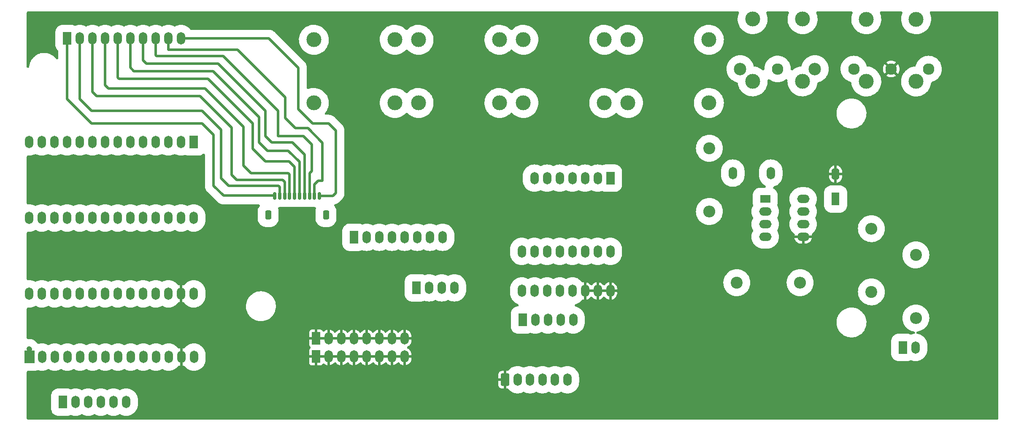
<source format=gbr>
%TF.GenerationSoftware,KiCad,Pcbnew,(6.0.7)*%
%TF.CreationDate,2022-09-07T14:00:19+02:00*%
%TF.ProjectId,Lunchbox_Sampler_Main_PCB,4c756e63-6862-46f7-985f-53616d706c65,rev?*%
%TF.SameCoordinates,Original*%
%TF.FileFunction,Copper,L1,Top*%
%TF.FilePolarity,Positive*%
%FSLAX46Y46*%
G04 Gerber Fmt 4.6, Leading zero omitted, Abs format (unit mm)*
G04 Created by KiCad (PCBNEW (6.0.7)) date 2022-09-07 14:00:19*
%MOMM*%
%LPD*%
G01*
G04 APERTURE LIST*
G04 Aperture macros list*
%AMRoundRect*
0 Rectangle with rounded corners*
0 $1 Rounding radius*
0 $2 $3 $4 $5 $6 $7 $8 $9 X,Y pos of 4 corners*
0 Add a 4 corners polygon primitive as box body*
4,1,4,$2,$3,$4,$5,$6,$7,$8,$9,$2,$3,0*
0 Add four circle primitives for the rounded corners*
1,1,$1+$1,$2,$3*
1,1,$1+$1,$4,$5*
1,1,$1+$1,$6,$7*
1,1,$1+$1,$8,$9*
0 Add four rect primitives between the rounded corners*
20,1,$1+$1,$2,$3,$4,$5,0*
20,1,$1+$1,$4,$5,$6,$7,0*
20,1,$1+$1,$6,$7,$8,$9,0*
20,1,$1+$1,$8,$9,$2,$3,0*%
G04 Aperture macros list end*
%TA.AperFunction,ComponentPad*%
%ADD10R,1.700000X2.500000*%
%TD*%
%TA.AperFunction,ComponentPad*%
%ADD11O,1.700000X2.500000*%
%TD*%
%TA.AperFunction,ComponentPad*%
%ADD12R,2.000000X1.500000*%
%TD*%
%TA.AperFunction,ComponentPad*%
%ADD13O,2.500000X1.700000*%
%TD*%
%TA.AperFunction,ComponentPad*%
%ADD14RoundRect,0.250000X-0.600000X-1.000000X0.600000X-1.000000X0.600000X1.000000X-0.600000X1.000000X0*%
%TD*%
%TA.AperFunction,SMDPad,CuDef*%
%ADD15RoundRect,0.150000X-0.150000X-0.625000X0.150000X-0.625000X0.150000X0.625000X-0.150000X0.625000X0*%
%TD*%
%TA.AperFunction,SMDPad,CuDef*%
%ADD16RoundRect,0.250000X-0.350000X-0.650000X0.350000X-0.650000X0.350000X0.650000X-0.350000X0.650000X0*%
%TD*%
%TA.AperFunction,ComponentPad*%
%ADD17C,3.000000*%
%TD*%
%TA.AperFunction,ComponentPad*%
%ADD18C,2.300000*%
%TD*%
%TA.AperFunction,ComponentPad*%
%ADD19C,2.400000*%
%TD*%
%TA.AperFunction,ComponentPad*%
%ADD20O,2.400000X2.400000*%
%TD*%
%TA.AperFunction,ComponentPad*%
%ADD21C,2.500000*%
%TD*%
%TA.AperFunction,ComponentPad*%
%ADD22R,1.600000X2.500000*%
%TD*%
%TA.AperFunction,ComponentPad*%
%ADD23O,1.600000X2.500000*%
%TD*%
%TA.AperFunction,ComponentPad*%
%ADD24R,2.000000X2.500000*%
%TD*%
%TA.AperFunction,Conductor*%
%ADD25C,0.500000*%
%TD*%
%TA.AperFunction,Conductor*%
%ADD26C,1.000000*%
%TD*%
G04 APERTURE END LIST*
D10*
%TO.P,J15,1,Pin_1*%
%TO.N,GND*%
X76555484Y-88852634D03*
D11*
%TO.P,J15,2,Pin_2*%
X79095484Y-88852634D03*
%TO.P,J15,3,Pin_3*%
X81635484Y-88852634D03*
%TO.P,J15,4,Pin_4*%
X84175484Y-88852634D03*
%TO.P,J15,5,Pin_5*%
X86715484Y-88852634D03*
%TO.P,J15,6,Pin_6*%
X89255484Y-88852634D03*
%TO.P,J15,7,Pin_7*%
X91795484Y-88852634D03*
%TO.P,J15,8,Pin_8*%
X94335484Y-88852634D03*
%TD*%
D10*
%TO.P,J14,1,Pin_1*%
%TO.N,Net-(J14-Pad1)*%
X25753449Y-98009395D03*
D11*
%TO.P,J14,2,Pin_2*%
X28293449Y-98009395D03*
%TO.P,J14,3,Pin_3*%
X30833449Y-98009395D03*
%TO.P,J14,4,Pin_4*%
X33373449Y-98009395D03*
%TO.P,J14,5,Pin_5*%
X35913449Y-98009395D03*
%TO.P,J14,6,Pin_6*%
X38453449Y-98009395D03*
%TD*%
%TO.P,U7,1,GND*%
%TO.N,Net-(J1-Pad1)*%
X52020000Y-61000000D03*
%TO.P,U7,2,0_RX1_CRX2_CS1*%
%TO.N,Net-(J1-Pad2)*%
X49480000Y-61000000D03*
%TO.P,U7,3,1_TX1_CTX2_MISO1*%
%TO.N,Net-(J1-Pad3)*%
X46940000Y-61000000D03*
%TO.P,U7,4,2_OUT2*%
%TO.N,Net-(J1-Pad4)*%
X44400000Y-61000000D03*
%TO.P,U7,5,3_LRCLK2*%
%TO.N,Net-(J1-Pad5)*%
X41860000Y-61000000D03*
%TO.P,U7,6,4_BCLK2*%
%TO.N,Net-(J1-Pad6)*%
X39320000Y-61000000D03*
%TO.P,U7,7,5_IN2*%
%TO.N,Net-(J1-Pad7)*%
X36780000Y-61000000D03*
%TO.P,U7,8,6_OUT1D*%
%TO.N,Net-(J1-Pad8)*%
X34240000Y-61000000D03*
%TO.P,U7,9,7_RX2_OUT1A*%
%TO.N,Net-(J1-Pad9)*%
X31700000Y-61000000D03*
%TO.P,U7,10,8_TX2_IN1*%
%TO.N,Net-(J1-Pad10)*%
X29160000Y-61000000D03*
%TO.P,U7,11,9_OUT1C*%
%TO.N,Net-(J1-Pad11)*%
X26620000Y-61000000D03*
%TO.P,U7,12,10_CS_MQSR*%
%TO.N,Net-(J1-Pad12)*%
X24080000Y-61000000D03*
%TO.P,U7,13,11_MOSI_CTX1*%
%TO.N,Net-(J1-Pad13)*%
X21540000Y-61000000D03*
%TO.P,U7,14,12_MISO_MQSL*%
%TO.N,Net-(J1-Pad14)*%
X19000000Y-61000000D03*
%TO.P,U7,20,13_SCK_CRX1_LED*%
%TO.N,Net-(J2-Pad1)*%
X19000000Y-76240000D03*
%TO.P,U7,21,14_A0_TX3_SPDIF_OUT*%
%TO.N,Net-(J2-Pad2)*%
X21540000Y-76240000D03*
%TO.P,U7,22,15_A1_RX3_SPDIF_IN*%
%TO.N,Net-(J2-Pad3)*%
X24080000Y-76240000D03*
%TO.P,U7,23,16_A2_RX4_SCL1*%
%TO.N,Net-(J2-Pad4)*%
X26620000Y-76240000D03*
%TO.P,U7,24,17_A3_TX4_SDA1*%
%TO.N,Net-(J2-Pad5)*%
X29160000Y-76240000D03*
%TO.P,U7,25,18_A4_SDA0*%
%TO.N,Net-(J2-Pad6)*%
X31700000Y-76240000D03*
%TO.P,U7,26,19_A5_SCL0*%
%TO.N,Net-(J2-Pad7)*%
X34240000Y-76240000D03*
%TO.P,U7,27,20_A6_TX5_LRCLK1*%
%TO.N,Net-(J2-Pad8)*%
X36780000Y-76240000D03*
%TO.P,U7,28,21_A7_RX5_BCLK1*%
%TO.N,Net-(J2-Pad9)*%
X39320000Y-76240000D03*
%TO.P,U7,29,22_A8_CTX1*%
%TO.N,Net-(J2-Pad10)*%
X41860000Y-76240000D03*
%TO.P,U7,30,23_A9_CRX1_MCLK1*%
%TO.N,Net-(J2-Pad11)*%
X44400000Y-76240000D03*
%TO.P,U7,31,3V3*%
%TO.N,Net-(J14-Pad1)*%
X46940000Y-76240000D03*
%TO.P,U7,32,GND*%
%TO.N,GND*%
X49480000Y-76240000D03*
%TO.P,U7,33,VIN*%
%TO.N,Net-(C1-Pad1)*%
X52020000Y-76240000D03*
%TD*%
D12*
%TO.P,U6,1,NC*%
%TO.N,unconnected-(U6-Pad1)*%
X166690000Y-57180000D03*
D13*
%TO.P,U6,2,C1*%
%TO.N,Net-(D1-Pad1)*%
X166690000Y-59720000D03*
%TO.P,U6,3,C2*%
%TO.N,Net-(D1-Pad2)*%
X166690000Y-62260000D03*
%TO.P,U6,4,NC*%
%TO.N,unconnected-(U6-Pad4)*%
X166690000Y-64800000D03*
%TO.P,U6,5,GND*%
%TO.N,GND*%
X174310000Y-64800000D03*
%TO.P,U6,6,VO2*%
%TO.N,Net-(J10-Pad1)*%
X174310000Y-62260000D03*
%TO.P,U6,7,VO1*%
%TO.N,unconnected-(U6-Pad7)*%
X174310000Y-59720000D03*
%TO.P,U6,8,VCC*%
%TO.N,Net-(C1-Pad1)*%
X174310000Y-57180000D03*
%TD*%
D10*
%TO.P,J9,1,Pin_1*%
%TO.N,Net-(J9-Pad1)*%
X118000000Y-81500000D03*
D11*
%TO.P,J9,2,Pin_2*%
%TO.N,Net-(J9-Pad2)*%
X120540000Y-81500000D03*
%TO.P,J9,3,Pin_3*%
%TO.N,Net-(J9-Pad3)*%
X123080000Y-81500000D03*
%TO.P,J9,4,Pin_4*%
%TO.N,Net-(J9-Pad4)*%
X125620000Y-81500000D03*
%TO.P,J9,5,Pin_5*%
%TO.N,Net-(J9-Pad5)*%
X128160000Y-81500000D03*
%TD*%
D14*
%TO.P,J4,1,1*%
%TO.N,GND*%
X114500000Y-93500000D03*
D11*
%TO.P,J4,2,2*%
%TO.N,Net-(J14-Pad1)*%
X117000000Y-93500000D03*
%TO.P,J4,3,3*%
%TO.N,Net-(J4-Pad3)*%
X119500000Y-93500000D03*
%TO.P,J4,4,4*%
%TO.N,Net-(J4-Pad4)*%
X122000000Y-93500000D03*
%TO.P,J4,5,5*%
%TO.N,Net-(J4-Pad5)*%
X124500000Y-93500000D03*
%TO.P,J4,6,6*%
%TO.N,Net-(J4-Pad6)*%
X127000000Y-93500000D03*
%TD*%
D10*
%TO.P,J5,1,Pin_1*%
%TO.N,Net-(J5-Pad1)*%
X135625000Y-53000000D03*
D11*
%TO.P,J5,2,Pin_2*%
%TO.N,Net-(J5-Pad2)*%
X133085000Y-53000000D03*
%TO.P,J5,3,Pin_3*%
%TO.N,Net-(J5-Pad3)*%
X130545000Y-53000000D03*
%TO.P,J5,4,Pin_4*%
%TO.N,Net-(J5-Pad4)*%
X128005000Y-53000000D03*
%TO.P,J5,5,Pin_5*%
%TO.N,Net-(J5-Pad5)*%
X125465000Y-53000000D03*
%TO.P,J5,6,Pin_6*%
%TO.N,Net-(J5-Pad6)*%
X122925000Y-53000000D03*
%TO.P,J5,7,Pin_7*%
%TO.N,Net-(J5-Pad7)*%
X120385000Y-53000000D03*
%TD*%
D15*
%TO.P,JST_TEENSY_5,1,1*%
%TO.N,Net-(J12-Pad1)*%
X68250000Y-56530000D03*
%TO.P,JST_TEENSY_5,2,2*%
%TO.N,Net-(J12-Pad2)*%
X69250000Y-56530000D03*
%TO.P,JST_TEENSY_5,3,3*%
%TO.N,Net-(J12-Pad3)*%
X70250000Y-56530000D03*
%TO.P,JST_TEENSY_5,4,4*%
%TO.N,Net-(J12-Pad4)*%
X71250000Y-56530000D03*
%TO.P,JST_TEENSY_5,5,5*%
%TO.N,Net-(J12-Pad5)*%
X72250000Y-56530000D03*
%TO.P,JST_TEENSY_5,6,6*%
%TO.N,Net-(J12-Pad6)*%
X73250000Y-56530000D03*
%TO.P,JST_TEENSY_5,7,7*%
%TO.N,Net-(J12-Pad7)*%
X74250000Y-56530000D03*
%TO.P,JST_TEENSY_5,8,8*%
%TO.N,Net-(J12-Pad8)*%
X75250000Y-56530000D03*
%TO.P,JST_TEENSY_5,9,9*%
%TO.N,Net-(J12-Pad9)*%
X76250000Y-56530000D03*
%TO.P,JST_TEENSY_5,10,10*%
%TO.N,Net-(J12-Pad10)*%
X77250000Y-56530000D03*
D16*
%TO.P,JST_TEENSY_5,MP*%
%TO.N,N/C*%
X66950000Y-60405000D03*
X78550000Y-60405000D03*
%TD*%
D10*
%TO.P,J10,1,Pin_1*%
%TO.N,Net-(J10-Pad1)*%
X194340000Y-87010000D03*
D11*
%TO.P,J10,2,Pin_2*%
%TO.N,Net-(J10-Pad2)*%
X196880000Y-87010000D03*
%TD*%
D10*
%TO.P,J1,1,Pin_1*%
%TO.N,Net-(J1-Pad1)*%
X52010000Y-45720000D03*
D11*
%TO.P,J1,2,Pin_2*%
%TO.N,Net-(J1-Pad2)*%
X49470000Y-45720000D03*
%TO.P,J1,3,Pin_3*%
%TO.N,Net-(J1-Pad3)*%
X46930000Y-45720000D03*
%TO.P,J1,4,Pin_4*%
%TO.N,Net-(J1-Pad4)*%
X44390000Y-45720000D03*
%TO.P,J1,5,Pin_5*%
%TO.N,Net-(J1-Pad5)*%
X41850000Y-45720000D03*
%TO.P,J1,6,Pin_6*%
%TO.N,Net-(J1-Pad6)*%
X39310000Y-45720000D03*
%TO.P,J1,7,Pin_7*%
%TO.N,Net-(J1-Pad7)*%
X36770000Y-45720000D03*
%TO.P,J1,8,Pin_8*%
%TO.N,Net-(J1-Pad8)*%
X34230000Y-45720000D03*
%TO.P,J1,9,Pin_9*%
%TO.N,Net-(J1-Pad9)*%
X31690000Y-45720000D03*
%TO.P,J1,10,Pin_10*%
%TO.N,Net-(J1-Pad10)*%
X29150000Y-45720000D03*
%TO.P,J1,11,Pin_11*%
%TO.N,Net-(J1-Pad11)*%
X26610000Y-45720000D03*
%TO.P,J1,12,Pin_12*%
%TO.N,Net-(J1-Pad12)*%
X24070000Y-45720000D03*
%TO.P,J1,13,Pin_13*%
%TO.N,Net-(J1-Pad13)*%
X21530000Y-45720000D03*
%TO.P,J1,14,Pin_14*%
%TO.N,Net-(J1-Pad14)*%
X18990000Y-45720000D03*
%TD*%
D17*
%TO.P,J8,*%
%TO.N,*%
X196982056Y-21066973D03*
X186969129Y-21056684D03*
D18*
%TO.P,J8,1*%
%TO.N,unconnected-(J8-Pad1)*%
X184470000Y-31067500D03*
%TO.P,J8,2*%
%TO.N,GND*%
X191970000Y-31067500D03*
%TO.P,J8,3*%
%TO.N,unconnected-(J8-Pad3)*%
X199470000Y-31067500D03*
D17*
%TO.P,J8,4*%
%TO.N,Net-(J8-Pad4)*%
X186970000Y-33567500D03*
%TO.P,J8,5*%
%TO.N,Net-(J8-Pad5)*%
X196970000Y-33567500D03*
%TD*%
%TO.P,J17,1,TN*%
%TO.N,Net-(J17-Pad1)*%
X118154670Y-25190000D03*
%TO.P,J17,2,SN*%
%TO.N,Net-(J17-Pad2)*%
X118154670Y-37890000D03*
%TO.P,J17,3,S*%
%TO.N,unconnected-(J17-Pad3)*%
X134384670Y-37890000D03*
%TO.P,J17,4,T*%
%TO.N,unconnected-(J17-Pad4)*%
X134384670Y-25190000D03*
%TD*%
D19*
%TO.P,R8,1*%
%TO.N,Net-(J8-Pad5)*%
X196920000Y-68410000D03*
D20*
%TO.P,R8,2*%
%TO.N,Net-(J10-Pad2)*%
X196920000Y-81110000D03*
%TD*%
D17*
%TO.P,J16,1,TN*%
%TO.N,Net-(J16-Pad1)*%
X97124670Y-25190000D03*
%TO.P,J16,2,SN*%
%TO.N,Net-(J16-Pad2)*%
X97124670Y-37890000D03*
%TO.P,J16,3,S*%
%TO.N,unconnected-(J16-Pad3)*%
X113354670Y-37890000D03*
%TO.P,J16,4,T*%
%TO.N,unconnected-(J16-Pad4)*%
X113354670Y-25190000D03*
%TD*%
D19*
%TO.P,R6,1*%
%TO.N,Net-(J14-Pad1)*%
X161000000Y-74000000D03*
D20*
%TO.P,R6,2*%
%TO.N,Net-(J10-Pad1)*%
X173700000Y-74000000D03*
%TD*%
D10*
%TO.P,J12,1,Pin_1*%
%TO.N,Net-(J12-Pad1)*%
X26615723Y-24942131D03*
D11*
%TO.P,J12,3,Pin_3*%
%TO.N,Net-(J12-Pad3)*%
X31695723Y-24942131D03*
%TO.P,J12,4,Pin_4*%
%TO.N,Net-(J12-Pad4)*%
X34235723Y-24942131D03*
%TO.P,J12,5,Pin_5*%
%TO.N,Net-(J12-Pad5)*%
X36775723Y-24942131D03*
%TO.P,J12,6,Pin_6*%
%TO.N,Net-(J12-Pad6)*%
X39315723Y-24942131D03*
%TO.P,J12,7,Pin_7*%
%TO.N,Net-(J12-Pad7)*%
X41855723Y-24942131D03*
%TO.P,J12,8,Pin_8*%
%TO.N,Net-(J12-Pad8)*%
X44395723Y-24942131D03*
%TO.P,J12,9,Pin_9*%
%TO.N,Net-(J12-Pad9)*%
X46935723Y-24942131D03*
%TO.P,J12,10,Pin_10*%
%TO.N,Net-(J12-Pad10)*%
X49475723Y-24942131D03*
%TO.P,J12,e*%
%TO.N,N/C*%
X29155723Y-24942131D03*
%TD*%
D10*
%TO.P,J6,1,Pin_1*%
%TO.N,Net-(J4-Pad3)*%
X96700000Y-75040000D03*
D11*
%TO.P,J6,2,Pin_2*%
%TO.N,Net-(J4-Pad4)*%
X99240000Y-75040000D03*
%TO.P,J6,3,Pin_3*%
%TO.N,Net-(J4-Pad5)*%
X101780000Y-75040000D03*
%TO.P,J6,4,Pin_4*%
%TO.N,Net-(J4-Pad6)*%
X104320000Y-75040000D03*
%TD*%
D17*
%TO.P,J3,*%
%TO.N,*%
X174182056Y-21046973D03*
X164169129Y-21036684D03*
D21*
%TO.P,J3,1*%
%TO.N,unconnected-(J3-Pad1)*%
X161670000Y-31047500D03*
D18*
%TO.P,J3,2*%
%TO.N,unconnected-(J3-Pad2)*%
X169170000Y-31047500D03*
D21*
%TO.P,J3,3*%
%TO.N,unconnected-(J3-Pad3)*%
X176670000Y-31047500D03*
D17*
%TO.P,J3,4*%
%TO.N,Net-(J3-Pad4)*%
X164170000Y-33547500D03*
%TO.P,J3,5*%
%TO.N,Net-(D1-Pad2)*%
X174170000Y-33547500D03*
%TD*%
D22*
%TO.P,C1,1*%
%TO.N,Net-(C1-Pad1)*%
X180817621Y-57190000D03*
D23*
%TO.P,C1,2*%
%TO.N,GND*%
X180817621Y-52190000D03*
%TD*%
D10*
%TO.P,J7,1,Pin_1*%
%TO.N,Net-(J11-Pad2)*%
X84180000Y-64880000D03*
D11*
%TO.P,J7,2,Pin_2*%
%TO.N,Net-(J11-Pad1)*%
X86720000Y-64880000D03*
%TO.P,J7,3,Pin_3*%
%TO.N,Net-(J16-Pad1)*%
X89260000Y-64880000D03*
%TO.P,J7,4,Pin_4*%
%TO.N,Net-(J16-Pad2)*%
X91800000Y-64880000D03*
%TO.P,J7,5,Pin_5*%
%TO.N,Net-(J17-Pad1)*%
X94340000Y-64880000D03*
%TO.P,J7,6,Pin_6*%
%TO.N,Net-(J17-Pad2)*%
X96880000Y-64880000D03*
%TO.P,J7,7,Pin_7*%
%TO.N,Net-(J18-Pad1)*%
X99420000Y-64880000D03*
%TO.P,J7,8,Pin_8*%
%TO.N,Net-(J18-Pad2)*%
X101960000Y-64880000D03*
%TD*%
D17*
%TO.P,J18,1,TN*%
%TO.N,Net-(J18-Pad1)*%
X139154670Y-25190000D03*
%TO.P,J18,2,SN*%
%TO.N,Net-(J18-Pad2)*%
X139154670Y-37890000D03*
%TO.P,J18,3,S*%
%TO.N,unconnected-(J18-Pad3)*%
X155384670Y-37890000D03*
%TO.P,J18,4,T*%
%TO.N,unconnected-(J18-Pad4)*%
X155384670Y-25190000D03*
%TD*%
D19*
%TO.P,R7,1*%
%TO.N,Net-(J14-Pad1)*%
X188000000Y-75850000D03*
D20*
%TO.P,R7,2*%
%TO.N,Net-(J8-Pad4)*%
X188000000Y-63150000D03*
%TD*%
D11*
%TO.P,D1,1,K*%
%TO.N,Net-(D1-Pad1)*%
X167810000Y-51990000D03*
%TO.P,D1,2,A*%
%TO.N,Net-(D1-Pad2)*%
X160190000Y-51990000D03*
%TD*%
D24*
%TO.P,J2,1,Pin_1*%
%TO.N,Net-(J2-Pad1)*%
X19032663Y-88952663D03*
D11*
%TO.P,J2,2,Pin_2*%
%TO.N,Net-(J2-Pad2)*%
X21572663Y-88952663D03*
%TO.P,J2,3,Pin_3*%
%TO.N,Net-(J2-Pad3)*%
X24112663Y-88952663D03*
%TO.P,J2,4,Pin_4*%
%TO.N,Net-(J2-Pad4)*%
X26652663Y-88952663D03*
%TO.P,J2,5,Pin_5*%
%TO.N,Net-(J2-Pad5)*%
X29192663Y-88952663D03*
%TO.P,J2,6,Pin_6*%
%TO.N,Net-(J2-Pad6)*%
X31732663Y-88952663D03*
%TO.P,J2,7,Pin_7*%
%TO.N,Net-(J2-Pad7)*%
X34272663Y-88952663D03*
%TO.P,J2,8,Pin_8*%
%TO.N,Net-(J2-Pad8)*%
X36812663Y-88952663D03*
%TO.P,J2,9,Pin_9*%
%TO.N,Net-(J2-Pad9)*%
X39352663Y-88952663D03*
%TO.P,J2,10,Pin_10*%
%TO.N,Net-(J2-Pad10)*%
X41892663Y-88952663D03*
%TO.P,J2,11,Pin_11*%
%TO.N,Net-(J2-Pad11)*%
X44432663Y-88952663D03*
%TO.P,J2,12,Pin_12*%
%TO.N,Net-(J14-Pad1)*%
X46972663Y-88952663D03*
%TO.P,J2,13,Pin_13*%
%TO.N,GND*%
X49512663Y-88952663D03*
%TO.P,J2,14,Pin_14*%
%TO.N,Net-(C1-Pad1)*%
X52052663Y-88952663D03*
%TD*%
D17*
%TO.P,J11,1,TN*%
%TO.N,Net-(J11-Pad1)*%
X76124340Y-25190000D03*
%TO.P,J11,2,SN*%
%TO.N,Net-(J11-Pad2)*%
X76124340Y-37890000D03*
%TO.P,J11,3,S*%
%TO.N,unconnected-(J11-Pad3)*%
X92354340Y-37890000D03*
%TO.P,J11,4,T*%
%TO.N,unconnected-(J11-Pad4)*%
X92354340Y-25190000D03*
%TD*%
D10*
%TO.P,J13,1,Pin_1*%
%TO.N,GND*%
X76560000Y-85200000D03*
D11*
%TO.P,J13,2,Pin_2*%
X79100000Y-85200000D03*
%TO.P,J13,3,Pin_3*%
X81640000Y-85200000D03*
%TO.P,J13,4,Pin_4*%
X84180000Y-85200000D03*
%TO.P,J13,5,Pin_5*%
X86720000Y-85200000D03*
%TO.P,J13,6,Pin_6*%
X89260000Y-85200000D03*
%TO.P,J13,7,Pin_7*%
X91800000Y-85200000D03*
%TO.P,J13,8,Pin_8*%
X94340000Y-85200000D03*
%TD*%
%TO.P,U5,1,A4*%
%TO.N,Net-(J9-Pad1)*%
X117840000Y-75657960D03*
%TO.P,U5,2,A6*%
%TO.N,Net-(J9-Pad2)*%
X120380000Y-75657960D03*
%TO.P,U5,3,A*%
%TO.N,Net-(J9-Pad3)*%
X122920000Y-75657960D03*
%TO.P,U5,4,A7*%
%TO.N,Net-(J9-Pad4)*%
X125460000Y-75657960D03*
%TO.P,U5,5,A5*%
%TO.N,Net-(J9-Pad5)*%
X128000000Y-75657960D03*
%TO.P,U5,6,~{E}*%
%TO.N,GND*%
X130540000Y-75657960D03*
%TO.P,U5,7,VEE*%
X133080000Y-75657960D03*
%TO.P,U5,8,GND*%
X135620000Y-75657960D03*
%TO.P,U5,9,S2*%
%TO.N,Net-(J5-Pad1)*%
X135620000Y-67717960D03*
%TO.P,U5,10,S1*%
%TO.N,Net-(J5-Pad2)*%
X133080000Y-67717960D03*
%TO.P,U5,11,S0*%
%TO.N,Net-(J5-Pad3)*%
X130540000Y-67717960D03*
%TO.P,U5,12,A3*%
%TO.N,Net-(J5-Pad4)*%
X128000000Y-67717960D03*
%TO.P,U5,13,A0*%
%TO.N,Net-(J5-Pad5)*%
X125460000Y-67717960D03*
%TO.P,U5,14,A1*%
%TO.N,Net-(J5-Pad6)*%
X122920000Y-67717960D03*
%TO.P,U5,15,A2*%
%TO.N,Net-(J5-Pad7)*%
X120380000Y-67717960D03*
%TO.P,U5,16,VCC*%
%TO.N,Net-(J14-Pad1)*%
X117840000Y-67717960D03*
%TD*%
D19*
%TO.P,R5,1*%
%TO.N,Net-(J3-Pad4)*%
X155500000Y-46990000D03*
D20*
%TO.P,R5,2*%
%TO.N,Net-(D1-Pad1)*%
X155500000Y-59690000D03*
%TD*%
D25*
%TO.N,Net-(J12-Pad1)*%
X68250000Y-56530000D02*
X68220000Y-56500000D01*
X56000000Y-54500000D02*
X56000000Y-44320000D01*
X26575000Y-37075000D02*
X26575000Y-25000000D01*
X68220000Y-56500000D02*
X58000000Y-56500000D01*
X56000000Y-44320000D02*
X53700000Y-42020000D01*
X53700000Y-42020000D02*
X31520000Y-42020000D01*
X31520000Y-42020000D02*
X26575000Y-37075000D01*
X58000000Y-56500000D02*
X56000000Y-54500000D01*
D26*
%TO.N,Net-(J2-Pad1)*%
X19000000Y-87325038D02*
X19032663Y-87357701D01*
D25*
%TO.N,Net-(J12-Pad2)*%
X31480000Y-39480000D02*
X53680000Y-39480000D01*
X59000000Y-54500000D02*
X69000000Y-54500000D01*
X57500000Y-43300000D02*
X57500000Y-53000000D01*
X69250000Y-54750000D02*
X69250000Y-56530000D01*
X29115000Y-25000000D02*
X29115000Y-37115000D01*
X29115000Y-37115000D02*
X31480000Y-39480000D01*
X57500000Y-53000000D02*
X59000000Y-54500000D01*
X69000000Y-54500000D02*
X69250000Y-54750000D01*
X53680000Y-39480000D02*
X57500000Y-43300000D01*
%TO.N,Net-(J12-Pad3)*%
X59588168Y-42828168D02*
X59588168Y-52304792D01*
X60623376Y-53340000D02*
X69840000Y-53340000D01*
X53260000Y-36500000D02*
X59588168Y-42828168D01*
X59588168Y-52304792D02*
X60623376Y-53340000D01*
X31655000Y-35655000D02*
X32500000Y-36500000D01*
X69840000Y-53340000D02*
X70250000Y-53750000D01*
X32500000Y-36500000D02*
X53260000Y-36500000D01*
X70250000Y-53750000D02*
X70250000Y-56530000D01*
X31655000Y-25000000D02*
X31655000Y-35655000D01*
%TO.N,Net-(J12-Pad4)*%
X34195000Y-34305000D02*
X34890000Y-35000000D01*
X71250000Y-52250000D02*
X71250000Y-56530000D01*
X34195000Y-25000000D02*
X34195000Y-34305000D01*
X62000000Y-50500000D02*
X63500000Y-52000000D01*
X71000000Y-52000000D02*
X71250000Y-52250000D01*
X62000000Y-42700000D02*
X62000000Y-50500000D01*
X63500000Y-52000000D02*
X71000000Y-52000000D01*
X54300000Y-35000000D02*
X62000000Y-42700000D01*
X34890000Y-35000000D02*
X54300000Y-35000000D01*
%TO.N,Net-(J12-Pad5)*%
X54840000Y-33000000D02*
X63860000Y-42020000D01*
X37000000Y-33000000D02*
X54840000Y-33000000D01*
X36735000Y-32735000D02*
X37000000Y-33000000D01*
X63860000Y-42020000D02*
X63860000Y-47100000D01*
X71140000Y-49640000D02*
X72250000Y-50750000D01*
X72250000Y-50750000D02*
X72250000Y-56530000D01*
X36735000Y-25000000D02*
X36735000Y-32735000D01*
X63860000Y-47100000D02*
X66400000Y-49640000D01*
X66400000Y-49640000D02*
X71140000Y-49640000D01*
%TO.N,Net-(J12-Pad6)*%
X55880000Y-31500000D02*
X65130000Y-40750000D01*
X71000000Y-47500000D02*
X73250000Y-49750000D01*
X73250000Y-49750000D02*
X73250000Y-56530000D01*
X66800000Y-47500000D02*
X65130000Y-45830000D01*
X39275000Y-25000000D02*
X39275000Y-30775000D01*
X40000000Y-31500000D02*
X55880000Y-31500000D01*
X39275000Y-30775000D02*
X40000000Y-31500000D01*
X65130000Y-45830000D02*
X65130000Y-40750000D01*
X71000000Y-47500000D02*
X66800000Y-47500000D01*
%TO.N,Net-(J12-Pad7)*%
X71830000Y-45830000D02*
X74250000Y-48250000D01*
X41815000Y-29315000D02*
X42500000Y-30000000D01*
X41815000Y-25000000D02*
X41815000Y-29315000D01*
X67670000Y-45830000D02*
X71830000Y-45830000D01*
X66400000Y-44560000D02*
X67670000Y-45830000D01*
X42500000Y-30000000D02*
X56920000Y-30000000D01*
X66400000Y-39480000D02*
X66400000Y-44560000D01*
X74250000Y-48250000D02*
X74250000Y-56530000D01*
X56920000Y-30000000D02*
X66400000Y-39480000D01*
%TO.N,Net-(J12-Pad8)*%
X57896754Y-28436754D02*
X44521395Y-28436754D01*
X75250000Y-51988569D02*
X75702190Y-51536379D01*
X44521395Y-28436754D02*
X44395723Y-28311082D01*
X75702190Y-46242190D02*
X74020000Y-44560000D01*
X75702190Y-51536379D02*
X75702190Y-46242190D01*
X68940000Y-39480000D02*
X57896754Y-28436754D01*
X44395723Y-28311082D02*
X44395723Y-24942131D01*
X68940000Y-44560000D02*
X68940000Y-39480000D01*
X74020000Y-44560000D02*
X68940000Y-44560000D01*
X75250000Y-56530000D02*
X75250000Y-51988569D01*
%TO.N,Net-(J12-Pad9)*%
X77000000Y-53500000D02*
X77794712Y-53500000D01*
X70380423Y-36736336D02*
X60846193Y-27202106D01*
X70380423Y-40920423D02*
X70380423Y-36736336D01*
X76250000Y-54250000D02*
X77000000Y-53500000D01*
X74965777Y-42965777D02*
X72425777Y-42965777D01*
X60846193Y-27202106D02*
X46922101Y-27202106D01*
X77866041Y-45866041D02*
X74965777Y-42965777D01*
X77866041Y-53428671D02*
X77866041Y-45866041D01*
X76250000Y-56530000D02*
X76250000Y-54250000D01*
X77794712Y-53500000D02*
X77866041Y-53428671D01*
X72425777Y-42965777D02*
X70380423Y-40920423D01*
X46935723Y-27051300D02*
X46935723Y-24942131D01*
%TO.N,Net-(J12-Pad10)*%
X72969127Y-30809127D02*
X67102131Y-24942131D01*
X75864479Y-42020000D02*
X72969127Y-39124648D01*
X80500000Y-43420000D02*
X79100000Y-42020000D01*
X80500000Y-56000000D02*
X80500000Y-43420000D01*
X67102131Y-24942131D02*
X49475723Y-24942131D01*
X79970000Y-56530000D02*
X80500000Y-56000000D01*
X72969127Y-39124648D02*
X72969127Y-30809127D01*
X79100000Y-42020000D02*
X75864479Y-42020000D01*
X77250000Y-56530000D02*
X79970000Y-56530000D01*
%TD*%
%TA.AperFunction,Conductor*%
%TO.N,GND*%
G36*
X161279280Y-19519454D02*
G01*
X161360062Y-19573430D01*
X161414038Y-19654212D01*
X161432992Y-19749500D01*
X161414038Y-19844788D01*
X161409846Y-19854338D01*
X161374607Y-19930254D01*
X161265957Y-20258781D01*
X161264500Y-20265817D01*
X161244277Y-20363472D01*
X161195787Y-20597619D01*
X161165027Y-20942276D01*
X161167769Y-21046973D01*
X161173109Y-21250899D01*
X161174085Y-21288185D01*
X161222841Y-21630760D01*
X161224659Y-21637689D01*
X161224660Y-21637695D01*
X161293059Y-21898416D01*
X161310648Y-21965461D01*
X161436343Y-22287851D01*
X161439698Y-22294187D01*
X161439700Y-22294192D01*
X161572746Y-22545473D01*
X161598259Y-22593658D01*
X161794251Y-22878828D01*
X162021721Y-23139582D01*
X162027029Y-23144411D01*
X162027031Y-23144414D01*
X162272344Y-23367632D01*
X162272352Y-23367639D01*
X162277653Y-23372462D01*
X162283475Y-23376645D01*
X162283478Y-23376648D01*
X162325630Y-23406937D01*
X162558656Y-23574383D01*
X162564921Y-23577870D01*
X162564924Y-23577872D01*
X162854732Y-23739178D01*
X162854739Y-23739181D01*
X162861005Y-23742669D01*
X163180692Y-23875087D01*
X163187591Y-23877052D01*
X163187596Y-23877054D01*
X163506568Y-23967916D01*
X163506572Y-23967917D01*
X163513481Y-23969885D01*
X163854960Y-24025804D01*
X163892048Y-24027553D01*
X164193447Y-24041767D01*
X164193455Y-24041767D01*
X164200603Y-24042104D01*
X164310628Y-24034603D01*
X164538678Y-24019057D01*
X164538687Y-24019056D01*
X164545829Y-24018569D01*
X164578214Y-24012567D01*
X164879007Y-23956819D01*
X164879014Y-23956817D01*
X164886062Y-23955511D01*
X165216792Y-23853765D01*
X165231331Y-23847383D01*
X165527062Y-23717566D01*
X165527065Y-23717564D01*
X165533636Y-23714680D01*
X165582218Y-23686291D01*
X165826212Y-23543713D01*
X165826219Y-23543709D01*
X165832394Y-23540100D01*
X165838118Y-23535802D01*
X165838123Y-23535799D01*
X166103372Y-23336644D01*
X166109107Y-23332338D01*
X166360106Y-23094149D01*
X166471000Y-22961521D01*
X166577469Y-22834186D01*
X166577471Y-22834184D01*
X166582065Y-22828689D01*
X166772042Y-22539476D01*
X166927519Y-22230346D01*
X167046434Y-21905394D01*
X167084248Y-21747890D01*
X167125539Y-21575901D01*
X167125540Y-21575896D01*
X167127213Y-21568927D01*
X167168783Y-21225406D01*
X167173911Y-21062233D01*
X167174540Y-21042233D01*
X167174540Y-21042224D01*
X167174714Y-21036684D01*
X167154795Y-20691231D01*
X167100589Y-20380645D01*
X167096538Y-20357431D01*
X167096537Y-20357427D01*
X167095303Y-20350356D01*
X167079234Y-20296106D01*
X167005998Y-20048867D01*
X166997026Y-20018578D01*
X166970793Y-19957074D01*
X166923924Y-19847192D01*
X166903974Y-19752107D01*
X166921929Y-19656626D01*
X166975057Y-19575284D01*
X167055268Y-19520464D01*
X167152960Y-19500500D01*
X171201695Y-19500500D01*
X171296983Y-19519454D01*
X171377765Y-19573430D01*
X171431741Y-19654212D01*
X171450695Y-19749500D01*
X171431741Y-19844788D01*
X171427549Y-19854338D01*
X171387534Y-19940543D01*
X171278884Y-20269070D01*
X171277427Y-20276106D01*
X171210845Y-20597619D01*
X171208714Y-20607908D01*
X171177954Y-20952565D01*
X171180805Y-21061430D01*
X171186743Y-21288185D01*
X171187012Y-21298474D01*
X171235768Y-21641049D01*
X171237586Y-21647978D01*
X171237587Y-21647984D01*
X171240135Y-21657695D01*
X171323575Y-21975750D01*
X171449270Y-22298140D01*
X171452625Y-22304476D01*
X171452627Y-22304481D01*
X171585673Y-22555762D01*
X171611186Y-22603947D01*
X171807178Y-22889117D01*
X172034648Y-23149871D01*
X172039956Y-23154700D01*
X172039958Y-23154703D01*
X172285271Y-23377921D01*
X172285279Y-23377928D01*
X172290580Y-23382751D01*
X172296402Y-23386934D01*
X172296405Y-23386937D01*
X172310586Y-23397127D01*
X172571583Y-23584672D01*
X172577848Y-23588159D01*
X172577851Y-23588161D01*
X172867659Y-23749467D01*
X172867666Y-23749470D01*
X172873932Y-23752958D01*
X173193619Y-23885376D01*
X173200518Y-23887341D01*
X173200523Y-23887343D01*
X173519495Y-23978205D01*
X173519499Y-23978206D01*
X173526408Y-23980174D01*
X173867887Y-24036093D01*
X173920391Y-24038569D01*
X174206374Y-24052056D01*
X174206382Y-24052056D01*
X174213530Y-24052393D01*
X174327212Y-24044643D01*
X174551605Y-24029346D01*
X174551614Y-24029345D01*
X174558756Y-24028858D01*
X174621312Y-24017264D01*
X174891934Y-23967108D01*
X174891941Y-23967106D01*
X174898989Y-23965800D01*
X175229719Y-23864054D01*
X175238499Y-23860200D01*
X175539989Y-23727855D01*
X175539992Y-23727853D01*
X175546563Y-23724969D01*
X175564171Y-23714680D01*
X175839139Y-23554002D01*
X175839146Y-23553998D01*
X175845321Y-23550389D01*
X175851045Y-23546091D01*
X175851050Y-23546088D01*
X176116299Y-23346933D01*
X176122034Y-23342627D01*
X176373033Y-23104438D01*
X176492530Y-22961521D01*
X176590396Y-22844475D01*
X176590398Y-22844473D01*
X176594992Y-22838978D01*
X176784969Y-22549765D01*
X176940446Y-22240635D01*
X177059361Y-21915683D01*
X177125295Y-21641049D01*
X177138466Y-21586190D01*
X177138467Y-21586185D01*
X177140140Y-21579216D01*
X177181710Y-21235695D01*
X177186838Y-21072522D01*
X177187467Y-21052522D01*
X177187467Y-21052513D01*
X177187641Y-21046973D01*
X177167722Y-20701520D01*
X177148363Y-20590596D01*
X177109465Y-20367720D01*
X177109464Y-20367716D01*
X177108230Y-20360645D01*
X177009953Y-20028867D01*
X177005565Y-20018578D01*
X176932462Y-19847192D01*
X176912512Y-19752108D01*
X176930467Y-19656626D01*
X176983594Y-19575284D01*
X177063806Y-19520464D01*
X177161498Y-19500500D01*
X183993276Y-19500500D01*
X184088564Y-19519454D01*
X184169346Y-19573430D01*
X184223322Y-19654212D01*
X184242276Y-19749500D01*
X184223322Y-19844788D01*
X184219132Y-19854334D01*
X184174607Y-19950254D01*
X184065957Y-20278781D01*
X184064500Y-20285817D01*
X183999929Y-20597619D01*
X183995787Y-20617619D01*
X183965027Y-20962276D01*
X183967769Y-21066973D01*
X183972566Y-21250159D01*
X183974085Y-21308185D01*
X184022841Y-21650760D01*
X184024659Y-21657689D01*
X184024660Y-21657695D01*
X184087812Y-21898416D01*
X184110648Y-21985461D01*
X184236343Y-22307851D01*
X184239698Y-22314187D01*
X184239700Y-22314192D01*
X184390856Y-22599677D01*
X184398259Y-22613658D01*
X184594251Y-22898828D01*
X184821721Y-23159582D01*
X184827029Y-23164411D01*
X184827031Y-23164414D01*
X185072344Y-23387632D01*
X185072352Y-23387639D01*
X185077653Y-23392462D01*
X185083475Y-23396645D01*
X185083478Y-23396648D01*
X185097797Y-23406937D01*
X185358656Y-23594383D01*
X185364921Y-23597870D01*
X185364924Y-23597872D01*
X185654732Y-23759178D01*
X185654739Y-23759181D01*
X185661005Y-23762669D01*
X185980692Y-23895087D01*
X185987591Y-23897052D01*
X185987596Y-23897054D01*
X186306568Y-23987916D01*
X186306572Y-23987917D01*
X186313481Y-23989885D01*
X186654960Y-24045804D01*
X186692048Y-24047553D01*
X186993447Y-24061767D01*
X186993455Y-24061767D01*
X187000603Y-24062104D01*
X187110628Y-24054603D01*
X187338678Y-24039057D01*
X187338687Y-24039056D01*
X187345829Y-24038569D01*
X187398225Y-24028858D01*
X187679007Y-23976819D01*
X187679014Y-23976817D01*
X187686062Y-23975511D01*
X188016792Y-23873765D01*
X188076892Y-23847383D01*
X188327062Y-23737566D01*
X188327065Y-23737564D01*
X188333636Y-23734680D01*
X188345316Y-23727855D01*
X188626212Y-23563713D01*
X188626219Y-23563709D01*
X188632394Y-23560100D01*
X188638118Y-23555802D01*
X188638123Y-23555799D01*
X188903372Y-23356644D01*
X188909107Y-23352338D01*
X189160106Y-23114149D01*
X189168226Y-23104438D01*
X189377469Y-22854186D01*
X189377471Y-22854184D01*
X189382065Y-22848689D01*
X189572042Y-22559476D01*
X189727519Y-22250346D01*
X189846434Y-21925394D01*
X189913035Y-21647984D01*
X189925539Y-21595901D01*
X189925540Y-21595896D01*
X189927213Y-21588927D01*
X189968783Y-21245406D01*
X189969586Y-21219870D01*
X189974540Y-21062233D01*
X189974540Y-21062224D01*
X189974714Y-21056684D01*
X189954795Y-20711231D01*
X189933741Y-20590596D01*
X189896538Y-20377431D01*
X189896537Y-20377427D01*
X189895303Y-20370356D01*
X189892427Y-20360645D01*
X189802112Y-20055748D01*
X189797026Y-20038578D01*
X189791431Y-20025459D01*
X189715393Y-19847192D01*
X189695443Y-19752107D01*
X189713398Y-19656626D01*
X189766525Y-19575284D01*
X189846737Y-19520464D01*
X189944429Y-19500500D01*
X194010979Y-19500500D01*
X194106267Y-19519454D01*
X194187049Y-19573430D01*
X194241025Y-19654212D01*
X194259979Y-19749500D01*
X194241025Y-19844788D01*
X194236834Y-19854335D01*
X194187534Y-19960543D01*
X194078884Y-20289070D01*
X194077427Y-20296106D01*
X194010845Y-20617619D01*
X194008714Y-20627908D01*
X193977954Y-20972565D01*
X193983581Y-21187435D01*
X193986743Y-21308185D01*
X193987012Y-21318474D01*
X194035768Y-21661049D01*
X194123575Y-21995750D01*
X194249270Y-22318140D01*
X194252625Y-22324476D01*
X194252627Y-22324481D01*
X194405738Y-22613658D01*
X194411186Y-22623947D01*
X194607178Y-22909117D01*
X194834648Y-23169871D01*
X194839956Y-23174700D01*
X194839958Y-23174703D01*
X195085271Y-23397921D01*
X195085279Y-23397928D01*
X195090580Y-23402751D01*
X195371583Y-23604672D01*
X195377848Y-23608159D01*
X195377851Y-23608161D01*
X195667659Y-23769467D01*
X195667666Y-23769470D01*
X195673932Y-23772958D01*
X195993619Y-23905376D01*
X196000518Y-23907341D01*
X196000523Y-23907343D01*
X196319495Y-23998205D01*
X196319499Y-23998206D01*
X196326408Y-24000174D01*
X196667887Y-24056093D01*
X196723162Y-24058700D01*
X197006374Y-24072056D01*
X197006382Y-24072056D01*
X197013530Y-24072393D01*
X197123555Y-24064892D01*
X197351605Y-24049346D01*
X197351614Y-24049345D01*
X197358756Y-24048858D01*
X197425807Y-24036431D01*
X197691934Y-23987108D01*
X197691941Y-23987106D01*
X197698989Y-23985800D01*
X198029719Y-23884054D01*
X198036296Y-23881167D01*
X198339989Y-23747855D01*
X198339992Y-23747853D01*
X198346563Y-23744969D01*
X198352760Y-23741348D01*
X198639139Y-23574002D01*
X198639146Y-23573998D01*
X198645321Y-23570389D01*
X198651045Y-23566091D01*
X198651050Y-23566088D01*
X198916299Y-23366933D01*
X198922034Y-23362627D01*
X199173033Y-23124438D01*
X199181636Y-23114149D01*
X199390396Y-22864475D01*
X199390398Y-22864473D01*
X199394992Y-22858978D01*
X199584969Y-22569765D01*
X199740446Y-22260635D01*
X199859361Y-21935683D01*
X199925295Y-21661049D01*
X199938466Y-21606190D01*
X199938467Y-21606185D01*
X199940140Y-21599216D01*
X199981710Y-21255695D01*
X199987641Y-21066973D01*
X199967722Y-20721520D01*
X199908230Y-20380645D01*
X199904402Y-20367720D01*
X199811991Y-20055748D01*
X199809953Y-20048867D01*
X199807141Y-20042274D01*
X199807134Y-20042255D01*
X199723932Y-19847192D01*
X199703981Y-19752108D01*
X199721936Y-19656626D01*
X199775063Y-19575284D01*
X199855275Y-19520465D01*
X199952967Y-19500500D01*
X213250500Y-19500500D01*
X213345788Y-19519454D01*
X213426570Y-19573430D01*
X213480546Y-19654212D01*
X213499500Y-19749500D01*
X213499500Y-101250500D01*
X213480546Y-101345788D01*
X213426570Y-101426570D01*
X213345788Y-101480546D01*
X213250500Y-101499500D01*
X18749500Y-101499500D01*
X18654212Y-101480546D01*
X18573430Y-101426570D01*
X18519454Y-101345788D01*
X18500500Y-101250500D01*
X18500500Y-99338927D01*
X23402949Y-99338927D01*
X23410346Y-99453315D01*
X23462068Y-99694574D01*
X23465814Y-99704084D01*
X23465815Y-99704087D01*
X23520676Y-99843359D01*
X23552498Y-99924145D01*
X23679210Y-100135864D01*
X23838799Y-100324045D01*
X23846598Y-100330659D01*
X24019184Y-100477023D01*
X24019188Y-100477026D01*
X24026980Y-100483634D01*
X24238699Y-100610346D01*
X24248205Y-100614090D01*
X24248206Y-100614091D01*
X24458757Y-100697029D01*
X24458760Y-100697030D01*
X24468270Y-100700776D01*
X24478259Y-100702917D01*
X24478264Y-100702919D01*
X24632913Y-100736073D01*
X24709529Y-100752498D01*
X24801738Y-100758461D01*
X24819911Y-100759636D01*
X24819913Y-100759636D01*
X24823917Y-100759895D01*
X26682981Y-100759895D01*
X26686985Y-100759636D01*
X26686987Y-100759636D01*
X26705160Y-100758461D01*
X26797369Y-100752498D01*
X26873985Y-100736073D01*
X27028634Y-100702919D01*
X27028639Y-100702917D01*
X27038628Y-100700776D01*
X27048138Y-100697030D01*
X27048141Y-100697029D01*
X27268199Y-100610346D01*
X27268932Y-100612207D01*
X27348771Y-100590885D01*
X27444891Y-100603580D01*
X27676065Y-100682054D01*
X27676083Y-100682059D01*
X27683790Y-100684675D01*
X27691777Y-100686264D01*
X27691778Y-100686264D01*
X27977999Y-100743197D01*
X27978004Y-100743198D01*
X27985989Y-100744786D01*
X27994119Y-100745319D01*
X27994120Y-100745319D01*
X28285317Y-100764405D01*
X28293449Y-100764938D01*
X28301581Y-100764405D01*
X28592778Y-100745319D01*
X28592779Y-100745319D01*
X28600909Y-100744786D01*
X28608894Y-100743198D01*
X28608899Y-100743197D01*
X28895120Y-100686264D01*
X28895121Y-100686264D01*
X28903108Y-100684675D01*
X29194876Y-100585633D01*
X29453318Y-100458183D01*
X29547164Y-100433037D01*
X29643487Y-100445718D01*
X29673576Y-100458182D01*
X29932022Y-100585633D01*
X30223790Y-100684675D01*
X30231777Y-100686264D01*
X30231778Y-100686264D01*
X30517999Y-100743197D01*
X30518004Y-100743198D01*
X30525989Y-100744786D01*
X30534119Y-100745319D01*
X30534120Y-100745319D01*
X30825317Y-100764405D01*
X30833449Y-100764938D01*
X30841581Y-100764405D01*
X31132778Y-100745319D01*
X31132779Y-100745319D01*
X31140909Y-100744786D01*
X31148894Y-100743198D01*
X31148899Y-100743197D01*
X31435120Y-100686264D01*
X31435121Y-100686264D01*
X31443108Y-100684675D01*
X31734876Y-100585633D01*
X31993318Y-100458183D01*
X32087164Y-100433037D01*
X32183487Y-100445718D01*
X32213576Y-100458182D01*
X32472022Y-100585633D01*
X32763790Y-100684675D01*
X32771777Y-100686264D01*
X32771778Y-100686264D01*
X33057999Y-100743197D01*
X33058004Y-100743198D01*
X33065989Y-100744786D01*
X33074119Y-100745319D01*
X33074120Y-100745319D01*
X33365317Y-100764405D01*
X33373449Y-100764938D01*
X33381581Y-100764405D01*
X33672778Y-100745319D01*
X33672779Y-100745319D01*
X33680909Y-100744786D01*
X33688894Y-100743198D01*
X33688899Y-100743197D01*
X33975120Y-100686264D01*
X33975121Y-100686264D01*
X33983108Y-100684675D01*
X34274876Y-100585633D01*
X34533318Y-100458183D01*
X34627164Y-100433037D01*
X34723487Y-100445718D01*
X34753576Y-100458182D01*
X35012022Y-100585633D01*
X35303790Y-100684675D01*
X35311777Y-100686264D01*
X35311778Y-100686264D01*
X35597999Y-100743197D01*
X35598004Y-100743198D01*
X35605989Y-100744786D01*
X35614119Y-100745319D01*
X35614120Y-100745319D01*
X35905317Y-100764405D01*
X35913449Y-100764938D01*
X35921581Y-100764405D01*
X36212778Y-100745319D01*
X36212779Y-100745319D01*
X36220909Y-100744786D01*
X36228894Y-100743198D01*
X36228899Y-100743197D01*
X36515120Y-100686264D01*
X36515121Y-100686264D01*
X36523108Y-100684675D01*
X36814876Y-100585633D01*
X37073318Y-100458183D01*
X37167164Y-100433037D01*
X37263487Y-100445718D01*
X37293576Y-100458182D01*
X37552022Y-100585633D01*
X37843790Y-100684675D01*
X37851777Y-100686264D01*
X37851778Y-100686264D01*
X38137999Y-100743197D01*
X38138004Y-100743198D01*
X38145989Y-100744786D01*
X38154119Y-100745319D01*
X38154120Y-100745319D01*
X38445317Y-100764405D01*
X38453449Y-100764938D01*
X38461581Y-100764405D01*
X38752778Y-100745319D01*
X38752779Y-100745319D01*
X38760909Y-100744786D01*
X38768894Y-100743198D01*
X38768899Y-100743197D01*
X39055120Y-100686264D01*
X39055121Y-100686264D01*
X39063108Y-100684675D01*
X39354876Y-100585633D01*
X39631220Y-100449355D01*
X39637987Y-100444834D01*
X39637993Y-100444830D01*
X39758823Y-100364094D01*
X39887413Y-100278173D01*
X40119069Y-100075015D01*
X40322227Y-99843359D01*
X40428319Y-99684580D01*
X40488884Y-99593939D01*
X40488888Y-99593933D01*
X40493409Y-99587166D01*
X40629687Y-99310822D01*
X40728729Y-99019054D01*
X40788840Y-98716855D01*
X40803949Y-98486336D01*
X40803949Y-97532454D01*
X40788840Y-97301935D01*
X40728729Y-96999736D01*
X40629687Y-96707968D01*
X40493409Y-96431624D01*
X40488888Y-96424857D01*
X40488884Y-96424851D01*
X40361229Y-96233802D01*
X40322227Y-96175431D01*
X40119069Y-95943775D01*
X39887413Y-95740617D01*
X39880641Y-95736092D01*
X39880637Y-95736089D01*
X39637993Y-95573960D01*
X39631221Y-95569435D01*
X39481000Y-95495354D01*
X39362193Y-95436765D01*
X39362189Y-95436763D01*
X39354876Y-95433157D01*
X39063108Y-95334115D01*
X39028284Y-95327188D01*
X38768899Y-95275593D01*
X38768894Y-95275592D01*
X38760909Y-95274004D01*
X38752779Y-95273471D01*
X38752778Y-95273471D01*
X38461581Y-95254385D01*
X38453449Y-95253852D01*
X38445317Y-95254385D01*
X38154120Y-95273471D01*
X38154119Y-95273471D01*
X38145989Y-95274004D01*
X38138004Y-95275592D01*
X38137999Y-95275593D01*
X37878614Y-95327188D01*
X37843790Y-95334115D01*
X37552022Y-95433157D01*
X37544706Y-95436765D01*
X37293579Y-95560607D01*
X37199734Y-95585753D01*
X37103411Y-95573072D01*
X37073322Y-95560608D01*
X36814876Y-95433157D01*
X36523108Y-95334115D01*
X36488284Y-95327188D01*
X36228899Y-95275593D01*
X36228894Y-95275592D01*
X36220909Y-95274004D01*
X36212779Y-95273471D01*
X36212778Y-95273471D01*
X35921581Y-95254385D01*
X35913449Y-95253852D01*
X35905317Y-95254385D01*
X35614120Y-95273471D01*
X35614119Y-95273471D01*
X35605989Y-95274004D01*
X35598004Y-95275592D01*
X35597999Y-95275593D01*
X35338614Y-95327188D01*
X35303790Y-95334115D01*
X35012022Y-95433157D01*
X35004706Y-95436765D01*
X34753579Y-95560607D01*
X34659734Y-95585753D01*
X34563411Y-95573072D01*
X34533322Y-95560608D01*
X34274876Y-95433157D01*
X33983108Y-95334115D01*
X33948284Y-95327188D01*
X33688899Y-95275593D01*
X33688894Y-95275592D01*
X33680909Y-95274004D01*
X33672779Y-95273471D01*
X33672778Y-95273471D01*
X33381581Y-95254385D01*
X33373449Y-95253852D01*
X33365317Y-95254385D01*
X33074120Y-95273471D01*
X33074119Y-95273471D01*
X33065989Y-95274004D01*
X33058004Y-95275592D01*
X33057999Y-95275593D01*
X32798614Y-95327188D01*
X32763790Y-95334115D01*
X32472022Y-95433157D01*
X32464706Y-95436765D01*
X32213579Y-95560607D01*
X32119734Y-95585753D01*
X32023411Y-95573072D01*
X31993322Y-95560608D01*
X31734876Y-95433157D01*
X31443108Y-95334115D01*
X31408284Y-95327188D01*
X31148899Y-95275593D01*
X31148894Y-95275592D01*
X31140909Y-95274004D01*
X31132779Y-95273471D01*
X31132778Y-95273471D01*
X30841581Y-95254385D01*
X30833449Y-95253852D01*
X30825317Y-95254385D01*
X30534120Y-95273471D01*
X30534119Y-95273471D01*
X30525989Y-95274004D01*
X30518004Y-95275592D01*
X30517999Y-95275593D01*
X30258614Y-95327188D01*
X30223790Y-95334115D01*
X29932022Y-95433157D01*
X29924706Y-95436765D01*
X29673579Y-95560607D01*
X29579734Y-95585753D01*
X29483411Y-95573072D01*
X29453322Y-95560608D01*
X29194876Y-95433157D01*
X28903108Y-95334115D01*
X28868284Y-95327188D01*
X28608899Y-95275593D01*
X28608894Y-95275592D01*
X28600909Y-95274004D01*
X28592779Y-95273471D01*
X28592778Y-95273471D01*
X28301581Y-95254385D01*
X28293449Y-95253852D01*
X28285317Y-95254385D01*
X27994120Y-95273471D01*
X27994119Y-95273471D01*
X27985989Y-95274004D01*
X27978004Y-95275592D01*
X27977999Y-95275593D01*
X27718614Y-95327188D01*
X27683790Y-95334115D01*
X27676083Y-95336731D01*
X27676065Y-95336736D01*
X27444891Y-95415210D01*
X27348567Y-95427892D01*
X27268930Y-95406588D01*
X27268199Y-95408444D01*
X27048141Y-95321761D01*
X27048138Y-95321760D01*
X27038628Y-95318014D01*
X27028639Y-95315873D01*
X27028634Y-95315871D01*
X26873985Y-95282717D01*
X26797369Y-95266292D01*
X26705160Y-95260329D01*
X26686987Y-95259154D01*
X26686985Y-95259154D01*
X26682981Y-95258895D01*
X24823917Y-95258895D01*
X24819913Y-95259154D01*
X24819911Y-95259154D01*
X24801738Y-95260329D01*
X24709529Y-95266292D01*
X24632913Y-95282717D01*
X24478264Y-95315871D01*
X24478259Y-95315873D01*
X24468270Y-95318014D01*
X24458760Y-95321760D01*
X24458757Y-95321761D01*
X24405293Y-95342821D01*
X24238699Y-95408444D01*
X24026980Y-95535156D01*
X24019188Y-95541764D01*
X24019184Y-95541767D01*
X23967318Y-95585753D01*
X23838799Y-95694745D01*
X23679210Y-95882926D01*
X23552498Y-96094645D01*
X23548754Y-96104151D01*
X23548753Y-96104152D01*
X23518007Y-96182207D01*
X23462068Y-96324216D01*
X23410346Y-96565475D01*
X23402949Y-96679863D01*
X23402949Y-99338927D01*
X18500500Y-99338927D01*
X18500500Y-93221473D01*
X113142000Y-93221473D01*
X113146069Y-93241931D01*
X113166527Y-93246000D01*
X114221473Y-93246000D01*
X114244134Y-93241492D01*
X114262163Y-93229446D01*
X114351923Y-93192266D01*
X114449078Y-93192267D01*
X114538837Y-93229446D01*
X114607536Y-93298145D01*
X114644716Y-93387905D01*
X114649500Y-93436482D01*
X114649500Y-93563518D01*
X114630546Y-93658806D01*
X114576570Y-93739588D01*
X114495788Y-93793564D01*
X114400500Y-93812518D01*
X114305212Y-93793564D01*
X114262163Y-93770554D01*
X114244134Y-93758508D01*
X114221473Y-93754000D01*
X113166528Y-93754000D01*
X113146070Y-93758069D01*
X113142001Y-93778527D01*
X113142001Y-94543926D01*
X113142666Y-94556768D01*
X113151561Y-94642506D01*
X113157280Y-94668989D01*
X113204327Y-94810007D01*
X113216521Y-94836038D01*
X113294305Y-94961735D01*
X113312153Y-94984254D01*
X113416770Y-95088689D01*
X113439325Y-95106502D01*
X113565161Y-95184068D01*
X113591201Y-95196211D01*
X113732338Y-95243024D01*
X113758768Y-95248690D01*
X113843318Y-95257353D01*
X113855987Y-95258000D01*
X114221473Y-95258000D01*
X114241931Y-95253931D01*
X114246000Y-95233473D01*
X114246000Y-94607568D01*
X114264954Y-94512280D01*
X114318930Y-94431498D01*
X114399712Y-94377522D01*
X114495000Y-94358568D01*
X114590288Y-94377522D01*
X114671070Y-94431498D01*
X114725046Y-94512280D01*
X114730786Y-94527529D01*
X114740786Y-94556988D01*
X114754000Y-94637027D01*
X114754000Y-95233472D01*
X114758069Y-95253930D01*
X114778527Y-95257999D01*
X114951781Y-95257999D01*
X115047069Y-95276953D01*
X115127851Y-95330929D01*
X115138988Y-95342821D01*
X115328997Y-95559483D01*
X115329005Y-95559491D01*
X115334380Y-95565620D01*
X115566036Y-95768778D01*
X115572808Y-95773303D01*
X115572812Y-95773306D01*
X115749996Y-95891696D01*
X115822228Y-95939960D01*
X115860130Y-95958651D01*
X116091256Y-96072630D01*
X116091260Y-96072632D01*
X116098573Y-96076238D01*
X116390341Y-96175280D01*
X116398328Y-96176869D01*
X116398329Y-96176869D01*
X116684550Y-96233802D01*
X116684555Y-96233803D01*
X116692540Y-96235391D01*
X116700670Y-96235924D01*
X116700671Y-96235924D01*
X116991868Y-96255010D01*
X117000000Y-96255543D01*
X117008132Y-96255010D01*
X117299329Y-96235924D01*
X117299330Y-96235924D01*
X117307460Y-96235391D01*
X117315445Y-96233803D01*
X117315450Y-96233802D01*
X117601671Y-96176869D01*
X117601672Y-96176869D01*
X117609659Y-96175280D01*
X117901427Y-96076238D01*
X117908740Y-96072632D01*
X117908744Y-96072630D01*
X118139870Y-95958651D01*
X118233715Y-95933505D01*
X118330038Y-95946186D01*
X118360130Y-95958651D01*
X118591256Y-96072630D01*
X118591260Y-96072632D01*
X118598573Y-96076238D01*
X118890341Y-96175280D01*
X118898328Y-96176869D01*
X118898329Y-96176869D01*
X119184550Y-96233802D01*
X119184555Y-96233803D01*
X119192540Y-96235391D01*
X119200670Y-96235924D01*
X119200671Y-96235924D01*
X119491868Y-96255010D01*
X119500000Y-96255543D01*
X119508132Y-96255010D01*
X119799329Y-96235924D01*
X119799330Y-96235924D01*
X119807460Y-96235391D01*
X119815445Y-96233803D01*
X119815450Y-96233802D01*
X120101671Y-96176869D01*
X120101672Y-96176869D01*
X120109659Y-96175280D01*
X120401427Y-96076238D01*
X120408740Y-96072632D01*
X120408744Y-96072630D01*
X120639870Y-95958651D01*
X120733715Y-95933505D01*
X120830038Y-95946186D01*
X120860130Y-95958651D01*
X121091256Y-96072630D01*
X121091260Y-96072632D01*
X121098573Y-96076238D01*
X121390341Y-96175280D01*
X121398328Y-96176869D01*
X121398329Y-96176869D01*
X121684550Y-96233802D01*
X121684555Y-96233803D01*
X121692540Y-96235391D01*
X121700670Y-96235924D01*
X121700671Y-96235924D01*
X121991868Y-96255010D01*
X122000000Y-96255543D01*
X122008132Y-96255010D01*
X122299329Y-96235924D01*
X122299330Y-96235924D01*
X122307460Y-96235391D01*
X122315445Y-96233803D01*
X122315450Y-96233802D01*
X122601671Y-96176869D01*
X122601672Y-96176869D01*
X122609659Y-96175280D01*
X122901427Y-96076238D01*
X122908740Y-96072632D01*
X122908744Y-96072630D01*
X123139870Y-95958651D01*
X123233715Y-95933505D01*
X123330038Y-95946186D01*
X123360130Y-95958651D01*
X123591256Y-96072630D01*
X123591260Y-96072632D01*
X123598573Y-96076238D01*
X123890341Y-96175280D01*
X123898328Y-96176869D01*
X123898329Y-96176869D01*
X124184550Y-96233802D01*
X124184555Y-96233803D01*
X124192540Y-96235391D01*
X124200670Y-96235924D01*
X124200671Y-96235924D01*
X124491868Y-96255010D01*
X124500000Y-96255543D01*
X124508132Y-96255010D01*
X124799329Y-96235924D01*
X124799330Y-96235924D01*
X124807460Y-96235391D01*
X124815445Y-96233803D01*
X124815450Y-96233802D01*
X125101671Y-96176869D01*
X125101672Y-96176869D01*
X125109659Y-96175280D01*
X125401427Y-96076238D01*
X125408740Y-96072632D01*
X125408744Y-96072630D01*
X125639870Y-95958651D01*
X125733715Y-95933505D01*
X125830038Y-95946186D01*
X125860130Y-95958651D01*
X126091256Y-96072630D01*
X126091260Y-96072632D01*
X126098573Y-96076238D01*
X126390341Y-96175280D01*
X126398328Y-96176869D01*
X126398329Y-96176869D01*
X126684550Y-96233802D01*
X126684555Y-96233803D01*
X126692540Y-96235391D01*
X126700670Y-96235924D01*
X126700671Y-96235924D01*
X126991868Y-96255010D01*
X127000000Y-96255543D01*
X127008132Y-96255010D01*
X127299329Y-96235924D01*
X127299330Y-96235924D01*
X127307460Y-96235391D01*
X127315445Y-96233803D01*
X127315450Y-96233802D01*
X127601671Y-96176869D01*
X127601672Y-96176869D01*
X127609659Y-96175280D01*
X127901427Y-96076238D01*
X128177771Y-95939960D01*
X128184538Y-95935439D01*
X128184544Y-95935435D01*
X128427187Y-95773306D01*
X128433964Y-95768778D01*
X128665620Y-95565620D01*
X128868778Y-95333964D01*
X129032665Y-95088689D01*
X129035435Y-95084544D01*
X129035439Y-95084538D01*
X129039960Y-95077771D01*
X129176238Y-94801427D01*
X129275280Y-94509659D01*
X129335391Y-94207460D01*
X129350500Y-93976941D01*
X129350500Y-93023059D01*
X129335391Y-92792540D01*
X129302706Y-92628218D01*
X129276869Y-92498329D01*
X129276869Y-92498328D01*
X129275280Y-92490341D01*
X129176238Y-92198573D01*
X129039960Y-91922229D01*
X129035439Y-91915462D01*
X129035435Y-91915456D01*
X128896955Y-91708206D01*
X128868778Y-91666036D01*
X128665620Y-91434380D01*
X128433964Y-91231222D01*
X128427189Y-91226695D01*
X128427188Y-91226694D01*
X128229057Y-91094307D01*
X128177772Y-91060040D01*
X128027551Y-90985959D01*
X127908744Y-90927370D01*
X127908740Y-90927368D01*
X127901427Y-90923762D01*
X127609659Y-90824720D01*
X127601671Y-90823131D01*
X127315450Y-90766198D01*
X127315445Y-90766197D01*
X127307460Y-90764609D01*
X127299330Y-90764076D01*
X127299329Y-90764076D01*
X127008132Y-90744990D01*
X127000000Y-90744457D01*
X126991868Y-90744990D01*
X126700671Y-90764076D01*
X126700670Y-90764076D01*
X126692540Y-90764609D01*
X126684555Y-90766197D01*
X126684550Y-90766198D01*
X126398329Y-90823131D01*
X126390341Y-90824720D01*
X126098573Y-90923762D01*
X126091260Y-90927368D01*
X126091256Y-90927370D01*
X125860130Y-91041349D01*
X125766285Y-91066495D01*
X125669962Y-91053814D01*
X125639870Y-91041349D01*
X125408744Y-90927370D01*
X125408740Y-90927368D01*
X125401427Y-90923762D01*
X125109659Y-90824720D01*
X125101671Y-90823131D01*
X124815450Y-90766198D01*
X124815445Y-90766197D01*
X124807460Y-90764609D01*
X124799330Y-90764076D01*
X124799329Y-90764076D01*
X124508132Y-90744990D01*
X124500000Y-90744457D01*
X124491868Y-90744990D01*
X124200671Y-90764076D01*
X124200670Y-90764076D01*
X124192540Y-90764609D01*
X124184555Y-90766197D01*
X124184550Y-90766198D01*
X123898329Y-90823131D01*
X123890341Y-90824720D01*
X123598573Y-90923762D01*
X123591260Y-90927368D01*
X123591256Y-90927370D01*
X123360130Y-91041349D01*
X123266285Y-91066495D01*
X123169962Y-91053814D01*
X123139870Y-91041349D01*
X122908744Y-90927370D01*
X122908740Y-90927368D01*
X122901427Y-90923762D01*
X122609659Y-90824720D01*
X122601671Y-90823131D01*
X122315450Y-90766198D01*
X122315445Y-90766197D01*
X122307460Y-90764609D01*
X122299330Y-90764076D01*
X122299329Y-90764076D01*
X122008132Y-90744990D01*
X122000000Y-90744457D01*
X121991868Y-90744990D01*
X121700671Y-90764076D01*
X121700670Y-90764076D01*
X121692540Y-90764609D01*
X121684555Y-90766197D01*
X121684550Y-90766198D01*
X121398329Y-90823131D01*
X121390341Y-90824720D01*
X121098573Y-90923762D01*
X121091260Y-90927368D01*
X121091256Y-90927370D01*
X120860130Y-91041349D01*
X120766285Y-91066495D01*
X120669962Y-91053814D01*
X120639870Y-91041349D01*
X120408744Y-90927370D01*
X120408740Y-90927368D01*
X120401427Y-90923762D01*
X120109659Y-90824720D01*
X120101671Y-90823131D01*
X119815450Y-90766198D01*
X119815445Y-90766197D01*
X119807460Y-90764609D01*
X119799330Y-90764076D01*
X119799329Y-90764076D01*
X119508132Y-90744990D01*
X119500000Y-90744457D01*
X119491868Y-90744990D01*
X119200671Y-90764076D01*
X119200670Y-90764076D01*
X119192540Y-90764609D01*
X119184555Y-90766197D01*
X119184550Y-90766198D01*
X118898329Y-90823131D01*
X118890341Y-90824720D01*
X118598573Y-90923762D01*
X118591260Y-90927368D01*
X118591256Y-90927370D01*
X118360130Y-91041349D01*
X118266285Y-91066495D01*
X118169962Y-91053814D01*
X118139870Y-91041349D01*
X117908744Y-90927370D01*
X117908740Y-90927368D01*
X117901427Y-90923762D01*
X117609659Y-90824720D01*
X117601671Y-90823131D01*
X117315450Y-90766198D01*
X117315445Y-90766197D01*
X117307460Y-90764609D01*
X117299330Y-90764076D01*
X117299329Y-90764076D01*
X117008132Y-90744990D01*
X117000000Y-90744457D01*
X116991868Y-90744990D01*
X116700671Y-90764076D01*
X116700670Y-90764076D01*
X116692540Y-90764609D01*
X116684555Y-90766197D01*
X116684550Y-90766198D01*
X116398329Y-90823131D01*
X116390341Y-90824720D01*
X116098573Y-90923762D01*
X115822229Y-91060040D01*
X115815462Y-91064561D01*
X115815456Y-91064565D01*
X115812568Y-91066495D01*
X115566036Y-91231222D01*
X115334380Y-91434380D01*
X115329005Y-91440509D01*
X115138990Y-91657178D01*
X115061911Y-91716322D01*
X114968066Y-91741467D01*
X114951782Y-91742000D01*
X114778527Y-91742000D01*
X114758069Y-91746069D01*
X114754000Y-91766527D01*
X114754000Y-92362973D01*
X114740786Y-92443012D01*
X114730786Y-92472471D01*
X114682208Y-92556609D01*
X114605130Y-92615753D01*
X114511285Y-92640899D01*
X114414961Y-92628218D01*
X114330823Y-92579640D01*
X114271679Y-92502562D01*
X114246533Y-92408717D01*
X114246000Y-92392432D01*
X114246000Y-91766528D01*
X114241931Y-91746070D01*
X114221473Y-91742001D01*
X113856074Y-91742001D01*
X113843232Y-91742666D01*
X113757494Y-91751561D01*
X113731011Y-91757280D01*
X113589993Y-91804327D01*
X113563962Y-91816521D01*
X113438265Y-91894305D01*
X113415746Y-91912153D01*
X113311311Y-92016770D01*
X113293498Y-92039325D01*
X113215932Y-92165161D01*
X113203789Y-92191201D01*
X113156976Y-92332338D01*
X113151310Y-92358768D01*
X113142647Y-92443318D01*
X113142000Y-92455987D01*
X113142000Y-93221473D01*
X18500500Y-93221473D01*
X18500500Y-91952163D01*
X18519454Y-91856875D01*
X18573430Y-91776093D01*
X18654212Y-91722117D01*
X18749500Y-91703163D01*
X20112195Y-91703163D01*
X20116199Y-91702904D01*
X20116201Y-91702904D01*
X20134374Y-91701729D01*
X20226583Y-91695766D01*
X20365260Y-91666036D01*
X20457848Y-91646187D01*
X20457853Y-91646185D01*
X20467842Y-91644044D01*
X20477352Y-91640298D01*
X20477355Y-91640297D01*
X20634099Y-91578554D01*
X20729703Y-91561266D01*
X20805395Y-91574442D01*
X20955296Y-91625327D01*
X20955303Y-91625329D01*
X20963004Y-91627943D01*
X20970986Y-91629531D01*
X20970987Y-91629531D01*
X21257213Y-91686465D01*
X21257218Y-91686466D01*
X21265203Y-91688054D01*
X21273333Y-91688587D01*
X21273334Y-91688587D01*
X21564531Y-91707673D01*
X21572663Y-91708206D01*
X21580795Y-91707673D01*
X21871992Y-91688587D01*
X21871993Y-91688587D01*
X21880123Y-91688054D01*
X21888108Y-91686466D01*
X21888113Y-91686465D01*
X22174334Y-91629532D01*
X22174335Y-91629532D01*
X22182322Y-91627943D01*
X22474090Y-91528901D01*
X22653331Y-91440509D01*
X22732533Y-91401451D01*
X22826378Y-91376305D01*
X22922701Y-91388986D01*
X22952790Y-91401450D01*
X23211236Y-91528901D01*
X23503004Y-91627943D01*
X23510991Y-91629532D01*
X23510992Y-91629532D01*
X23797213Y-91686465D01*
X23797218Y-91686466D01*
X23805203Y-91688054D01*
X23813333Y-91688587D01*
X23813334Y-91688587D01*
X24104531Y-91707673D01*
X24112663Y-91708206D01*
X24120795Y-91707673D01*
X24411992Y-91688587D01*
X24411993Y-91688587D01*
X24420123Y-91688054D01*
X24428108Y-91686466D01*
X24428113Y-91686465D01*
X24714334Y-91629532D01*
X24714335Y-91629532D01*
X24722322Y-91627943D01*
X25014090Y-91528901D01*
X25193331Y-91440509D01*
X25272533Y-91401451D01*
X25366378Y-91376305D01*
X25462701Y-91388986D01*
X25492790Y-91401450D01*
X25751236Y-91528901D01*
X26043004Y-91627943D01*
X26050991Y-91629532D01*
X26050992Y-91629532D01*
X26337213Y-91686465D01*
X26337218Y-91686466D01*
X26345203Y-91688054D01*
X26353333Y-91688587D01*
X26353334Y-91688587D01*
X26644531Y-91707673D01*
X26652663Y-91708206D01*
X26660795Y-91707673D01*
X26951992Y-91688587D01*
X26951993Y-91688587D01*
X26960123Y-91688054D01*
X26968108Y-91686466D01*
X26968113Y-91686465D01*
X27254334Y-91629532D01*
X27254335Y-91629532D01*
X27262322Y-91627943D01*
X27554090Y-91528901D01*
X27733331Y-91440509D01*
X27812533Y-91401451D01*
X27906378Y-91376305D01*
X28002701Y-91388986D01*
X28032790Y-91401450D01*
X28291236Y-91528901D01*
X28583004Y-91627943D01*
X28590991Y-91629532D01*
X28590992Y-91629532D01*
X28877213Y-91686465D01*
X28877218Y-91686466D01*
X28885203Y-91688054D01*
X28893333Y-91688587D01*
X28893334Y-91688587D01*
X29184531Y-91707673D01*
X29192663Y-91708206D01*
X29200795Y-91707673D01*
X29491992Y-91688587D01*
X29491993Y-91688587D01*
X29500123Y-91688054D01*
X29508108Y-91686466D01*
X29508113Y-91686465D01*
X29794334Y-91629532D01*
X29794335Y-91629532D01*
X29802322Y-91627943D01*
X30094090Y-91528901D01*
X30273331Y-91440509D01*
X30352533Y-91401451D01*
X30446378Y-91376305D01*
X30542701Y-91388986D01*
X30572790Y-91401450D01*
X30831236Y-91528901D01*
X31123004Y-91627943D01*
X31130991Y-91629532D01*
X31130992Y-91629532D01*
X31417213Y-91686465D01*
X31417218Y-91686466D01*
X31425203Y-91688054D01*
X31433333Y-91688587D01*
X31433334Y-91688587D01*
X31724531Y-91707673D01*
X31732663Y-91708206D01*
X31740795Y-91707673D01*
X32031992Y-91688587D01*
X32031993Y-91688587D01*
X32040123Y-91688054D01*
X32048108Y-91686466D01*
X32048113Y-91686465D01*
X32334334Y-91629532D01*
X32334335Y-91629532D01*
X32342322Y-91627943D01*
X32634090Y-91528901D01*
X32813331Y-91440509D01*
X32892533Y-91401451D01*
X32986378Y-91376305D01*
X33082701Y-91388986D01*
X33112790Y-91401450D01*
X33371236Y-91528901D01*
X33663004Y-91627943D01*
X33670991Y-91629532D01*
X33670992Y-91629532D01*
X33957213Y-91686465D01*
X33957218Y-91686466D01*
X33965203Y-91688054D01*
X33973333Y-91688587D01*
X33973334Y-91688587D01*
X34264531Y-91707673D01*
X34272663Y-91708206D01*
X34280795Y-91707673D01*
X34571992Y-91688587D01*
X34571993Y-91688587D01*
X34580123Y-91688054D01*
X34588108Y-91686466D01*
X34588113Y-91686465D01*
X34874334Y-91629532D01*
X34874335Y-91629532D01*
X34882322Y-91627943D01*
X35174090Y-91528901D01*
X35353331Y-91440509D01*
X35432533Y-91401451D01*
X35526378Y-91376305D01*
X35622701Y-91388986D01*
X35652790Y-91401450D01*
X35911236Y-91528901D01*
X36203004Y-91627943D01*
X36210991Y-91629532D01*
X36210992Y-91629532D01*
X36497213Y-91686465D01*
X36497218Y-91686466D01*
X36505203Y-91688054D01*
X36513333Y-91688587D01*
X36513334Y-91688587D01*
X36804531Y-91707673D01*
X36812663Y-91708206D01*
X36820795Y-91707673D01*
X37111992Y-91688587D01*
X37111993Y-91688587D01*
X37120123Y-91688054D01*
X37128108Y-91686466D01*
X37128113Y-91686465D01*
X37414334Y-91629532D01*
X37414335Y-91629532D01*
X37422322Y-91627943D01*
X37714090Y-91528901D01*
X37893331Y-91440509D01*
X37972533Y-91401451D01*
X38066378Y-91376305D01*
X38162701Y-91388986D01*
X38192790Y-91401450D01*
X38451236Y-91528901D01*
X38743004Y-91627943D01*
X38750991Y-91629532D01*
X38750992Y-91629532D01*
X39037213Y-91686465D01*
X39037218Y-91686466D01*
X39045203Y-91688054D01*
X39053333Y-91688587D01*
X39053334Y-91688587D01*
X39344531Y-91707673D01*
X39352663Y-91708206D01*
X39360795Y-91707673D01*
X39651992Y-91688587D01*
X39651993Y-91688587D01*
X39660123Y-91688054D01*
X39668108Y-91686466D01*
X39668113Y-91686465D01*
X39954334Y-91629532D01*
X39954335Y-91629532D01*
X39962322Y-91627943D01*
X40254090Y-91528901D01*
X40433331Y-91440509D01*
X40512533Y-91401451D01*
X40606378Y-91376305D01*
X40702701Y-91388986D01*
X40732790Y-91401450D01*
X40991236Y-91528901D01*
X41283004Y-91627943D01*
X41290991Y-91629532D01*
X41290992Y-91629532D01*
X41577213Y-91686465D01*
X41577218Y-91686466D01*
X41585203Y-91688054D01*
X41593333Y-91688587D01*
X41593334Y-91688587D01*
X41884531Y-91707673D01*
X41892663Y-91708206D01*
X41900795Y-91707673D01*
X42191992Y-91688587D01*
X42191993Y-91688587D01*
X42200123Y-91688054D01*
X42208108Y-91686466D01*
X42208113Y-91686465D01*
X42494334Y-91629532D01*
X42494335Y-91629532D01*
X42502322Y-91627943D01*
X42794090Y-91528901D01*
X42973331Y-91440509D01*
X43052533Y-91401451D01*
X43146378Y-91376305D01*
X43242701Y-91388986D01*
X43272790Y-91401450D01*
X43531236Y-91528901D01*
X43823004Y-91627943D01*
X43830991Y-91629532D01*
X43830992Y-91629532D01*
X44117213Y-91686465D01*
X44117218Y-91686466D01*
X44125203Y-91688054D01*
X44133333Y-91688587D01*
X44133334Y-91688587D01*
X44424531Y-91707673D01*
X44432663Y-91708206D01*
X44440795Y-91707673D01*
X44731992Y-91688587D01*
X44731993Y-91688587D01*
X44740123Y-91688054D01*
X44748108Y-91686466D01*
X44748113Y-91686465D01*
X45034334Y-91629532D01*
X45034335Y-91629532D01*
X45042322Y-91627943D01*
X45334090Y-91528901D01*
X45513331Y-91440509D01*
X45592533Y-91401451D01*
X45686378Y-91376305D01*
X45782701Y-91388986D01*
X45812790Y-91401450D01*
X46071236Y-91528901D01*
X46363004Y-91627943D01*
X46370991Y-91629532D01*
X46370992Y-91629532D01*
X46657213Y-91686465D01*
X46657218Y-91686466D01*
X46665203Y-91688054D01*
X46673333Y-91688587D01*
X46673334Y-91688587D01*
X46964531Y-91707673D01*
X46972663Y-91708206D01*
X46980795Y-91707673D01*
X47271992Y-91688587D01*
X47271993Y-91688587D01*
X47280123Y-91688054D01*
X47288108Y-91686466D01*
X47288113Y-91686465D01*
X47574334Y-91629532D01*
X47574335Y-91629532D01*
X47582322Y-91627943D01*
X47874090Y-91528901D01*
X48150434Y-91392623D01*
X48157201Y-91388102D01*
X48157207Y-91388098D01*
X48383950Y-91236593D01*
X48406627Y-91221441D01*
X48638283Y-91018283D01*
X48841441Y-90786627D01*
X48860095Y-90758709D01*
X48928792Y-90690008D01*
X49018551Y-90652827D01*
X49115706Y-90652824D01*
X49140973Y-90659241D01*
X49209933Y-90680654D01*
X49230447Y-90685164D01*
X49234351Y-90685682D01*
X49255164Y-90684336D01*
X49258663Y-90674056D01*
X49258663Y-89932955D01*
X49263447Y-89884378D01*
X49268447Y-89859241D01*
X49305627Y-89769481D01*
X49374326Y-89700782D01*
X49464085Y-89663603D01*
X49561240Y-89663602D01*
X49651000Y-89700782D01*
X49719699Y-89769481D01*
X49756879Y-89859241D01*
X49761879Y-89884378D01*
X49766663Y-89932955D01*
X49766663Y-90662443D01*
X49770732Y-90682901D01*
X49778364Y-90684419D01*
X49779271Y-90684325D01*
X49904310Y-90658089D01*
X49904770Y-90660284D01*
X49985538Y-90652579D01*
X50078423Y-90681067D01*
X50153335Y-90742931D01*
X50167409Y-90761969D01*
X50183885Y-90786627D01*
X50387043Y-91018283D01*
X50618699Y-91221441D01*
X50625471Y-91225966D01*
X50625475Y-91225969D01*
X50782663Y-91330998D01*
X50874891Y-91392623D01*
X51025112Y-91466704D01*
X51143919Y-91525293D01*
X51143923Y-91525295D01*
X51151236Y-91528901D01*
X51443004Y-91627943D01*
X51450991Y-91629532D01*
X51450992Y-91629532D01*
X51737213Y-91686465D01*
X51737218Y-91686466D01*
X51745203Y-91688054D01*
X51753333Y-91688587D01*
X51753334Y-91688587D01*
X52044531Y-91707673D01*
X52052663Y-91708206D01*
X52060795Y-91707673D01*
X52351992Y-91688587D01*
X52351993Y-91688587D01*
X52360123Y-91688054D01*
X52368108Y-91686466D01*
X52368113Y-91686465D01*
X52654334Y-91629532D01*
X52654335Y-91629532D01*
X52662322Y-91627943D01*
X52954090Y-91528901D01*
X53230434Y-91392623D01*
X53237201Y-91388102D01*
X53237207Y-91388098D01*
X53463950Y-91236593D01*
X53486627Y-91221441D01*
X53718283Y-91018283D01*
X53921441Y-90786627D01*
X54011009Y-90652579D01*
X54088098Y-90537207D01*
X54088102Y-90537201D01*
X54092623Y-90530434D01*
X54228901Y-90254090D01*
X54266278Y-90143980D01*
X75197485Y-90143980D01*
X75198213Y-90157426D01*
X75202546Y-90197319D01*
X75209712Y-90227460D01*
X75249084Y-90332484D01*
X75265953Y-90363294D01*
X75331937Y-90451337D01*
X75356781Y-90476181D01*
X75444824Y-90542165D01*
X75475634Y-90559034D01*
X75580662Y-90598407D01*
X75610793Y-90605572D01*
X75650698Y-90609907D01*
X75664134Y-90610634D01*
X76276957Y-90610634D01*
X76297415Y-90606565D01*
X76301484Y-90586107D01*
X76301484Y-90586106D01*
X76809484Y-90586106D01*
X76813553Y-90606564D01*
X76834011Y-90610633D01*
X77446830Y-90610633D01*
X77460276Y-90609905D01*
X77500169Y-90605572D01*
X77530310Y-90598406D01*
X77635334Y-90559034D01*
X77666144Y-90542165D01*
X77754187Y-90476181D01*
X77779031Y-90451337D01*
X77855656Y-90349096D01*
X77857049Y-90350140D01*
X77905485Y-90292315D01*
X77991623Y-90247379D01*
X78088401Y-90238828D01*
X78181085Y-90267962D01*
X78210142Y-90286599D01*
X78368832Y-90404667D01*
X78386690Y-90415740D01*
X78573325Y-90510630D01*
X78592793Y-90518535D01*
X78792753Y-90580625D01*
X78813268Y-90585135D01*
X78817172Y-90585653D01*
X78837985Y-90584307D01*
X78841484Y-90574027D01*
X78841484Y-90562414D01*
X79349484Y-90562414D01*
X79353553Y-90582872D01*
X79361185Y-90584390D01*
X79362092Y-90584296D01*
X79476809Y-90560226D01*
X79496945Y-90554184D01*
X79691676Y-90477282D01*
X79710493Y-90467941D01*
X79889490Y-90359322D01*
X79906472Y-90346939D01*
X80064603Y-90209719D01*
X80079251Y-90194656D01*
X80170896Y-90082887D01*
X80245971Y-90021220D01*
X80338930Y-89992977D01*
X80435622Y-90002457D01*
X80521325Y-90048218D01*
X80559794Y-90090496D01*
X80560819Y-90089672D01*
X80580600Y-90114274D01*
X80725108Y-90265757D01*
X80740859Y-90279692D01*
X80908832Y-90404667D01*
X80926690Y-90415740D01*
X81113325Y-90510630D01*
X81132793Y-90518535D01*
X81332753Y-90580625D01*
X81353268Y-90585135D01*
X81357172Y-90585653D01*
X81377985Y-90584307D01*
X81381484Y-90574027D01*
X81381484Y-90562414D01*
X81889484Y-90562414D01*
X81893553Y-90582872D01*
X81901185Y-90584390D01*
X81902092Y-90584296D01*
X82016809Y-90560226D01*
X82036945Y-90554184D01*
X82231676Y-90477282D01*
X82250493Y-90467941D01*
X82429490Y-90359322D01*
X82446472Y-90346939D01*
X82604603Y-90209719D01*
X82619251Y-90194656D01*
X82710896Y-90082887D01*
X82785971Y-90021220D01*
X82878930Y-89992977D01*
X82975622Y-90002457D01*
X83061325Y-90048218D01*
X83099794Y-90090496D01*
X83100819Y-90089672D01*
X83120600Y-90114274D01*
X83265108Y-90265757D01*
X83280859Y-90279692D01*
X83448832Y-90404667D01*
X83466690Y-90415740D01*
X83653325Y-90510630D01*
X83672793Y-90518535D01*
X83872753Y-90580625D01*
X83893268Y-90585135D01*
X83897172Y-90585653D01*
X83917985Y-90584307D01*
X83921484Y-90574027D01*
X83921484Y-90562414D01*
X84429484Y-90562414D01*
X84433553Y-90582872D01*
X84441185Y-90584390D01*
X84442092Y-90584296D01*
X84556809Y-90560226D01*
X84576945Y-90554184D01*
X84771676Y-90477282D01*
X84790493Y-90467941D01*
X84969490Y-90359322D01*
X84986472Y-90346939D01*
X85144603Y-90209719D01*
X85159251Y-90194656D01*
X85250896Y-90082887D01*
X85325971Y-90021220D01*
X85418930Y-89992977D01*
X85515622Y-90002457D01*
X85601325Y-90048218D01*
X85639794Y-90090496D01*
X85640819Y-90089672D01*
X85660600Y-90114274D01*
X85805108Y-90265757D01*
X85820859Y-90279692D01*
X85988832Y-90404667D01*
X86006690Y-90415740D01*
X86193325Y-90510630D01*
X86212793Y-90518535D01*
X86412753Y-90580625D01*
X86433268Y-90585135D01*
X86437172Y-90585653D01*
X86457985Y-90584307D01*
X86461484Y-90574027D01*
X86461484Y-90562414D01*
X86969484Y-90562414D01*
X86973553Y-90582872D01*
X86981185Y-90584390D01*
X86982092Y-90584296D01*
X87096809Y-90560226D01*
X87116945Y-90554184D01*
X87311676Y-90477282D01*
X87330493Y-90467941D01*
X87509490Y-90359322D01*
X87526472Y-90346939D01*
X87684603Y-90209719D01*
X87699251Y-90194656D01*
X87790896Y-90082887D01*
X87865971Y-90021220D01*
X87958930Y-89992977D01*
X88055622Y-90002457D01*
X88141325Y-90048218D01*
X88179794Y-90090496D01*
X88180819Y-90089672D01*
X88200600Y-90114274D01*
X88345108Y-90265757D01*
X88360859Y-90279692D01*
X88528832Y-90404667D01*
X88546690Y-90415740D01*
X88733325Y-90510630D01*
X88752793Y-90518535D01*
X88952753Y-90580625D01*
X88973268Y-90585135D01*
X88977172Y-90585653D01*
X88997985Y-90584307D01*
X89001484Y-90574027D01*
X89001484Y-90562414D01*
X89509484Y-90562414D01*
X89513553Y-90582872D01*
X89521185Y-90584390D01*
X89522092Y-90584296D01*
X89636809Y-90560226D01*
X89656945Y-90554184D01*
X89851676Y-90477282D01*
X89870493Y-90467941D01*
X90049490Y-90359322D01*
X90066472Y-90346939D01*
X90224603Y-90209719D01*
X90239251Y-90194656D01*
X90330896Y-90082887D01*
X90405971Y-90021220D01*
X90498930Y-89992977D01*
X90595622Y-90002457D01*
X90681325Y-90048218D01*
X90719794Y-90090496D01*
X90720819Y-90089672D01*
X90740600Y-90114274D01*
X90885108Y-90265757D01*
X90900859Y-90279692D01*
X91068832Y-90404667D01*
X91086690Y-90415740D01*
X91273325Y-90510630D01*
X91292793Y-90518535D01*
X91492753Y-90580625D01*
X91513268Y-90585135D01*
X91517172Y-90585653D01*
X91537985Y-90584307D01*
X91541484Y-90574027D01*
X91541484Y-90562414D01*
X92049484Y-90562414D01*
X92053553Y-90582872D01*
X92061185Y-90584390D01*
X92062092Y-90584296D01*
X92176809Y-90560226D01*
X92196945Y-90554184D01*
X92391676Y-90477282D01*
X92410493Y-90467941D01*
X92589490Y-90359322D01*
X92606472Y-90346939D01*
X92764603Y-90209719D01*
X92779251Y-90194656D01*
X92870896Y-90082887D01*
X92945971Y-90021220D01*
X93038930Y-89992977D01*
X93135622Y-90002457D01*
X93221325Y-90048218D01*
X93259794Y-90090496D01*
X93260819Y-90089672D01*
X93280600Y-90114274D01*
X93425108Y-90265757D01*
X93440859Y-90279692D01*
X93608832Y-90404667D01*
X93626690Y-90415740D01*
X93813325Y-90510630D01*
X93832793Y-90518535D01*
X94032753Y-90580625D01*
X94053268Y-90585135D01*
X94057172Y-90585653D01*
X94077985Y-90584307D01*
X94081484Y-90574027D01*
X94081484Y-90562414D01*
X94589484Y-90562414D01*
X94593553Y-90582872D01*
X94601185Y-90584390D01*
X94602092Y-90584296D01*
X94716809Y-90560226D01*
X94736945Y-90554184D01*
X94931676Y-90477282D01*
X94950493Y-90467941D01*
X95129490Y-90359322D01*
X95146472Y-90346939D01*
X95304603Y-90209719D01*
X95319258Y-90194649D01*
X95452007Y-90032751D01*
X95463911Y-90015431D01*
X95567484Y-89833478D01*
X95576302Y-89814395D01*
X95647740Y-89617584D01*
X95653212Y-89597306D01*
X95690885Y-89388967D01*
X95692731Y-89372705D01*
X95693347Y-89359656D01*
X95693484Y-89353820D01*
X95693484Y-89131161D01*
X95689415Y-89110703D01*
X95668957Y-89106634D01*
X94614011Y-89106634D01*
X94593553Y-89110703D01*
X94589484Y-89131161D01*
X94589484Y-90562414D01*
X94081484Y-90562414D01*
X94081484Y-89131161D01*
X94077415Y-89110703D01*
X94056957Y-89106634D01*
X92074011Y-89106634D01*
X92053553Y-89110703D01*
X92049484Y-89131161D01*
X92049484Y-90562414D01*
X91541484Y-90562414D01*
X91541484Y-89131161D01*
X91537415Y-89110703D01*
X91516957Y-89106634D01*
X89534011Y-89106634D01*
X89513553Y-89110703D01*
X89509484Y-89131161D01*
X89509484Y-90562414D01*
X89001484Y-90562414D01*
X89001484Y-89131161D01*
X88997415Y-89110703D01*
X88976957Y-89106634D01*
X86994011Y-89106634D01*
X86973553Y-89110703D01*
X86969484Y-89131161D01*
X86969484Y-90562414D01*
X86461484Y-90562414D01*
X86461484Y-89131161D01*
X86457415Y-89110703D01*
X86436957Y-89106634D01*
X84454011Y-89106634D01*
X84433553Y-89110703D01*
X84429484Y-89131161D01*
X84429484Y-90562414D01*
X83921484Y-90562414D01*
X83921484Y-89131161D01*
X83917415Y-89110703D01*
X83896957Y-89106634D01*
X81914011Y-89106634D01*
X81893553Y-89110703D01*
X81889484Y-89131161D01*
X81889484Y-90562414D01*
X81381484Y-90562414D01*
X81381484Y-89131161D01*
X81377415Y-89110703D01*
X81356957Y-89106634D01*
X79374011Y-89106634D01*
X79353553Y-89110703D01*
X79349484Y-89131161D01*
X79349484Y-90562414D01*
X78841484Y-90562414D01*
X78841484Y-89131161D01*
X78837415Y-89110703D01*
X78816957Y-89106634D01*
X76834011Y-89106634D01*
X76813553Y-89110703D01*
X76809484Y-89131161D01*
X76809484Y-90586106D01*
X76301484Y-90586106D01*
X76301484Y-89131161D01*
X76297415Y-89110703D01*
X76276957Y-89106634D01*
X75222012Y-89106634D01*
X75201554Y-89110703D01*
X75197485Y-89131161D01*
X75197485Y-90143980D01*
X54266278Y-90143980D01*
X54327943Y-89962322D01*
X54329532Y-89954334D01*
X54386465Y-89668113D01*
X54386466Y-89668108D01*
X54388054Y-89660123D01*
X54403163Y-89429604D01*
X54403163Y-88574107D01*
X75197484Y-88574107D01*
X75201553Y-88594565D01*
X75222011Y-88598634D01*
X95668957Y-88598634D01*
X95689415Y-88594565D01*
X95693484Y-88574107D01*
X95693484Y-88400046D01*
X95693037Y-88389504D01*
X95688797Y-88339532D01*
X191989500Y-88339532D01*
X191996897Y-88453920D01*
X192048619Y-88695179D01*
X192052365Y-88704689D01*
X192052366Y-88704692D01*
X192107227Y-88843964D01*
X192139049Y-88924750D01*
X192265761Y-89136469D01*
X192425350Y-89324650D01*
X192433149Y-89331264D01*
X192605735Y-89477628D01*
X192605739Y-89477631D01*
X192613531Y-89484239D01*
X192825250Y-89610951D01*
X192834756Y-89614695D01*
X192834757Y-89614696D01*
X193045308Y-89697634D01*
X193045311Y-89697635D01*
X193054821Y-89701381D01*
X193064810Y-89703522D01*
X193064815Y-89703524D01*
X193219464Y-89736678D01*
X193296080Y-89753103D01*
X193388289Y-89759066D01*
X193406462Y-89760241D01*
X193406464Y-89760241D01*
X193410468Y-89760500D01*
X195269532Y-89760500D01*
X195273536Y-89760241D01*
X195273538Y-89760241D01*
X195291711Y-89759066D01*
X195383920Y-89753103D01*
X195460535Y-89736678D01*
X195615185Y-89703524D01*
X195615190Y-89703522D01*
X195625179Y-89701381D01*
X195634689Y-89697635D01*
X195634692Y-89697634D01*
X195854750Y-89610951D01*
X195855483Y-89612812D01*
X195935322Y-89591490D01*
X196031442Y-89604185D01*
X196262616Y-89682659D01*
X196262634Y-89682664D01*
X196270341Y-89685280D01*
X196278328Y-89686869D01*
X196278329Y-89686869D01*
X196564550Y-89743802D01*
X196564555Y-89743803D01*
X196572540Y-89745391D01*
X196580670Y-89745924D01*
X196580671Y-89745924D01*
X196871868Y-89765010D01*
X196880000Y-89765543D01*
X196888132Y-89765010D01*
X197179329Y-89745924D01*
X197179330Y-89745924D01*
X197187460Y-89745391D01*
X197195445Y-89743803D01*
X197195450Y-89743802D01*
X197481671Y-89686869D01*
X197481672Y-89686869D01*
X197489659Y-89685280D01*
X197781427Y-89586238D01*
X198057771Y-89449960D01*
X198064538Y-89445439D01*
X198064544Y-89445435D01*
X198201655Y-89353820D01*
X198313964Y-89278778D01*
X198545620Y-89075620D01*
X198748778Y-88843964D01*
X198912702Y-88598634D01*
X198915435Y-88594544D01*
X198915439Y-88594538D01*
X198919960Y-88587771D01*
X199056238Y-88311427D01*
X199155280Y-88019659D01*
X199170528Y-87943004D01*
X199213802Y-87725450D01*
X199213803Y-87725445D01*
X199215391Y-87717460D01*
X199230500Y-87486941D01*
X199230500Y-86533059D01*
X199215391Y-86302540D01*
X199210908Y-86279999D01*
X199156869Y-86008329D01*
X199156869Y-86008328D01*
X199155280Y-86000341D01*
X199056238Y-85708573D01*
X198919960Y-85432229D01*
X198915439Y-85425462D01*
X198915435Y-85425456D01*
X198834699Y-85304626D01*
X198748778Y-85176036D01*
X198545620Y-84944380D01*
X198313964Y-84741222D01*
X198307192Y-84736697D01*
X198307188Y-84736694D01*
X198064544Y-84574565D01*
X198057772Y-84570040D01*
X197841959Y-84463613D01*
X197788744Y-84437370D01*
X197788740Y-84437368D01*
X197781427Y-84433762D01*
X197489659Y-84334720D01*
X197234303Y-84283927D01*
X197144544Y-84246747D01*
X197075845Y-84178048D01*
X197038666Y-84088289D01*
X197038665Y-83991134D01*
X197075845Y-83901374D01*
X197144544Y-83832675D01*
X197241998Y-83794090D01*
X197516601Y-83748384D01*
X197516606Y-83748383D01*
X197523989Y-83747154D01*
X197565436Y-83734995D01*
X197708846Y-83692923D01*
X197836434Y-83655493D01*
X198135604Y-83526959D01*
X198142085Y-83523194D01*
X198142090Y-83523192D01*
X198313694Y-83423516D01*
X198417165Y-83363415D01*
X198465153Y-83327188D01*
X198671056Y-83171748D01*
X198671062Y-83171743D01*
X198677040Y-83167230D01*
X198911464Y-82941245D01*
X199117040Y-82688733D01*
X199161074Y-82618944D01*
X199286794Y-82419691D01*
X199286796Y-82419686D01*
X199290792Y-82413354D01*
X199430202Y-82119095D01*
X199514308Y-81866999D01*
X199530875Y-81817340D01*
X199530875Y-81817339D01*
X199533251Y-81810218D01*
X199537985Y-81787056D01*
X199583347Y-81565083D01*
X199598446Y-81491199D01*
X199602870Y-81436810D01*
X199624485Y-81171064D01*
X199624485Y-81171054D01*
X199624843Y-81166658D01*
X199625436Y-81110000D01*
X199622428Y-81060096D01*
X199606292Y-80792461D01*
X199605841Y-80784977D01*
X199547342Y-80464663D01*
X199450784Y-80153696D01*
X199447718Y-80146857D01*
X199320637Y-79863428D01*
X199320634Y-79863422D01*
X199317567Y-79856582D01*
X199306597Y-79838360D01*
X199153488Y-79584047D01*
X199153488Y-79584046D01*
X199149621Y-79577624D01*
X198949377Y-79320863D01*
X198939978Y-79311414D01*
X198814572Y-79185350D01*
X198719738Y-79090018D01*
X198702411Y-79076358D01*
X198599221Y-78995010D01*
X198464029Y-78888433D01*
X198457634Y-78884537D01*
X198457628Y-78884533D01*
X198192363Y-78722933D01*
X198192358Y-78722930D01*
X198185954Y-78719029D01*
X198179123Y-78715923D01*
X198179119Y-78715921D01*
X197896372Y-78587363D01*
X197896366Y-78587361D01*
X197889542Y-78584258D01*
X197778817Y-78549240D01*
X197685969Y-78519876D01*
X197579085Y-78486073D01*
X197259081Y-78425897D01*
X197251594Y-78425406D01*
X197251592Y-78425406D01*
X197144579Y-78418392D01*
X196934166Y-78404601D01*
X196926679Y-78405013D01*
X196926675Y-78405013D01*
X196616526Y-78422082D01*
X196616521Y-78422083D01*
X196609045Y-78422494D01*
X196601669Y-78423801D01*
X196601662Y-78423802D01*
X196295813Y-78478006D01*
X196295807Y-78478007D01*
X196288429Y-78479315D01*
X195976961Y-78574244D01*
X195898978Y-78608720D01*
X195686022Y-78702866D01*
X195686018Y-78702868D01*
X195679153Y-78705903D01*
X195672701Y-78709741D01*
X195672700Y-78709742D01*
X195479439Y-78824720D01*
X195399319Y-78872386D01*
X195393386Y-78876963D01*
X195393382Y-78876966D01*
X195315318Y-78937192D01*
X195141513Y-79071282D01*
X194909469Y-79299710D01*
X194706548Y-79554360D01*
X194702614Y-79560742D01*
X194702612Y-79560745D01*
X194539630Y-79825151D01*
X194539625Y-79825160D01*
X194535690Y-79831544D01*
X194399369Y-80127247D01*
X194397073Y-80134377D01*
X194397071Y-80134382D01*
X194385451Y-80170468D01*
X194299560Y-80437185D01*
X194298138Y-80444536D01*
X194298136Y-80444543D01*
X194287730Y-80498329D01*
X194237709Y-80756870D01*
X194234608Y-80800671D01*
X194216541Y-81055843D01*
X194214712Y-81081669D01*
X194230902Y-81406879D01*
X194232172Y-81414272D01*
X194232173Y-81414278D01*
X194258087Y-81565083D01*
X194286045Y-81727789D01*
X194379341Y-82039749D01*
X194509439Y-82338242D01*
X194674455Y-82618944D01*
X194679004Y-82624905D01*
X194679009Y-82624912D01*
X194722868Y-82682381D01*
X194871998Y-82877788D01*
X195099208Y-83111025D01*
X195352792Y-83315276D01*
X195497050Y-83405243D01*
X195622713Y-83483614D01*
X195622720Y-83483618D01*
X195629078Y-83487583D01*
X195924063Y-83625451D01*
X195931189Y-83627787D01*
X196226350Y-83724546D01*
X196226356Y-83724547D01*
X196233474Y-83726881D01*
X196240821Y-83728342D01*
X196240827Y-83728344D01*
X196382549Y-83756534D01*
X196552058Y-83790251D01*
X196641817Y-83827431D01*
X196710516Y-83896130D01*
X196747695Y-83985889D01*
X196747696Y-84083044D01*
X196710516Y-84172804D01*
X196641817Y-84241503D01*
X196552058Y-84278683D01*
X196525695Y-84283927D01*
X196270341Y-84334720D01*
X196262634Y-84337336D01*
X196262616Y-84337341D01*
X196031442Y-84415815D01*
X195935118Y-84428497D01*
X195855481Y-84407193D01*
X195854750Y-84409049D01*
X195634692Y-84322366D01*
X195634689Y-84322365D01*
X195625179Y-84318619D01*
X195615190Y-84316478D01*
X195615185Y-84316476D01*
X195438896Y-84278683D01*
X195383920Y-84266897D01*
X195291711Y-84260934D01*
X195273538Y-84259759D01*
X195273536Y-84259759D01*
X195269532Y-84259500D01*
X193410468Y-84259500D01*
X193406464Y-84259759D01*
X193406462Y-84259759D01*
X193388289Y-84260934D01*
X193296080Y-84266897D01*
X193241104Y-84278683D01*
X193064815Y-84316476D01*
X193064810Y-84316478D01*
X193054821Y-84318619D01*
X193045311Y-84322365D01*
X193045308Y-84322366D01*
X193007292Y-84337341D01*
X192825250Y-84409049D01*
X192734081Y-84463613D01*
X192638703Y-84520696D01*
X192613531Y-84535761D01*
X192605739Y-84542369D01*
X192605735Y-84542372D01*
X192484616Y-84645089D01*
X192425350Y-84695350D01*
X192418736Y-84703149D01*
X192311214Y-84829935D01*
X192265761Y-84883531D01*
X192260513Y-84892299D01*
X192260512Y-84892301D01*
X192239500Y-84927409D01*
X192139049Y-85095250D01*
X192135305Y-85104756D01*
X192135304Y-85104757D01*
X192104558Y-85182812D01*
X192048619Y-85324821D01*
X192046478Y-85334810D01*
X192046476Y-85334815D01*
X192027044Y-85425456D01*
X191996897Y-85566080D01*
X191989500Y-85680468D01*
X191989500Y-88339532D01*
X95688797Y-88339532D01*
X95679801Y-88233507D01*
X95676259Y-88212789D01*
X95623663Y-88010142D01*
X95616681Y-87990313D01*
X95530687Y-87799415D01*
X95520467Y-87781054D01*
X95403545Y-87607383D01*
X95390368Y-87590994D01*
X95245860Y-87439511D01*
X95230109Y-87425576D01*
X95062136Y-87300601D01*
X95044274Y-87289526D01*
X94969270Y-87251392D01*
X94892920Y-87191311D01*
X94845373Y-87106585D01*
X94833870Y-87010114D01*
X94860160Y-86916584D01*
X94920241Y-86840234D01*
X94952944Y-86816560D01*
X95134006Y-86706688D01*
X95150988Y-86694305D01*
X95309119Y-86557085D01*
X95323774Y-86542015D01*
X95456523Y-86380117D01*
X95468427Y-86362797D01*
X95572000Y-86180844D01*
X95580818Y-86161761D01*
X95652256Y-85964950D01*
X95657728Y-85944672D01*
X95695401Y-85736333D01*
X95697247Y-85720071D01*
X95697863Y-85707022D01*
X95698000Y-85701186D01*
X95698000Y-85478527D01*
X95693931Y-85458069D01*
X95673473Y-85454000D01*
X75226528Y-85454000D01*
X75206070Y-85458069D01*
X75202001Y-85478527D01*
X75202001Y-86491346D01*
X75202729Y-86504792D01*
X75207062Y-86544685D01*
X75214228Y-86574826D01*
X75253600Y-86679850D01*
X75270469Y-86710660D01*
X75336453Y-86798703D01*
X75361297Y-86823547D01*
X75363736Y-86825375D01*
X75369070Y-86831320D01*
X75373836Y-86836086D01*
X75373578Y-86836344D01*
X75428618Y-86897689D01*
X75460889Y-86989328D01*
X75455634Y-87086341D01*
X75413653Y-87173958D01*
X75363732Y-87223878D01*
X75356779Y-87229089D01*
X75331937Y-87253931D01*
X75265953Y-87341974D01*
X75249084Y-87372784D01*
X75209711Y-87477812D01*
X75202546Y-87507943D01*
X75198211Y-87547848D01*
X75197484Y-87561284D01*
X75197484Y-88574107D01*
X54403163Y-88574107D01*
X54403163Y-88475722D01*
X54388054Y-88245203D01*
X54381607Y-88212789D01*
X54329532Y-87950992D01*
X54329532Y-87950991D01*
X54327943Y-87943004D01*
X54228901Y-87651236D01*
X54092623Y-87374892D01*
X54088102Y-87368125D01*
X54088098Y-87368119D01*
X53984050Y-87212400D01*
X53921441Y-87118699D01*
X53718283Y-86887043D01*
X53486627Y-86683885D01*
X53479852Y-86679358D01*
X53479851Y-86679357D01*
X53274314Y-86542022D01*
X53230435Y-86512703D01*
X52961577Y-86380117D01*
X52961407Y-86380033D01*
X52961403Y-86380031D01*
X52954090Y-86376425D01*
X52662322Y-86277383D01*
X52654334Y-86275794D01*
X52368113Y-86218861D01*
X52368108Y-86218860D01*
X52360123Y-86217272D01*
X52351993Y-86216739D01*
X52351992Y-86216739D01*
X52060795Y-86197653D01*
X52052663Y-86197120D01*
X52044531Y-86197653D01*
X51753334Y-86216739D01*
X51753333Y-86216739D01*
X51745203Y-86217272D01*
X51737218Y-86218860D01*
X51737213Y-86218861D01*
X51450992Y-86275794D01*
X51443004Y-86277383D01*
X51151236Y-86376425D01*
X50874892Y-86512703D01*
X50868125Y-86517224D01*
X50868119Y-86517228D01*
X50752107Y-86594745D01*
X50618699Y-86683885D01*
X50387043Y-86887043D01*
X50183885Y-87118699D01*
X50179360Y-87125471D01*
X50179357Y-87125475D01*
X50165231Y-87146617D01*
X50096534Y-87215318D01*
X50006775Y-87252499D01*
X49909620Y-87252502D01*
X49884353Y-87246085D01*
X49815393Y-87224672D01*
X49794879Y-87220162D01*
X49790975Y-87219644D01*
X49770162Y-87220990D01*
X49766663Y-87231270D01*
X49766663Y-87972371D01*
X49761879Y-88020948D01*
X49756879Y-88046085D01*
X49719699Y-88135845D01*
X49651000Y-88204544D01*
X49561241Y-88241723D01*
X49464086Y-88241724D01*
X49374326Y-88204544D01*
X49305627Y-88135845D01*
X49268447Y-88046085D01*
X49263447Y-88020948D01*
X49258663Y-87972371D01*
X49258663Y-87242883D01*
X49254594Y-87222425D01*
X49246962Y-87220907D01*
X49246055Y-87221001D01*
X49121016Y-87247237D01*
X49120556Y-87245042D01*
X49039788Y-87252747D01*
X48946903Y-87224259D01*
X48871991Y-87162395D01*
X48857917Y-87143357D01*
X48845971Y-87125478D01*
X48845968Y-87125474D01*
X48841441Y-87118699D01*
X48638283Y-86887043D01*
X48406627Y-86683885D01*
X48399852Y-86679358D01*
X48399851Y-86679357D01*
X48194314Y-86542022D01*
X48150435Y-86512703D01*
X47881577Y-86380117D01*
X47881407Y-86380033D01*
X47881403Y-86380031D01*
X47874090Y-86376425D01*
X47582322Y-86277383D01*
X47574334Y-86275794D01*
X47288113Y-86218861D01*
X47288108Y-86218860D01*
X47280123Y-86217272D01*
X47271993Y-86216739D01*
X47271992Y-86216739D01*
X46980795Y-86197653D01*
X46972663Y-86197120D01*
X46964531Y-86197653D01*
X46673334Y-86216739D01*
X46673333Y-86216739D01*
X46665203Y-86217272D01*
X46657218Y-86218860D01*
X46657213Y-86218861D01*
X46370992Y-86275794D01*
X46363004Y-86277383D01*
X46071236Y-86376425D01*
X45962084Y-86430253D01*
X45812793Y-86503875D01*
X45718948Y-86529021D01*
X45622625Y-86516340D01*
X45592536Y-86503876D01*
X45334090Y-86376425D01*
X45042322Y-86277383D01*
X45034334Y-86275794D01*
X44748113Y-86218861D01*
X44748108Y-86218860D01*
X44740123Y-86217272D01*
X44731993Y-86216739D01*
X44731992Y-86216739D01*
X44440795Y-86197653D01*
X44432663Y-86197120D01*
X44424531Y-86197653D01*
X44133334Y-86216739D01*
X44133333Y-86216739D01*
X44125203Y-86217272D01*
X44117218Y-86218860D01*
X44117213Y-86218861D01*
X43830992Y-86275794D01*
X43823004Y-86277383D01*
X43531236Y-86376425D01*
X43422084Y-86430253D01*
X43272793Y-86503875D01*
X43178948Y-86529021D01*
X43082625Y-86516340D01*
X43052536Y-86503876D01*
X42794090Y-86376425D01*
X42502322Y-86277383D01*
X42494334Y-86275794D01*
X42208113Y-86218861D01*
X42208108Y-86218860D01*
X42200123Y-86217272D01*
X42191993Y-86216739D01*
X42191992Y-86216739D01*
X41900795Y-86197653D01*
X41892663Y-86197120D01*
X41884531Y-86197653D01*
X41593334Y-86216739D01*
X41593333Y-86216739D01*
X41585203Y-86217272D01*
X41577218Y-86218860D01*
X41577213Y-86218861D01*
X41290992Y-86275794D01*
X41283004Y-86277383D01*
X40991236Y-86376425D01*
X40882084Y-86430253D01*
X40732793Y-86503875D01*
X40638948Y-86529021D01*
X40542625Y-86516340D01*
X40512536Y-86503876D01*
X40254090Y-86376425D01*
X39962322Y-86277383D01*
X39954334Y-86275794D01*
X39668113Y-86218861D01*
X39668108Y-86218860D01*
X39660123Y-86217272D01*
X39651993Y-86216739D01*
X39651992Y-86216739D01*
X39360795Y-86197653D01*
X39352663Y-86197120D01*
X39344531Y-86197653D01*
X39053334Y-86216739D01*
X39053333Y-86216739D01*
X39045203Y-86217272D01*
X39037218Y-86218860D01*
X39037213Y-86218861D01*
X38750992Y-86275794D01*
X38743004Y-86277383D01*
X38451236Y-86376425D01*
X38342084Y-86430253D01*
X38192793Y-86503875D01*
X38098948Y-86529021D01*
X38002625Y-86516340D01*
X37972536Y-86503876D01*
X37714090Y-86376425D01*
X37422322Y-86277383D01*
X37414334Y-86275794D01*
X37128113Y-86218861D01*
X37128108Y-86218860D01*
X37120123Y-86217272D01*
X37111993Y-86216739D01*
X37111992Y-86216739D01*
X36820795Y-86197653D01*
X36812663Y-86197120D01*
X36804531Y-86197653D01*
X36513334Y-86216739D01*
X36513333Y-86216739D01*
X36505203Y-86217272D01*
X36497218Y-86218860D01*
X36497213Y-86218861D01*
X36210992Y-86275794D01*
X36203004Y-86277383D01*
X35911236Y-86376425D01*
X35802084Y-86430253D01*
X35652793Y-86503875D01*
X35558948Y-86529021D01*
X35462625Y-86516340D01*
X35432536Y-86503876D01*
X35174090Y-86376425D01*
X34882322Y-86277383D01*
X34874334Y-86275794D01*
X34588113Y-86218861D01*
X34588108Y-86218860D01*
X34580123Y-86217272D01*
X34571993Y-86216739D01*
X34571992Y-86216739D01*
X34280795Y-86197653D01*
X34272663Y-86197120D01*
X34264531Y-86197653D01*
X33973334Y-86216739D01*
X33973333Y-86216739D01*
X33965203Y-86217272D01*
X33957218Y-86218860D01*
X33957213Y-86218861D01*
X33670992Y-86275794D01*
X33663004Y-86277383D01*
X33371236Y-86376425D01*
X33262084Y-86430253D01*
X33112793Y-86503875D01*
X33018948Y-86529021D01*
X32922625Y-86516340D01*
X32892536Y-86503876D01*
X32634090Y-86376425D01*
X32342322Y-86277383D01*
X32334334Y-86275794D01*
X32048113Y-86218861D01*
X32048108Y-86218860D01*
X32040123Y-86217272D01*
X32031993Y-86216739D01*
X32031992Y-86216739D01*
X31740795Y-86197653D01*
X31732663Y-86197120D01*
X31724531Y-86197653D01*
X31433334Y-86216739D01*
X31433333Y-86216739D01*
X31425203Y-86217272D01*
X31417218Y-86218860D01*
X31417213Y-86218861D01*
X31130992Y-86275794D01*
X31123004Y-86277383D01*
X30831236Y-86376425D01*
X30722084Y-86430253D01*
X30572793Y-86503875D01*
X30478948Y-86529021D01*
X30382625Y-86516340D01*
X30352536Y-86503876D01*
X30094090Y-86376425D01*
X29802322Y-86277383D01*
X29794334Y-86275794D01*
X29508113Y-86218861D01*
X29508108Y-86218860D01*
X29500123Y-86217272D01*
X29491993Y-86216739D01*
X29491992Y-86216739D01*
X29200795Y-86197653D01*
X29192663Y-86197120D01*
X29184531Y-86197653D01*
X28893334Y-86216739D01*
X28893333Y-86216739D01*
X28885203Y-86217272D01*
X28877218Y-86218860D01*
X28877213Y-86218861D01*
X28590992Y-86275794D01*
X28583004Y-86277383D01*
X28291236Y-86376425D01*
X28182084Y-86430253D01*
X28032793Y-86503875D01*
X27938948Y-86529021D01*
X27842625Y-86516340D01*
X27812536Y-86503876D01*
X27554090Y-86376425D01*
X27262322Y-86277383D01*
X27254334Y-86275794D01*
X26968113Y-86218861D01*
X26968108Y-86218860D01*
X26960123Y-86217272D01*
X26951993Y-86216739D01*
X26951992Y-86216739D01*
X26660795Y-86197653D01*
X26652663Y-86197120D01*
X26644531Y-86197653D01*
X26353334Y-86216739D01*
X26353333Y-86216739D01*
X26345203Y-86217272D01*
X26337218Y-86218860D01*
X26337213Y-86218861D01*
X26050992Y-86275794D01*
X26043004Y-86277383D01*
X25751236Y-86376425D01*
X25642084Y-86430253D01*
X25492793Y-86503875D01*
X25398948Y-86529021D01*
X25302625Y-86516340D01*
X25272536Y-86503876D01*
X25014090Y-86376425D01*
X24722322Y-86277383D01*
X24714334Y-86275794D01*
X24428113Y-86218861D01*
X24428108Y-86218860D01*
X24420123Y-86217272D01*
X24411993Y-86216739D01*
X24411992Y-86216739D01*
X24120795Y-86197653D01*
X24112663Y-86197120D01*
X24104531Y-86197653D01*
X23813334Y-86216739D01*
X23813333Y-86216739D01*
X23805203Y-86217272D01*
X23797218Y-86218860D01*
X23797213Y-86218861D01*
X23510992Y-86275794D01*
X23503004Y-86277383D01*
X23211236Y-86376425D01*
X23102084Y-86430253D01*
X22952793Y-86503875D01*
X22858948Y-86529021D01*
X22762625Y-86516340D01*
X22732536Y-86503876D01*
X22474090Y-86376425D01*
X22182322Y-86277383D01*
X22174334Y-86275794D01*
X21888113Y-86218861D01*
X21888108Y-86218860D01*
X21880123Y-86217272D01*
X21871993Y-86216739D01*
X21871992Y-86216739D01*
X21580795Y-86197653D01*
X21572663Y-86197120D01*
X21564531Y-86197653D01*
X21273334Y-86216739D01*
X21273333Y-86216739D01*
X21265203Y-86217272D01*
X21257218Y-86218860D01*
X21257213Y-86218861D01*
X20970992Y-86275794D01*
X20963004Y-86277383D01*
X20955303Y-86279997D01*
X20955296Y-86279999D01*
X20946610Y-86282948D01*
X20850286Y-86295629D01*
X20756442Y-86270483D01*
X20673474Y-86204369D01*
X20524225Y-86021046D01*
X20520210Y-86016114D01*
X20363535Y-85859439D01*
X20204209Y-85721183D01*
X20196635Y-85716292D01*
X19973608Y-85572285D01*
X19973606Y-85572284D01*
X19966211Y-85567509D01*
X19708933Y-85448902D01*
X19437510Y-85367729D01*
X19428809Y-85366421D01*
X19428805Y-85366420D01*
X19166067Y-85326919D01*
X19166062Y-85326919D01*
X19157358Y-85325610D01*
X19012448Y-85324472D01*
X18882876Y-85323455D01*
X18882874Y-85323455D01*
X18874067Y-85323386D01*
X18865344Y-85324558D01*
X18865338Y-85324558D01*
X18782646Y-85335665D01*
X18685683Y-85329564D01*
X18598435Y-85286822D01*
X18534186Y-85213944D01*
X18502716Y-85122027D01*
X18500500Y-85088881D01*
X18500500Y-84921473D01*
X75202000Y-84921473D01*
X75206069Y-84941931D01*
X75226527Y-84946000D01*
X76281473Y-84946000D01*
X76301931Y-84941931D01*
X76306000Y-84921473D01*
X76814000Y-84921473D01*
X76818069Y-84941931D01*
X76838527Y-84946000D01*
X78821473Y-84946000D01*
X78841931Y-84941931D01*
X78846000Y-84921473D01*
X79354000Y-84921473D01*
X79358069Y-84941931D01*
X79378527Y-84946000D01*
X81361473Y-84946000D01*
X81381931Y-84941931D01*
X81386000Y-84921473D01*
X81894000Y-84921473D01*
X81898069Y-84941931D01*
X81918527Y-84946000D01*
X83901473Y-84946000D01*
X83921931Y-84941931D01*
X83926000Y-84921473D01*
X84434000Y-84921473D01*
X84438069Y-84941931D01*
X84458527Y-84946000D01*
X86441473Y-84946000D01*
X86461931Y-84941931D01*
X86466000Y-84921473D01*
X86974000Y-84921473D01*
X86978069Y-84941931D01*
X86998527Y-84946000D01*
X88981473Y-84946000D01*
X89001931Y-84941931D01*
X89006000Y-84921473D01*
X89514000Y-84921473D01*
X89518069Y-84941931D01*
X89538527Y-84946000D01*
X91521473Y-84946000D01*
X91541931Y-84941931D01*
X91546000Y-84921473D01*
X92054000Y-84921473D01*
X92058069Y-84941931D01*
X92078527Y-84946000D01*
X94061473Y-84946000D01*
X94081931Y-84941931D01*
X94086000Y-84921473D01*
X94594000Y-84921473D01*
X94598069Y-84941931D01*
X94618527Y-84946000D01*
X95673473Y-84946000D01*
X95693931Y-84941931D01*
X95698000Y-84921473D01*
X95698000Y-84747412D01*
X95697553Y-84736870D01*
X95684317Y-84580873D01*
X95680775Y-84560155D01*
X95628179Y-84357508D01*
X95621197Y-84337679D01*
X95535203Y-84146781D01*
X95524983Y-84128420D01*
X95408061Y-83954749D01*
X95394884Y-83938360D01*
X95250376Y-83786877D01*
X95234625Y-83772942D01*
X95066652Y-83647967D01*
X95048794Y-83636894D01*
X94862159Y-83542004D01*
X94842691Y-83534099D01*
X94642731Y-83472009D01*
X94622216Y-83467499D01*
X94618312Y-83466981D01*
X94597499Y-83468327D01*
X94594000Y-83478607D01*
X94594000Y-84921473D01*
X94086000Y-84921473D01*
X94086000Y-83490220D01*
X94081931Y-83469762D01*
X94074299Y-83468244D01*
X94073392Y-83468338D01*
X93958675Y-83492408D01*
X93938539Y-83498450D01*
X93743808Y-83575352D01*
X93724991Y-83584693D01*
X93545994Y-83693312D01*
X93529012Y-83705695D01*
X93370881Y-83842915D01*
X93356233Y-83857978D01*
X93264588Y-83969747D01*
X93189513Y-84031414D01*
X93096554Y-84059657D01*
X92999862Y-84050177D01*
X92914159Y-84004416D01*
X92875690Y-83962138D01*
X92874665Y-83962962D01*
X92854884Y-83938360D01*
X92710376Y-83786877D01*
X92694625Y-83772942D01*
X92526652Y-83647967D01*
X92508794Y-83636894D01*
X92322159Y-83542004D01*
X92302691Y-83534099D01*
X92102731Y-83472009D01*
X92082216Y-83467499D01*
X92078312Y-83466981D01*
X92057499Y-83468327D01*
X92054000Y-83478607D01*
X92054000Y-84921473D01*
X91546000Y-84921473D01*
X91546000Y-83490220D01*
X91541931Y-83469762D01*
X91534299Y-83468244D01*
X91533392Y-83468338D01*
X91418675Y-83492408D01*
X91398539Y-83498450D01*
X91203808Y-83575352D01*
X91184991Y-83584693D01*
X91005994Y-83693312D01*
X90989012Y-83705695D01*
X90830881Y-83842915D01*
X90816233Y-83857978D01*
X90724588Y-83969747D01*
X90649513Y-84031414D01*
X90556554Y-84059657D01*
X90459862Y-84050177D01*
X90374159Y-84004416D01*
X90335690Y-83962138D01*
X90334665Y-83962962D01*
X90314884Y-83938360D01*
X90170376Y-83786877D01*
X90154625Y-83772942D01*
X89986652Y-83647967D01*
X89968794Y-83636894D01*
X89782159Y-83542004D01*
X89762691Y-83534099D01*
X89562731Y-83472009D01*
X89542216Y-83467499D01*
X89538312Y-83466981D01*
X89517499Y-83468327D01*
X89514000Y-83478607D01*
X89514000Y-84921473D01*
X89006000Y-84921473D01*
X89006000Y-83490220D01*
X89001931Y-83469762D01*
X88994299Y-83468244D01*
X88993392Y-83468338D01*
X88878675Y-83492408D01*
X88858539Y-83498450D01*
X88663808Y-83575352D01*
X88644991Y-83584693D01*
X88465994Y-83693312D01*
X88449012Y-83705695D01*
X88290881Y-83842915D01*
X88276233Y-83857978D01*
X88184588Y-83969747D01*
X88109513Y-84031414D01*
X88016554Y-84059657D01*
X87919862Y-84050177D01*
X87834159Y-84004416D01*
X87795690Y-83962138D01*
X87794665Y-83962962D01*
X87774884Y-83938360D01*
X87630376Y-83786877D01*
X87614625Y-83772942D01*
X87446652Y-83647967D01*
X87428794Y-83636894D01*
X87242159Y-83542004D01*
X87222691Y-83534099D01*
X87022731Y-83472009D01*
X87002216Y-83467499D01*
X86998312Y-83466981D01*
X86977499Y-83468327D01*
X86974000Y-83478607D01*
X86974000Y-84921473D01*
X86466000Y-84921473D01*
X86466000Y-83490220D01*
X86461931Y-83469762D01*
X86454299Y-83468244D01*
X86453392Y-83468338D01*
X86338675Y-83492408D01*
X86318539Y-83498450D01*
X86123808Y-83575352D01*
X86104991Y-83584693D01*
X85925994Y-83693312D01*
X85909012Y-83705695D01*
X85750881Y-83842915D01*
X85736233Y-83857978D01*
X85644588Y-83969747D01*
X85569513Y-84031414D01*
X85476554Y-84059657D01*
X85379862Y-84050177D01*
X85294159Y-84004416D01*
X85255690Y-83962138D01*
X85254665Y-83962962D01*
X85234884Y-83938360D01*
X85090376Y-83786877D01*
X85074625Y-83772942D01*
X84906652Y-83647967D01*
X84888794Y-83636894D01*
X84702159Y-83542004D01*
X84682691Y-83534099D01*
X84482731Y-83472009D01*
X84462216Y-83467499D01*
X84458312Y-83466981D01*
X84437499Y-83468327D01*
X84434000Y-83478607D01*
X84434000Y-84921473D01*
X83926000Y-84921473D01*
X83926000Y-83490220D01*
X83921931Y-83469762D01*
X83914299Y-83468244D01*
X83913392Y-83468338D01*
X83798675Y-83492408D01*
X83778539Y-83498450D01*
X83583808Y-83575352D01*
X83564991Y-83584693D01*
X83385994Y-83693312D01*
X83369012Y-83705695D01*
X83210881Y-83842915D01*
X83196233Y-83857978D01*
X83104588Y-83969747D01*
X83029513Y-84031414D01*
X82936554Y-84059657D01*
X82839862Y-84050177D01*
X82754159Y-84004416D01*
X82715690Y-83962138D01*
X82714665Y-83962962D01*
X82694884Y-83938360D01*
X82550376Y-83786877D01*
X82534625Y-83772942D01*
X82366652Y-83647967D01*
X82348794Y-83636894D01*
X82162159Y-83542004D01*
X82142691Y-83534099D01*
X81942731Y-83472009D01*
X81922216Y-83467499D01*
X81918312Y-83466981D01*
X81897499Y-83468327D01*
X81894000Y-83478607D01*
X81894000Y-84921473D01*
X81386000Y-84921473D01*
X81386000Y-83490220D01*
X81381931Y-83469762D01*
X81374299Y-83468244D01*
X81373392Y-83468338D01*
X81258675Y-83492408D01*
X81238539Y-83498450D01*
X81043808Y-83575352D01*
X81024991Y-83584693D01*
X80845994Y-83693312D01*
X80829012Y-83705695D01*
X80670881Y-83842915D01*
X80656233Y-83857978D01*
X80564588Y-83969747D01*
X80489513Y-84031414D01*
X80396554Y-84059657D01*
X80299862Y-84050177D01*
X80214159Y-84004416D01*
X80175690Y-83962138D01*
X80174665Y-83962962D01*
X80154884Y-83938360D01*
X80010376Y-83786877D01*
X79994625Y-83772942D01*
X79826652Y-83647967D01*
X79808794Y-83636894D01*
X79622159Y-83542004D01*
X79602691Y-83534099D01*
X79402731Y-83472009D01*
X79382216Y-83467499D01*
X79378312Y-83466981D01*
X79357499Y-83468327D01*
X79354000Y-83478607D01*
X79354000Y-84921473D01*
X78846000Y-84921473D01*
X78846000Y-83490220D01*
X78841931Y-83469762D01*
X78834299Y-83468244D01*
X78833392Y-83468338D01*
X78718675Y-83492408D01*
X78698539Y-83498450D01*
X78503808Y-83575352D01*
X78484991Y-83584693D01*
X78305994Y-83693312D01*
X78289006Y-83705700D01*
X78230424Y-83756534D01*
X78146032Y-83804670D01*
X78049643Y-83816846D01*
X77955932Y-83791209D01*
X77879165Y-83731661D01*
X77852216Y-83692923D01*
X77783547Y-83601297D01*
X77758703Y-83576453D01*
X77670660Y-83510469D01*
X77639850Y-83493600D01*
X77534822Y-83454227D01*
X77504691Y-83447062D01*
X77464786Y-83442727D01*
X77451350Y-83442000D01*
X76838527Y-83442000D01*
X76818069Y-83446069D01*
X76814000Y-83466527D01*
X76814000Y-84921473D01*
X76306000Y-84921473D01*
X76306000Y-83466528D01*
X76301931Y-83446070D01*
X76281473Y-83442001D01*
X75668654Y-83442001D01*
X75655208Y-83442729D01*
X75615315Y-83447062D01*
X75585174Y-83454228D01*
X75480150Y-83493600D01*
X75449340Y-83510469D01*
X75361297Y-83576453D01*
X75336453Y-83601297D01*
X75270469Y-83689340D01*
X75253600Y-83720150D01*
X75214227Y-83825178D01*
X75207062Y-83855309D01*
X75202727Y-83895214D01*
X75202000Y-83908650D01*
X75202000Y-84921473D01*
X18500500Y-84921473D01*
X18500500Y-79228659D01*
X18519454Y-79133371D01*
X18573430Y-79052589D01*
X18654212Y-78998613D01*
X18749500Y-78979659D01*
X18765785Y-78980192D01*
X18991868Y-78995010D01*
X19000000Y-78995543D01*
X19008132Y-78995010D01*
X19299329Y-78975924D01*
X19299330Y-78975924D01*
X19307460Y-78975391D01*
X19315445Y-78973803D01*
X19315450Y-78973802D01*
X19601671Y-78916869D01*
X19601672Y-78916869D01*
X19609659Y-78915280D01*
X19901427Y-78816238D01*
X20098547Y-78719029D01*
X20159870Y-78688788D01*
X20253715Y-78663642D01*
X20350038Y-78676323D01*
X20380127Y-78688787D01*
X20638573Y-78816238D01*
X20930341Y-78915280D01*
X20938328Y-78916869D01*
X20938329Y-78916869D01*
X21224550Y-78973802D01*
X21224555Y-78973803D01*
X21232540Y-78975391D01*
X21240670Y-78975924D01*
X21240671Y-78975924D01*
X21531868Y-78995010D01*
X21540000Y-78995543D01*
X21548132Y-78995010D01*
X21839329Y-78975924D01*
X21839330Y-78975924D01*
X21847460Y-78975391D01*
X21855445Y-78973803D01*
X21855450Y-78973802D01*
X22141671Y-78916869D01*
X22141672Y-78916869D01*
X22149659Y-78915280D01*
X22441427Y-78816238D01*
X22638547Y-78719029D01*
X22699870Y-78688788D01*
X22793715Y-78663642D01*
X22890038Y-78676323D01*
X22920127Y-78688787D01*
X23178573Y-78816238D01*
X23470341Y-78915280D01*
X23478328Y-78916869D01*
X23478329Y-78916869D01*
X23764550Y-78973802D01*
X23764555Y-78973803D01*
X23772540Y-78975391D01*
X23780670Y-78975924D01*
X23780671Y-78975924D01*
X24071868Y-78995010D01*
X24080000Y-78995543D01*
X24088132Y-78995010D01*
X24379329Y-78975924D01*
X24379330Y-78975924D01*
X24387460Y-78975391D01*
X24395445Y-78973803D01*
X24395450Y-78973802D01*
X24681671Y-78916869D01*
X24681672Y-78916869D01*
X24689659Y-78915280D01*
X24981427Y-78816238D01*
X25178547Y-78719029D01*
X25239870Y-78688788D01*
X25333715Y-78663642D01*
X25430038Y-78676323D01*
X25460127Y-78688787D01*
X25718573Y-78816238D01*
X26010341Y-78915280D01*
X26018328Y-78916869D01*
X26018329Y-78916869D01*
X26304550Y-78973802D01*
X26304555Y-78973803D01*
X26312540Y-78975391D01*
X26320670Y-78975924D01*
X26320671Y-78975924D01*
X26611868Y-78995010D01*
X26620000Y-78995543D01*
X26628132Y-78995010D01*
X26919329Y-78975924D01*
X26919330Y-78975924D01*
X26927460Y-78975391D01*
X26935445Y-78973803D01*
X26935450Y-78973802D01*
X27221671Y-78916869D01*
X27221672Y-78916869D01*
X27229659Y-78915280D01*
X27521427Y-78816238D01*
X27718547Y-78719029D01*
X27779870Y-78688788D01*
X27873715Y-78663642D01*
X27970038Y-78676323D01*
X28000127Y-78688787D01*
X28258573Y-78816238D01*
X28550341Y-78915280D01*
X28558328Y-78916869D01*
X28558329Y-78916869D01*
X28844550Y-78973802D01*
X28844555Y-78973803D01*
X28852540Y-78975391D01*
X28860670Y-78975924D01*
X28860671Y-78975924D01*
X29151868Y-78995010D01*
X29160000Y-78995543D01*
X29168132Y-78995010D01*
X29459329Y-78975924D01*
X29459330Y-78975924D01*
X29467460Y-78975391D01*
X29475445Y-78973803D01*
X29475450Y-78973802D01*
X29761671Y-78916869D01*
X29761672Y-78916869D01*
X29769659Y-78915280D01*
X30061427Y-78816238D01*
X30258547Y-78719029D01*
X30319870Y-78688788D01*
X30413715Y-78663642D01*
X30510038Y-78676323D01*
X30540127Y-78688787D01*
X30798573Y-78816238D01*
X31090341Y-78915280D01*
X31098328Y-78916869D01*
X31098329Y-78916869D01*
X31384550Y-78973802D01*
X31384555Y-78973803D01*
X31392540Y-78975391D01*
X31400670Y-78975924D01*
X31400671Y-78975924D01*
X31691868Y-78995010D01*
X31700000Y-78995543D01*
X31708132Y-78995010D01*
X31999329Y-78975924D01*
X31999330Y-78975924D01*
X32007460Y-78975391D01*
X32015445Y-78973803D01*
X32015450Y-78973802D01*
X32301671Y-78916869D01*
X32301672Y-78916869D01*
X32309659Y-78915280D01*
X32601427Y-78816238D01*
X32798547Y-78719029D01*
X32859870Y-78688788D01*
X32953715Y-78663642D01*
X33050038Y-78676323D01*
X33080127Y-78688787D01*
X33338573Y-78816238D01*
X33630341Y-78915280D01*
X33638328Y-78916869D01*
X33638329Y-78916869D01*
X33924550Y-78973802D01*
X33924555Y-78973803D01*
X33932540Y-78975391D01*
X33940670Y-78975924D01*
X33940671Y-78975924D01*
X34231868Y-78995010D01*
X34240000Y-78995543D01*
X34248132Y-78995010D01*
X34539329Y-78975924D01*
X34539330Y-78975924D01*
X34547460Y-78975391D01*
X34555445Y-78973803D01*
X34555450Y-78973802D01*
X34841671Y-78916869D01*
X34841672Y-78916869D01*
X34849659Y-78915280D01*
X35141427Y-78816238D01*
X35338547Y-78719029D01*
X35399870Y-78688788D01*
X35493715Y-78663642D01*
X35590038Y-78676323D01*
X35620127Y-78688787D01*
X35878573Y-78816238D01*
X36170341Y-78915280D01*
X36178328Y-78916869D01*
X36178329Y-78916869D01*
X36464550Y-78973802D01*
X36464555Y-78973803D01*
X36472540Y-78975391D01*
X36480670Y-78975924D01*
X36480671Y-78975924D01*
X36771868Y-78995010D01*
X36780000Y-78995543D01*
X36788132Y-78995010D01*
X37079329Y-78975924D01*
X37079330Y-78975924D01*
X37087460Y-78975391D01*
X37095445Y-78973803D01*
X37095450Y-78973802D01*
X37381671Y-78916869D01*
X37381672Y-78916869D01*
X37389659Y-78915280D01*
X37681427Y-78816238D01*
X37878547Y-78719029D01*
X37939870Y-78688788D01*
X38033715Y-78663642D01*
X38130038Y-78676323D01*
X38160127Y-78688787D01*
X38418573Y-78816238D01*
X38710341Y-78915280D01*
X38718328Y-78916869D01*
X38718329Y-78916869D01*
X39004550Y-78973802D01*
X39004555Y-78973803D01*
X39012540Y-78975391D01*
X39020670Y-78975924D01*
X39020671Y-78975924D01*
X39311868Y-78995010D01*
X39320000Y-78995543D01*
X39328132Y-78995010D01*
X39619329Y-78975924D01*
X39619330Y-78975924D01*
X39627460Y-78975391D01*
X39635445Y-78973803D01*
X39635450Y-78973802D01*
X39921671Y-78916869D01*
X39921672Y-78916869D01*
X39929659Y-78915280D01*
X40221427Y-78816238D01*
X40418547Y-78719029D01*
X40479870Y-78688788D01*
X40573715Y-78663642D01*
X40670038Y-78676323D01*
X40700127Y-78688787D01*
X40958573Y-78816238D01*
X41250341Y-78915280D01*
X41258328Y-78916869D01*
X41258329Y-78916869D01*
X41544550Y-78973802D01*
X41544555Y-78973803D01*
X41552540Y-78975391D01*
X41560670Y-78975924D01*
X41560671Y-78975924D01*
X41851868Y-78995010D01*
X41860000Y-78995543D01*
X41868132Y-78995010D01*
X42159329Y-78975924D01*
X42159330Y-78975924D01*
X42167460Y-78975391D01*
X42175445Y-78973803D01*
X42175450Y-78973802D01*
X42461671Y-78916869D01*
X42461672Y-78916869D01*
X42469659Y-78915280D01*
X42761427Y-78816238D01*
X42958547Y-78719029D01*
X43019870Y-78688788D01*
X43113715Y-78663642D01*
X43210038Y-78676323D01*
X43240127Y-78688787D01*
X43498573Y-78816238D01*
X43790341Y-78915280D01*
X43798328Y-78916869D01*
X43798329Y-78916869D01*
X44084550Y-78973802D01*
X44084555Y-78973803D01*
X44092540Y-78975391D01*
X44100670Y-78975924D01*
X44100671Y-78975924D01*
X44391868Y-78995010D01*
X44400000Y-78995543D01*
X44408132Y-78995010D01*
X44699329Y-78975924D01*
X44699330Y-78975924D01*
X44707460Y-78975391D01*
X44715445Y-78973803D01*
X44715450Y-78973802D01*
X45001671Y-78916869D01*
X45001672Y-78916869D01*
X45009659Y-78915280D01*
X45301427Y-78816238D01*
X45498547Y-78719029D01*
X45559870Y-78688788D01*
X45653715Y-78663642D01*
X45750038Y-78676323D01*
X45780127Y-78688787D01*
X46038573Y-78816238D01*
X46330341Y-78915280D01*
X46338328Y-78916869D01*
X46338329Y-78916869D01*
X46624550Y-78973802D01*
X46624555Y-78973803D01*
X46632540Y-78975391D01*
X46640670Y-78975924D01*
X46640671Y-78975924D01*
X46931868Y-78995010D01*
X46940000Y-78995543D01*
X46948132Y-78995010D01*
X47239329Y-78975924D01*
X47239330Y-78975924D01*
X47247460Y-78975391D01*
X47255445Y-78973803D01*
X47255450Y-78973802D01*
X47541671Y-78916869D01*
X47541672Y-78916869D01*
X47549659Y-78915280D01*
X47841427Y-78816238D01*
X48117771Y-78679960D01*
X48124538Y-78675439D01*
X48124544Y-78675435D01*
X48264385Y-78581996D01*
X48373964Y-78508778D01*
X48605620Y-78305620D01*
X48808778Y-78073964D01*
X48827432Y-78046046D01*
X48896129Y-77977345D01*
X48985888Y-77940164D01*
X49083043Y-77940161D01*
X49108310Y-77946578D01*
X49177270Y-77967991D01*
X49197784Y-77972501D01*
X49201688Y-77973019D01*
X49222501Y-77971673D01*
X49226000Y-77961393D01*
X49226000Y-77220292D01*
X49230784Y-77171715D01*
X49235784Y-77146578D01*
X49272964Y-77056818D01*
X49341663Y-76988119D01*
X49431422Y-76950940D01*
X49528577Y-76950939D01*
X49618337Y-76988119D01*
X49687036Y-77056818D01*
X49724216Y-77146578D01*
X49729216Y-77171715D01*
X49734000Y-77220292D01*
X49734000Y-77949780D01*
X49738069Y-77970238D01*
X49745701Y-77971756D01*
X49746608Y-77971662D01*
X49871647Y-77945426D01*
X49872107Y-77947621D01*
X49952875Y-77939916D01*
X50045760Y-77968404D01*
X50120672Y-78030268D01*
X50134746Y-78049306D01*
X50151222Y-78073964D01*
X50354380Y-78305620D01*
X50586036Y-78508778D01*
X50592808Y-78513303D01*
X50592812Y-78513306D01*
X50733034Y-78606999D01*
X50842228Y-78679960D01*
X50983767Y-78749759D01*
X51111256Y-78812630D01*
X51111260Y-78812632D01*
X51118573Y-78816238D01*
X51410341Y-78915280D01*
X51418328Y-78916869D01*
X51418329Y-78916869D01*
X51704550Y-78973802D01*
X51704555Y-78973803D01*
X51712540Y-78975391D01*
X51720670Y-78975924D01*
X51720671Y-78975924D01*
X52011868Y-78995010D01*
X52020000Y-78995543D01*
X52028132Y-78995010D01*
X52319329Y-78975924D01*
X52319330Y-78975924D01*
X52327460Y-78975391D01*
X52335445Y-78973803D01*
X52335450Y-78973802D01*
X52621671Y-78916869D01*
X52621672Y-78916869D01*
X52629659Y-78915280D01*
X52775243Y-78865861D01*
X62497051Y-78865861D01*
X62531419Y-79210177D01*
X62605133Y-79548261D01*
X62717217Y-79875633D01*
X62866186Y-80187952D01*
X62869997Y-80194027D01*
X63046247Y-80474995D01*
X63046251Y-80475001D01*
X63050064Y-80481079D01*
X63054550Y-80486679D01*
X63054554Y-80486684D01*
X63115401Y-80562633D01*
X63266415Y-80751129D01*
X63271519Y-80756180D01*
X63271521Y-80756182D01*
X63374305Y-80857895D01*
X63512371Y-80994523D01*
X63518008Y-80998943D01*
X63779033Y-81203613D01*
X63779039Y-81203617D01*
X63784672Y-81208034D01*
X63790771Y-81211772D01*
X63790779Y-81211777D01*
X63932191Y-81298433D01*
X64079709Y-81388832D01*
X64393570Y-81534522D01*
X64722097Y-81643172D01*
X64729134Y-81644629D01*
X64729133Y-81644629D01*
X65053912Y-81711888D01*
X65053919Y-81711889D01*
X65060935Y-81713342D01*
X65203650Y-81726079D01*
X65359717Y-81740008D01*
X65359724Y-81740008D01*
X65365233Y-81740500D01*
X65588189Y-81740500D01*
X65591777Y-81740293D01*
X65591781Y-81740293D01*
X65651102Y-81736872D01*
X65845453Y-81725666D01*
X65924398Y-81711888D01*
X66179253Y-81667409D01*
X66179257Y-81667408D01*
X66186328Y-81666174D01*
X66518106Y-81567897D01*
X66524700Y-81565085D01*
X66524704Y-81565083D01*
X66697922Y-81491199D01*
X66836389Y-81432138D01*
X66842612Y-81428589D01*
X66842617Y-81428586D01*
X67130725Y-81264252D01*
X67130727Y-81264250D01*
X67136959Y-81260696D01*
X67415832Y-81055843D01*
X67669312Y-80820295D01*
X67673969Y-80814842D01*
X67673976Y-80814835D01*
X67889376Y-80562633D01*
X67889379Y-80562629D01*
X67894038Y-80557174D01*
X67901565Y-80545973D01*
X68083034Y-80275919D01*
X68083038Y-80275912D01*
X68087033Y-80269967D01*
X68090318Y-80263602D01*
X68090323Y-80263594D01*
X68242446Y-79968862D01*
X68245739Y-79962482D01*
X68329408Y-79741057D01*
X68365517Y-79645497D01*
X68365518Y-79645494D01*
X68368050Y-79638793D01*
X68452348Y-79303190D01*
X68497513Y-78960124D01*
X68498126Y-78921142D01*
X68500128Y-78793706D01*
X68502949Y-78614139D01*
X68468581Y-78269823D01*
X68394867Y-77931739D01*
X68282783Y-77604367D01*
X68133814Y-77292048D01*
X68082341Y-77209993D01*
X67953753Y-77005005D01*
X67953749Y-77004999D01*
X67949936Y-76998921D01*
X67924125Y-76966703D01*
X67738078Y-76734479D01*
X67738077Y-76734478D01*
X67733585Y-76728871D01*
X67721530Y-76716941D01*
X67520279Y-76517787D01*
X67487629Y-76485477D01*
X67441927Y-76449642D01*
X67339759Y-76369532D01*
X94349500Y-76369532D01*
X94356897Y-76483920D01*
X94358811Y-76492847D01*
X94404315Y-76705102D01*
X94408619Y-76725179D01*
X94412365Y-76734689D01*
X94412366Y-76734692D01*
X94495304Y-76945243D01*
X94499049Y-76954750D01*
X94625761Y-77166469D01*
X94632369Y-77174261D01*
X94632372Y-77174265D01*
X94741893Y-77303407D01*
X94785350Y-77354650D01*
X94793149Y-77361264D01*
X94965735Y-77507628D01*
X94965739Y-77507631D01*
X94973531Y-77514239D01*
X94982299Y-77519487D01*
X94982301Y-77519488D01*
X95031183Y-77548743D01*
X95185250Y-77640951D01*
X95194756Y-77644695D01*
X95194757Y-77644696D01*
X95405308Y-77727634D01*
X95405311Y-77727635D01*
X95414821Y-77731381D01*
X95424810Y-77733522D01*
X95424815Y-77733524D01*
X95579464Y-77766678D01*
X95656080Y-77783103D01*
X95748289Y-77789066D01*
X95766462Y-77790241D01*
X95766464Y-77790241D01*
X95770468Y-77790500D01*
X97629532Y-77790500D01*
X97633536Y-77790241D01*
X97633538Y-77790241D01*
X97651711Y-77789066D01*
X97743920Y-77783103D01*
X97820536Y-77766678D01*
X97975185Y-77733524D01*
X97975190Y-77733522D01*
X97985179Y-77731381D01*
X97994689Y-77727635D01*
X97994692Y-77727634D01*
X98214750Y-77640951D01*
X98215483Y-77642812D01*
X98295322Y-77621490D01*
X98391442Y-77634185D01*
X98622616Y-77712659D01*
X98622634Y-77712664D01*
X98630341Y-77715280D01*
X98638328Y-77716869D01*
X98638329Y-77716869D01*
X98924550Y-77773802D01*
X98924555Y-77773803D01*
X98932540Y-77775391D01*
X98940670Y-77775924D01*
X98940671Y-77775924D01*
X99231868Y-77795010D01*
X99240000Y-77795543D01*
X99248132Y-77795010D01*
X99539329Y-77775924D01*
X99539330Y-77775924D01*
X99547460Y-77775391D01*
X99555445Y-77773803D01*
X99555450Y-77773802D01*
X99841671Y-77716869D01*
X99841672Y-77716869D01*
X99849659Y-77715280D01*
X100141427Y-77616238D01*
X100278293Y-77548743D01*
X100399870Y-77488788D01*
X100493715Y-77463642D01*
X100590038Y-77476323D01*
X100620127Y-77488787D01*
X100878573Y-77616238D01*
X101170341Y-77715280D01*
X101178328Y-77716869D01*
X101178329Y-77716869D01*
X101464550Y-77773802D01*
X101464555Y-77773803D01*
X101472540Y-77775391D01*
X101480670Y-77775924D01*
X101480671Y-77775924D01*
X101771868Y-77795010D01*
X101780000Y-77795543D01*
X101788132Y-77795010D01*
X102079329Y-77775924D01*
X102079330Y-77775924D01*
X102087460Y-77775391D01*
X102095445Y-77773803D01*
X102095450Y-77773802D01*
X102381671Y-77716869D01*
X102381672Y-77716869D01*
X102389659Y-77715280D01*
X102681427Y-77616238D01*
X102818293Y-77548743D01*
X102939870Y-77488788D01*
X103033715Y-77463642D01*
X103130038Y-77476323D01*
X103160127Y-77488787D01*
X103418573Y-77616238D01*
X103710341Y-77715280D01*
X103718328Y-77716869D01*
X103718329Y-77716869D01*
X104004550Y-77773802D01*
X104004555Y-77773803D01*
X104012540Y-77775391D01*
X104020670Y-77775924D01*
X104020671Y-77775924D01*
X104311868Y-77795010D01*
X104320000Y-77795543D01*
X104328132Y-77795010D01*
X104619329Y-77775924D01*
X104619330Y-77775924D01*
X104627460Y-77775391D01*
X104635445Y-77773803D01*
X104635450Y-77773802D01*
X104921671Y-77716869D01*
X104921672Y-77716869D01*
X104929659Y-77715280D01*
X105221427Y-77616238D01*
X105497771Y-77479960D01*
X105504538Y-77475439D01*
X105504544Y-77475435D01*
X105638466Y-77385951D01*
X105753964Y-77308778D01*
X105985620Y-77105620D01*
X106188778Y-76873964D01*
X106311064Y-76690949D01*
X106355435Y-76624544D01*
X106355439Y-76624538D01*
X106359960Y-76617771D01*
X106496238Y-76341427D01*
X106566344Y-76134901D01*
X115489500Y-76134901D01*
X115489767Y-76138972D01*
X115503190Y-76343763D01*
X115504609Y-76365420D01*
X115506197Y-76373405D01*
X115506198Y-76373410D01*
X115558905Y-76638384D01*
X115564720Y-76667619D01*
X115663762Y-76959387D01*
X115800040Y-77235731D01*
X115804561Y-77242498D01*
X115804565Y-77242504D01*
X115879499Y-77354650D01*
X115971222Y-77491924D01*
X116174380Y-77723580D01*
X116406036Y-77926738D01*
X116412808Y-77931263D01*
X116412812Y-77931266D01*
X116570000Y-78036295D01*
X116662228Y-78097920D01*
X116808092Y-78169852D01*
X116931256Y-78230590D01*
X116931260Y-78230592D01*
X116938573Y-78234198D01*
X117028470Y-78264714D01*
X117046711Y-78270906D01*
X117130849Y-78319484D01*
X117189993Y-78396562D01*
X117215139Y-78490407D01*
X117202458Y-78586731D01*
X117153880Y-78670869D01*
X117076802Y-78730013D01*
X116982740Y-78755173D01*
X116956080Y-78756897D01*
X116908124Y-78767178D01*
X116724815Y-78806476D01*
X116724810Y-78806478D01*
X116714821Y-78808619D01*
X116705311Y-78812365D01*
X116705308Y-78812366D01*
X116494757Y-78895304D01*
X116485250Y-78899049D01*
X116395199Y-78952944D01*
X116316588Y-78999992D01*
X116273531Y-79025761D01*
X116265739Y-79032369D01*
X116265735Y-79032372D01*
X116103373Y-79170065D01*
X116085350Y-79185350D01*
X116078736Y-79193149D01*
X115941552Y-79354911D01*
X115925761Y-79373531D01*
X115799049Y-79585250D01*
X115795305Y-79594756D01*
X115795304Y-79594757D01*
X115733949Y-79750518D01*
X115708619Y-79814821D01*
X115706478Y-79824810D01*
X115706476Y-79824815D01*
X115685592Y-79922229D01*
X115656897Y-80056080D01*
X115649500Y-80170468D01*
X115649500Y-82829532D01*
X115656897Y-82943920D01*
X115658811Y-82952847D01*
X115705740Y-83171748D01*
X115708619Y-83185179D01*
X115712365Y-83194689D01*
X115712366Y-83194692D01*
X115767227Y-83333964D01*
X115799049Y-83414750D01*
X115925761Y-83626469D01*
X115932369Y-83634261D01*
X115932372Y-83634265D01*
X116027711Y-83746684D01*
X116085350Y-83814650D01*
X116093149Y-83821264D01*
X116265735Y-83967628D01*
X116265739Y-83967631D01*
X116273531Y-83974239D01*
X116282299Y-83979487D01*
X116282301Y-83979488D01*
X116301760Y-83991134D01*
X116485250Y-84100951D01*
X116494756Y-84104695D01*
X116494757Y-84104696D01*
X116705308Y-84187634D01*
X116705311Y-84187635D01*
X116714821Y-84191381D01*
X116724810Y-84193522D01*
X116724815Y-84193524D01*
X116879465Y-84226678D01*
X116956080Y-84243103D01*
X117048289Y-84249066D01*
X117066462Y-84250241D01*
X117066464Y-84250241D01*
X117070468Y-84250500D01*
X118929532Y-84250500D01*
X118933536Y-84250241D01*
X118933538Y-84250241D01*
X118951711Y-84249066D01*
X119043920Y-84243103D01*
X119120535Y-84226678D01*
X119275185Y-84193524D01*
X119275190Y-84193522D01*
X119285179Y-84191381D01*
X119294689Y-84187635D01*
X119294692Y-84187634D01*
X119514750Y-84100951D01*
X119515483Y-84102812D01*
X119595322Y-84081490D01*
X119691442Y-84094185D01*
X119922616Y-84172659D01*
X119922634Y-84172664D01*
X119930341Y-84175280D01*
X119938328Y-84176869D01*
X119938329Y-84176869D01*
X120224550Y-84233802D01*
X120224555Y-84233803D01*
X120232540Y-84235391D01*
X120240670Y-84235924D01*
X120240671Y-84235924D01*
X120531868Y-84255010D01*
X120540000Y-84255543D01*
X120548132Y-84255010D01*
X120839329Y-84235924D01*
X120839330Y-84235924D01*
X120847460Y-84235391D01*
X120855445Y-84233803D01*
X120855450Y-84233802D01*
X121141671Y-84176869D01*
X121141672Y-84176869D01*
X121149659Y-84175280D01*
X121441427Y-84076238D01*
X121614001Y-83991134D01*
X121699870Y-83948788D01*
X121793715Y-83923642D01*
X121890038Y-83936323D01*
X121920127Y-83948787D01*
X122178573Y-84076238D01*
X122470341Y-84175280D01*
X122478328Y-84176869D01*
X122478329Y-84176869D01*
X122764550Y-84233802D01*
X122764555Y-84233803D01*
X122772540Y-84235391D01*
X122780670Y-84235924D01*
X122780671Y-84235924D01*
X123071868Y-84255010D01*
X123080000Y-84255543D01*
X123088132Y-84255010D01*
X123379329Y-84235924D01*
X123379330Y-84235924D01*
X123387460Y-84235391D01*
X123395445Y-84233803D01*
X123395450Y-84233802D01*
X123681671Y-84176869D01*
X123681672Y-84176869D01*
X123689659Y-84175280D01*
X123981427Y-84076238D01*
X124154001Y-83991134D01*
X124239870Y-83948788D01*
X124333715Y-83923642D01*
X124430038Y-83936323D01*
X124460127Y-83948787D01*
X124718573Y-84076238D01*
X125010341Y-84175280D01*
X125018328Y-84176869D01*
X125018329Y-84176869D01*
X125304550Y-84233802D01*
X125304555Y-84233803D01*
X125312540Y-84235391D01*
X125320670Y-84235924D01*
X125320671Y-84235924D01*
X125611868Y-84255010D01*
X125620000Y-84255543D01*
X125628132Y-84255010D01*
X125919329Y-84235924D01*
X125919330Y-84235924D01*
X125927460Y-84235391D01*
X125935445Y-84233803D01*
X125935450Y-84233802D01*
X126221671Y-84176869D01*
X126221672Y-84176869D01*
X126229659Y-84175280D01*
X126521427Y-84076238D01*
X126694001Y-83991134D01*
X126779870Y-83948788D01*
X126873715Y-83923642D01*
X126970038Y-83936323D01*
X127000127Y-83948787D01*
X127258573Y-84076238D01*
X127550341Y-84175280D01*
X127558328Y-84176869D01*
X127558329Y-84176869D01*
X127844550Y-84233802D01*
X127844555Y-84233803D01*
X127852540Y-84235391D01*
X127860670Y-84235924D01*
X127860671Y-84235924D01*
X128151868Y-84255010D01*
X128160000Y-84255543D01*
X128168132Y-84255010D01*
X128459329Y-84235924D01*
X128459330Y-84235924D01*
X128467460Y-84235391D01*
X128475445Y-84233803D01*
X128475450Y-84233802D01*
X128761671Y-84176869D01*
X128761672Y-84176869D01*
X128769659Y-84175280D01*
X129061427Y-84076238D01*
X129337771Y-83939960D01*
X129344538Y-83935439D01*
X129344544Y-83935435D01*
X129513364Y-83822633D01*
X129593964Y-83768778D01*
X129825620Y-83565620D01*
X130028778Y-83333964D01*
X130161298Y-83135633D01*
X130195435Y-83084544D01*
X130195439Y-83084538D01*
X130199960Y-83077771D01*
X130336238Y-82801427D01*
X130435280Y-82509659D01*
X130441737Y-82477198D01*
X130493802Y-82215450D01*
X130493803Y-82215445D01*
X130495391Y-82207460D01*
X130500739Y-82125861D01*
X180997051Y-82125861D01*
X181031419Y-82470177D01*
X181105133Y-82808261D01*
X181217217Y-83135633D01*
X181366186Y-83447952D01*
X181394073Y-83492408D01*
X181546247Y-83734995D01*
X181546251Y-83735001D01*
X181550064Y-83741079D01*
X181554550Y-83746679D01*
X181554554Y-83746684D01*
X181741066Y-83979488D01*
X181766415Y-84011129D01*
X181771519Y-84016180D01*
X181771521Y-84016182D01*
X181844387Y-84088289D01*
X182012371Y-84254523D01*
X182018008Y-84258943D01*
X182279033Y-84463613D01*
X182279039Y-84463617D01*
X182284672Y-84468034D01*
X182290771Y-84471772D01*
X182290779Y-84471777D01*
X182386627Y-84530512D01*
X182579709Y-84648832D01*
X182893570Y-84794522D01*
X183222097Y-84903172D01*
X183229134Y-84904629D01*
X183229133Y-84904629D01*
X183553912Y-84971888D01*
X183553919Y-84971889D01*
X183560935Y-84973342D01*
X183703650Y-84986079D01*
X183859717Y-85000008D01*
X183859724Y-85000008D01*
X183865233Y-85000500D01*
X184088189Y-85000500D01*
X184091777Y-85000293D01*
X184091781Y-85000293D01*
X184151102Y-84996872D01*
X184345453Y-84985666D01*
X184424398Y-84971888D01*
X184679253Y-84927409D01*
X184679257Y-84927408D01*
X184686328Y-84926174D01*
X184702199Y-84921473D01*
X184804841Y-84891069D01*
X185018106Y-84827897D01*
X185024700Y-84825085D01*
X185024704Y-84825083D01*
X185143277Y-84774507D01*
X185336389Y-84692138D01*
X185342612Y-84688589D01*
X185342617Y-84688586D01*
X185630725Y-84524252D01*
X185630727Y-84524250D01*
X185636959Y-84520696D01*
X185915832Y-84315843D01*
X186076811Y-84166252D01*
X186164051Y-84085184D01*
X186164053Y-84085182D01*
X186169312Y-84080295D01*
X186173969Y-84074842D01*
X186173976Y-84074835D01*
X186389376Y-83822633D01*
X186389379Y-83822629D01*
X186394038Y-83817174D01*
X186400975Y-83806851D01*
X186583034Y-83535919D01*
X186583038Y-83535912D01*
X186587033Y-83529967D01*
X186590318Y-83523602D01*
X186590323Y-83523594D01*
X186742446Y-83228862D01*
X186745739Y-83222482D01*
X186868050Y-82898793D01*
X186952348Y-82563190D01*
X186997513Y-82220124D01*
X187002949Y-81874139D01*
X186968581Y-81529823D01*
X186894867Y-81191739D01*
X186782783Y-80864367D01*
X186633814Y-80552048D01*
X186578998Y-80464663D01*
X186453753Y-80265005D01*
X186453749Y-80264999D01*
X186449936Y-80258921D01*
X186407773Y-80206292D01*
X186238078Y-79994479D01*
X186238077Y-79994478D01*
X186233585Y-79988871D01*
X186213366Y-79968862D01*
X185992723Y-79750518D01*
X185987629Y-79745477D01*
X185981992Y-79741057D01*
X185720967Y-79536387D01*
X185720961Y-79536383D01*
X185715328Y-79531966D01*
X185709229Y-79528228D01*
X185709221Y-79528223D01*
X185547310Y-79429005D01*
X185420291Y-79351168D01*
X185106430Y-79205478D01*
X184777903Y-79096828D01*
X184632411Y-79066698D01*
X184446088Y-79028112D01*
X184446081Y-79028111D01*
X184439065Y-79026658D01*
X184279421Y-79012410D01*
X184140283Y-78999992D01*
X184140276Y-78999992D01*
X184134767Y-78999500D01*
X183911811Y-78999500D01*
X183908223Y-78999707D01*
X183908219Y-78999707D01*
X183848898Y-79003128D01*
X183654547Y-79014334D01*
X183647470Y-79015569D01*
X183647471Y-79015569D01*
X183320747Y-79072591D01*
X183320743Y-79072592D01*
X183313672Y-79073826D01*
X183306790Y-79075865D01*
X183306788Y-79075865D01*
X183241082Y-79095328D01*
X182981894Y-79172103D01*
X182975300Y-79174915D01*
X182975296Y-79174917D01*
X182876170Y-79217198D01*
X182663611Y-79307862D01*
X182657388Y-79311411D01*
X182657383Y-79311414D01*
X182441801Y-79434380D01*
X182363041Y-79479304D01*
X182084168Y-79684157D01*
X181830688Y-79919705D01*
X181826031Y-79925158D01*
X181826024Y-79925165D01*
X181613088Y-80174482D01*
X181605962Y-80182826D01*
X181601961Y-80188779D01*
X181601958Y-80188784D01*
X181416966Y-80464081D01*
X181416962Y-80464088D01*
X181412967Y-80470033D01*
X181409682Y-80476398D01*
X181409677Y-80476406D01*
X181367299Y-80558512D01*
X181254261Y-80777518D01*
X181248615Y-80792461D01*
X181149092Y-81055843D01*
X181131950Y-81101207D01*
X181047652Y-81436810D01*
X181002487Y-81779876D01*
X180997051Y-82125861D01*
X130500739Y-82125861D01*
X130510500Y-81976941D01*
X130510500Y-81023059D01*
X130495391Y-80792540D01*
X130493738Y-80784227D01*
X130436869Y-80498329D01*
X130436869Y-80498328D01*
X130435280Y-80490341D01*
X130336238Y-80198573D01*
X130199960Y-79922229D01*
X130195439Y-79915462D01*
X130195435Y-79915456D01*
X130085227Y-79750518D01*
X130028778Y-79666036D01*
X129825620Y-79434380D01*
X129593964Y-79231222D01*
X129587192Y-79226697D01*
X129587188Y-79226694D01*
X129344544Y-79064565D01*
X129337772Y-79060040D01*
X129167201Y-78975924D01*
X129068744Y-78927370D01*
X129068740Y-78927368D01*
X129061427Y-78923762D01*
X128769659Y-78824720D01*
X128667292Y-78804358D01*
X128577532Y-78767178D01*
X128508833Y-78698479D01*
X128471653Y-78608720D01*
X128471653Y-78511565D01*
X128508833Y-78421805D01*
X128577532Y-78353106D01*
X128635831Y-78324356D01*
X128893704Y-78236820D01*
X128893709Y-78236818D01*
X128901427Y-78234198D01*
X129177771Y-78097920D01*
X129184538Y-78093399D01*
X129184544Y-78093395D01*
X129364699Y-77973019D01*
X129433964Y-77926738D01*
X129665620Y-77723580D01*
X129868778Y-77491924D01*
X129887432Y-77464006D01*
X129956129Y-77395305D01*
X130045888Y-77358124D01*
X130143043Y-77358121D01*
X130168310Y-77364538D01*
X130237270Y-77385951D01*
X130257784Y-77390461D01*
X130261688Y-77390979D01*
X130282501Y-77389633D01*
X130286000Y-77379353D01*
X130286000Y-76638252D01*
X130290785Y-76589674D01*
X130300785Y-76539401D01*
X130337964Y-76449642D01*
X130406663Y-76380943D01*
X130496423Y-76343763D01*
X130593578Y-76343764D01*
X130683337Y-76380943D01*
X130752036Y-76449642D01*
X130789216Y-76539402D01*
X130794000Y-76587979D01*
X130794000Y-77367740D01*
X130798069Y-77388198D01*
X130805701Y-77389716D01*
X130806608Y-77389622D01*
X130921325Y-77365552D01*
X130941461Y-77359510D01*
X131136192Y-77282608D01*
X131155009Y-77273267D01*
X131334006Y-77164648D01*
X131350988Y-77152265D01*
X131509119Y-77015045D01*
X131523767Y-76999982D01*
X131615412Y-76888213D01*
X131690487Y-76826546D01*
X131783446Y-76798303D01*
X131880138Y-76807783D01*
X131965841Y-76853544D01*
X132004310Y-76895822D01*
X132005335Y-76894998D01*
X132025116Y-76919600D01*
X132169624Y-77071083D01*
X132185375Y-77085018D01*
X132353348Y-77209993D01*
X132371206Y-77221066D01*
X132557841Y-77315956D01*
X132577309Y-77323861D01*
X132777269Y-77385951D01*
X132797784Y-77390461D01*
X132801688Y-77390979D01*
X132822501Y-77389633D01*
X132826000Y-77379353D01*
X132826000Y-77367740D01*
X133334000Y-77367740D01*
X133338069Y-77388198D01*
X133345701Y-77389716D01*
X133346608Y-77389622D01*
X133461325Y-77365552D01*
X133481461Y-77359510D01*
X133676192Y-77282608D01*
X133695009Y-77273267D01*
X133874006Y-77164648D01*
X133890988Y-77152265D01*
X134049119Y-77015045D01*
X134063767Y-76999982D01*
X134155412Y-76888213D01*
X134230487Y-76826546D01*
X134323446Y-76798303D01*
X134420138Y-76807783D01*
X134505841Y-76853544D01*
X134544310Y-76895822D01*
X134545335Y-76894998D01*
X134565116Y-76919600D01*
X134709624Y-77071083D01*
X134725375Y-77085018D01*
X134893348Y-77209993D01*
X134911206Y-77221066D01*
X135097841Y-77315956D01*
X135117309Y-77323861D01*
X135317269Y-77385951D01*
X135337784Y-77390461D01*
X135341688Y-77390979D01*
X135362501Y-77389633D01*
X135366000Y-77379353D01*
X135366000Y-77367740D01*
X135874000Y-77367740D01*
X135878069Y-77388198D01*
X135885701Y-77389716D01*
X135886608Y-77389622D01*
X136001325Y-77365552D01*
X136021461Y-77359510D01*
X136216192Y-77282608D01*
X136235009Y-77273267D01*
X136414006Y-77164648D01*
X136430988Y-77152265D01*
X136589119Y-77015045D01*
X136603774Y-76999975D01*
X136736523Y-76838077D01*
X136748427Y-76820757D01*
X136852000Y-76638804D01*
X136860818Y-76619721D01*
X136932256Y-76422910D01*
X136937728Y-76402632D01*
X136975401Y-76194293D01*
X136977247Y-76178031D01*
X136977863Y-76164982D01*
X136978000Y-76159146D01*
X136978000Y-75936487D01*
X136973931Y-75916029D01*
X136953473Y-75911960D01*
X135898527Y-75911960D01*
X135878069Y-75916029D01*
X135874000Y-75936487D01*
X135874000Y-77367740D01*
X135366000Y-77367740D01*
X135366000Y-75936487D01*
X135361931Y-75916029D01*
X135341473Y-75911960D01*
X133358527Y-75911960D01*
X133338069Y-75916029D01*
X133334000Y-75936487D01*
X133334000Y-77367740D01*
X132826000Y-77367740D01*
X132826000Y-75936487D01*
X132821931Y-75916029D01*
X132801473Y-75911960D01*
X130818527Y-75911960D01*
X130795866Y-75916468D01*
X130783848Y-75924497D01*
X130737839Y-75970508D01*
X130648080Y-76007688D01*
X130550925Y-76007689D01*
X130461165Y-75970510D01*
X130392465Y-75901812D01*
X130355285Y-75812053D01*
X130350500Y-75763473D01*
X130350500Y-75552447D01*
X130369454Y-75457159D01*
X130423430Y-75376377D01*
X130504212Y-75322401D01*
X130599500Y-75303447D01*
X130694788Y-75322401D01*
X130775570Y-75376377D01*
X130792857Y-75397442D01*
X130795866Y-75399452D01*
X130818527Y-75403960D01*
X132801473Y-75403960D01*
X132821931Y-75399891D01*
X132826000Y-75379433D01*
X133334000Y-75379433D01*
X133338069Y-75399891D01*
X133358527Y-75403960D01*
X135341473Y-75403960D01*
X135361931Y-75399891D01*
X135366000Y-75379433D01*
X135874000Y-75379433D01*
X135878069Y-75399891D01*
X135898527Y-75403960D01*
X136953473Y-75403960D01*
X136973931Y-75399891D01*
X136978000Y-75379433D01*
X136978000Y-75205372D01*
X136977553Y-75194830D01*
X136964317Y-75038833D01*
X136960775Y-75018115D01*
X136908179Y-74815468D01*
X136901197Y-74795639D01*
X136815203Y-74604741D01*
X136804983Y-74586380D01*
X136688061Y-74412709D01*
X136674884Y-74396320D01*
X136530376Y-74244837D01*
X136514625Y-74230902D01*
X136346652Y-74105927D01*
X136328794Y-74094854D01*
X136142159Y-73999964D01*
X136122691Y-73992059D01*
X136057025Y-73971669D01*
X158294712Y-73971669D01*
X158310902Y-74296879D01*
X158312172Y-74304272D01*
X158312173Y-74304278D01*
X158333896Y-74430694D01*
X158366045Y-74617789D01*
X158419234Y-74795639D01*
X158446514Y-74886857D01*
X158459341Y-74929749D01*
X158589439Y-75228242D01*
X158593235Y-75234700D01*
X158593238Y-75234705D01*
X158637320Y-75309691D01*
X158754455Y-75508944D01*
X158759004Y-75514905D01*
X158759009Y-75514912D01*
X158778668Y-75540671D01*
X158951998Y-75767788D01*
X159179208Y-76001025D01*
X159432792Y-76205276D01*
X159546815Y-76276387D01*
X159702713Y-76373614D01*
X159702720Y-76373618D01*
X159709078Y-76377583D01*
X160004063Y-76515451D01*
X160011189Y-76517787D01*
X160306350Y-76614546D01*
X160306356Y-76614547D01*
X160313474Y-76616881D01*
X160632830Y-76680405D01*
X160640310Y-76680974D01*
X160950036Y-76704534D01*
X160950038Y-76704534D01*
X160957505Y-76705102D01*
X161127822Y-76697517D01*
X161275305Y-76690949D01*
X161275312Y-76690948D01*
X161282795Y-76690615D01*
X161290183Y-76689385D01*
X161290186Y-76689385D01*
X161468947Y-76659631D01*
X161603989Y-76637154D01*
X161916434Y-76545493D01*
X162215604Y-76416959D01*
X162222085Y-76413194D01*
X162222090Y-76413192D01*
X162490681Y-76257181D01*
X162497165Y-76253415D01*
X162516872Y-76238538D01*
X162751056Y-76061748D01*
X162751062Y-76061743D01*
X162757040Y-76057230D01*
X162991464Y-75831245D01*
X163197040Y-75578733D01*
X163213625Y-75552447D01*
X163366794Y-75309691D01*
X163366796Y-75309686D01*
X163370792Y-75303354D01*
X163409635Y-75221367D01*
X163506994Y-75015867D01*
X163506996Y-75015862D01*
X163510202Y-75009095D01*
X163520930Y-74976941D01*
X163610875Y-74707340D01*
X163610875Y-74707339D01*
X163613251Y-74700218D01*
X163617860Y-74677668D01*
X163661857Y-74462376D01*
X163678446Y-74381199D01*
X163679054Y-74373728D01*
X163704485Y-74061064D01*
X163704485Y-74061054D01*
X163704843Y-74056658D01*
X163705436Y-74000000D01*
X163703728Y-73971669D01*
X170994712Y-73971669D01*
X171010902Y-74296879D01*
X171012172Y-74304272D01*
X171012173Y-74304278D01*
X171033896Y-74430694D01*
X171066045Y-74617789D01*
X171119234Y-74795639D01*
X171146514Y-74886857D01*
X171159341Y-74929749D01*
X171289439Y-75228242D01*
X171293235Y-75234700D01*
X171293238Y-75234705D01*
X171337320Y-75309691D01*
X171454455Y-75508944D01*
X171459004Y-75514905D01*
X171459009Y-75514912D01*
X171478668Y-75540671D01*
X171651998Y-75767788D01*
X171879208Y-76001025D01*
X172132792Y-76205276D01*
X172246815Y-76276387D01*
X172402713Y-76373614D01*
X172402720Y-76373618D01*
X172409078Y-76377583D01*
X172704063Y-76515451D01*
X172711189Y-76517787D01*
X173006350Y-76614546D01*
X173006356Y-76614547D01*
X173013474Y-76616881D01*
X173332830Y-76680405D01*
X173340310Y-76680974D01*
X173650036Y-76704534D01*
X173650038Y-76704534D01*
X173657505Y-76705102D01*
X173827822Y-76697517D01*
X173975305Y-76690949D01*
X173975312Y-76690948D01*
X173982795Y-76690615D01*
X173990183Y-76689385D01*
X173990186Y-76689385D01*
X174168947Y-76659631D01*
X174303989Y-76637154D01*
X174616434Y-76545493D01*
X174915604Y-76416959D01*
X174922085Y-76413194D01*
X174922090Y-76413192D01*
X175190681Y-76257181D01*
X175197165Y-76253415D01*
X175216872Y-76238538D01*
X175451056Y-76061748D01*
X175451062Y-76061743D01*
X175457040Y-76057230D01*
X175691464Y-75831245D01*
X175699260Y-75821669D01*
X185294712Y-75821669D01*
X185310902Y-76146879D01*
X185312172Y-76154272D01*
X185312173Y-76154278D01*
X185331753Y-76268223D01*
X185366045Y-76467789D01*
X185459341Y-76779749D01*
X185589439Y-77078242D01*
X185593235Y-77084700D01*
X185593238Y-77084705D01*
X185724964Y-77308778D01*
X185754455Y-77358944D01*
X185759004Y-77364905D01*
X185759009Y-77364912D01*
X185876978Y-77519488D01*
X185951998Y-77617788D01*
X186179208Y-77851025D01*
X186432792Y-78055276D01*
X186583509Y-78149271D01*
X186702713Y-78223614D01*
X186702720Y-78223618D01*
X186709078Y-78227583D01*
X186715868Y-78230756D01*
X186715869Y-78230757D01*
X186799665Y-78269921D01*
X187004063Y-78365451D01*
X187011189Y-78367787D01*
X187306350Y-78464546D01*
X187306356Y-78464547D01*
X187313474Y-78466881D01*
X187632830Y-78530405D01*
X187640310Y-78530974D01*
X187950036Y-78554534D01*
X187950038Y-78554534D01*
X187957505Y-78555102D01*
X188127822Y-78547517D01*
X188275305Y-78540949D01*
X188275312Y-78540948D01*
X188282795Y-78540615D01*
X188290183Y-78539385D01*
X188290186Y-78539385D01*
X188450148Y-78512760D01*
X188603989Y-78487154D01*
X188612399Y-78484687D01*
X188701664Y-78458499D01*
X188916434Y-78395493D01*
X189139884Y-78299491D01*
X189208710Y-78269921D01*
X189208711Y-78269920D01*
X189215604Y-78266959D01*
X189222085Y-78263194D01*
X189222090Y-78263192D01*
X189490681Y-78107181D01*
X189497165Y-78103415D01*
X189510438Y-78093395D01*
X189751056Y-77911748D01*
X189751062Y-77911743D01*
X189757040Y-77907230D01*
X189991464Y-77681245D01*
X190197040Y-77428733D01*
X190221658Y-77389716D01*
X190366794Y-77159691D01*
X190366796Y-77159686D01*
X190370792Y-77153354D01*
X190393407Y-77105620D01*
X190506994Y-76865867D01*
X190506996Y-76865862D01*
X190510202Y-76859095D01*
X190561768Y-76704534D01*
X190610875Y-76557340D01*
X190610875Y-76557339D01*
X190613251Y-76550218D01*
X190614822Y-76542534D01*
X190676946Y-76238538D01*
X190678446Y-76231199D01*
X190679068Y-76223553D01*
X190704485Y-75911064D01*
X190704485Y-75911054D01*
X190704843Y-75906658D01*
X190705436Y-75850000D01*
X190704620Y-75836456D01*
X190686292Y-75532461D01*
X190685841Y-75524977D01*
X190627342Y-75204663D01*
X190530784Y-74893696D01*
X190527718Y-74886857D01*
X190400637Y-74603428D01*
X190400634Y-74603422D01*
X190397567Y-74596582D01*
X190386597Y-74578360D01*
X190233488Y-74324047D01*
X190233488Y-74324046D01*
X190229621Y-74317624D01*
X190029377Y-74060863D01*
X189999015Y-74030341D01*
X189837215Y-73867692D01*
X189799738Y-73830018D01*
X189792100Y-73823996D01*
X189612563Y-73682461D01*
X189544029Y-73628433D01*
X189537634Y-73624537D01*
X189537628Y-73624533D01*
X189272363Y-73462933D01*
X189272358Y-73462930D01*
X189265954Y-73459029D01*
X189259123Y-73455923D01*
X189259119Y-73455921D01*
X188976372Y-73327363D01*
X188976366Y-73327361D01*
X188969542Y-73324258D01*
X188659085Y-73226073D01*
X188339081Y-73165897D01*
X188331594Y-73165406D01*
X188331592Y-73165406D01*
X188224579Y-73158392D01*
X188014166Y-73144601D01*
X188006679Y-73145013D01*
X188006675Y-73145013D01*
X187696526Y-73162082D01*
X187696521Y-73162083D01*
X187689045Y-73162494D01*
X187681669Y-73163801D01*
X187681662Y-73163802D01*
X187375813Y-73218006D01*
X187375807Y-73218007D01*
X187368429Y-73219315D01*
X187056961Y-73314244D01*
X186965535Y-73354663D01*
X186766022Y-73442866D01*
X186766018Y-73442868D01*
X186759153Y-73445903D01*
X186752701Y-73449741D01*
X186752700Y-73449742D01*
X186559439Y-73564720D01*
X186479319Y-73612386D01*
X186473386Y-73616963D01*
X186473382Y-73616966D01*
X186346984Y-73714482D01*
X186221513Y-73811282D01*
X186104676Y-73926298D01*
X186029808Y-74000000D01*
X185989469Y-74039710D01*
X185786548Y-74294360D01*
X185782614Y-74300742D01*
X185782612Y-74300745D01*
X185619630Y-74565151D01*
X185619625Y-74565160D01*
X185615690Y-74571544D01*
X185479369Y-74867247D01*
X185477073Y-74874377D01*
X185477071Y-74874382D01*
X185449941Y-74958631D01*
X185379560Y-75177185D01*
X185378138Y-75184536D01*
X185378136Y-75184543D01*
X185331966Y-75423182D01*
X185317709Y-75496870D01*
X185310177Y-75603251D01*
X185295355Y-75812591D01*
X185294712Y-75821669D01*
X175699260Y-75821669D01*
X175897040Y-75578733D01*
X175913625Y-75552447D01*
X176066794Y-75309691D01*
X176066796Y-75309686D01*
X176070792Y-75303354D01*
X176109635Y-75221367D01*
X176206994Y-75015867D01*
X176206996Y-75015862D01*
X176210202Y-75009095D01*
X176220930Y-74976941D01*
X176310875Y-74707340D01*
X176310875Y-74707339D01*
X176313251Y-74700218D01*
X176317860Y-74677668D01*
X176361857Y-74462376D01*
X176378446Y-74381199D01*
X176379054Y-74373728D01*
X176404485Y-74061064D01*
X176404485Y-74061054D01*
X176404843Y-74056658D01*
X176405436Y-74000000D01*
X176402575Y-73952534D01*
X176386292Y-73682461D01*
X176385841Y-73674977D01*
X176327342Y-73354663D01*
X176230784Y-73043696D01*
X176227718Y-73036857D01*
X176100637Y-72753428D01*
X176100634Y-72753422D01*
X176097567Y-72746582D01*
X176086597Y-72728360D01*
X175933488Y-72474047D01*
X175933488Y-72474046D01*
X175929621Y-72467624D01*
X175729377Y-72210863D01*
X175499738Y-71980018D01*
X175244029Y-71778433D01*
X175237634Y-71774537D01*
X175237628Y-71774533D01*
X174972363Y-71612933D01*
X174972358Y-71612930D01*
X174965954Y-71609029D01*
X174959123Y-71605923D01*
X174959119Y-71605921D01*
X174676372Y-71477363D01*
X174676366Y-71477361D01*
X174669542Y-71474258D01*
X174359085Y-71376073D01*
X174039081Y-71315897D01*
X174031594Y-71315406D01*
X174031592Y-71315406D01*
X173924579Y-71308392D01*
X173714166Y-71294601D01*
X173706679Y-71295013D01*
X173706675Y-71295013D01*
X173396526Y-71312082D01*
X173396521Y-71312083D01*
X173389045Y-71312494D01*
X173381669Y-71313801D01*
X173381662Y-71313802D01*
X173075813Y-71368006D01*
X173075807Y-71368007D01*
X173068429Y-71369315D01*
X172756961Y-71464244D01*
X172608057Y-71530074D01*
X172466022Y-71592866D01*
X172466018Y-71592868D01*
X172459153Y-71595903D01*
X172179319Y-71762386D01*
X171921513Y-71961282D01*
X171689469Y-72189710D01*
X171486548Y-72444360D01*
X171482614Y-72450742D01*
X171482612Y-72450745D01*
X171319630Y-72715151D01*
X171319625Y-72715160D01*
X171315690Y-72721544D01*
X171179369Y-73017247D01*
X171177073Y-73024377D01*
X171177071Y-73024382D01*
X171094876Y-73279625D01*
X171079560Y-73327185D01*
X171078138Y-73334536D01*
X171078136Y-73334543D01*
X171019131Y-73639519D01*
X171017709Y-73646870D01*
X171016513Y-73663762D01*
X170995677Y-73958044D01*
X170994712Y-73971669D01*
X163703728Y-73971669D01*
X163702575Y-73952534D01*
X163686292Y-73682461D01*
X163685841Y-73674977D01*
X163627342Y-73354663D01*
X163530784Y-73043696D01*
X163527718Y-73036857D01*
X163400637Y-72753428D01*
X163400634Y-72753422D01*
X163397567Y-72746582D01*
X163386597Y-72728360D01*
X163233488Y-72474047D01*
X163233488Y-72474046D01*
X163229621Y-72467624D01*
X163029377Y-72210863D01*
X162799738Y-71980018D01*
X162544029Y-71778433D01*
X162537634Y-71774537D01*
X162537628Y-71774533D01*
X162272363Y-71612933D01*
X162272358Y-71612930D01*
X162265954Y-71609029D01*
X162259123Y-71605923D01*
X162259119Y-71605921D01*
X161976372Y-71477363D01*
X161976366Y-71477361D01*
X161969542Y-71474258D01*
X161659085Y-71376073D01*
X161339081Y-71315897D01*
X161331594Y-71315406D01*
X161331592Y-71315406D01*
X161224579Y-71308392D01*
X161014166Y-71294601D01*
X161006679Y-71295013D01*
X161006675Y-71295013D01*
X160696526Y-71312082D01*
X160696521Y-71312083D01*
X160689045Y-71312494D01*
X160681669Y-71313801D01*
X160681662Y-71313802D01*
X160375813Y-71368006D01*
X160375807Y-71368007D01*
X160368429Y-71369315D01*
X160056961Y-71464244D01*
X159908057Y-71530074D01*
X159766022Y-71592866D01*
X159766018Y-71592868D01*
X159759153Y-71595903D01*
X159479319Y-71762386D01*
X159221513Y-71961282D01*
X158989469Y-72189710D01*
X158786548Y-72444360D01*
X158782614Y-72450742D01*
X158782612Y-72450745D01*
X158619630Y-72715151D01*
X158619625Y-72715160D01*
X158615690Y-72721544D01*
X158479369Y-73017247D01*
X158477073Y-73024377D01*
X158477071Y-73024382D01*
X158394876Y-73279625D01*
X158379560Y-73327185D01*
X158378138Y-73334536D01*
X158378136Y-73334543D01*
X158319131Y-73639519D01*
X158317709Y-73646870D01*
X158316513Y-73663762D01*
X158295677Y-73958044D01*
X158294712Y-73971669D01*
X136057025Y-73971669D01*
X135922731Y-73929969D01*
X135902216Y-73925459D01*
X135898312Y-73924941D01*
X135877499Y-73926287D01*
X135874000Y-73936567D01*
X135874000Y-75379433D01*
X135366000Y-75379433D01*
X135366000Y-73948180D01*
X135361931Y-73927722D01*
X135354299Y-73926204D01*
X135353392Y-73926298D01*
X135238675Y-73950368D01*
X135218539Y-73956410D01*
X135023808Y-74033312D01*
X135004991Y-74042653D01*
X134825994Y-74151272D01*
X134809012Y-74163655D01*
X134650881Y-74300875D01*
X134636233Y-74315938D01*
X134544588Y-74427707D01*
X134469513Y-74489374D01*
X134376554Y-74517617D01*
X134279862Y-74508137D01*
X134194159Y-74462376D01*
X134155690Y-74420098D01*
X134154665Y-74420922D01*
X134134884Y-74396320D01*
X133990376Y-74244837D01*
X133974625Y-74230902D01*
X133806652Y-74105927D01*
X133788794Y-74094854D01*
X133602159Y-73999964D01*
X133582691Y-73992059D01*
X133382731Y-73929969D01*
X133362216Y-73925459D01*
X133358312Y-73924941D01*
X133337499Y-73926287D01*
X133334000Y-73936567D01*
X133334000Y-75379433D01*
X132826000Y-75379433D01*
X132826000Y-73948180D01*
X132821931Y-73927722D01*
X132814299Y-73926204D01*
X132813392Y-73926298D01*
X132698675Y-73950368D01*
X132678539Y-73956410D01*
X132483808Y-74033312D01*
X132464991Y-74042653D01*
X132285994Y-74151272D01*
X132269012Y-74163655D01*
X132110881Y-74300875D01*
X132096233Y-74315938D01*
X132004588Y-74427707D01*
X131929513Y-74489374D01*
X131836554Y-74517617D01*
X131739862Y-74508137D01*
X131654159Y-74462376D01*
X131615690Y-74420098D01*
X131614665Y-74420922D01*
X131594884Y-74396320D01*
X131450376Y-74244837D01*
X131434625Y-74230902D01*
X131266652Y-74105927D01*
X131248794Y-74094854D01*
X131062159Y-73999964D01*
X131042691Y-73992059D01*
X130842731Y-73929969D01*
X130822216Y-73925459D01*
X130818312Y-73924941D01*
X130797499Y-73926287D01*
X130794000Y-73936567D01*
X130794000Y-74727941D01*
X130775046Y-74823229D01*
X130721070Y-74904011D01*
X130640288Y-74957987D01*
X130545000Y-74976941D01*
X130449712Y-74957987D01*
X130368930Y-74904011D01*
X130314954Y-74823229D01*
X130300785Y-74776519D01*
X130290785Y-74726246D01*
X130286000Y-74677668D01*
X130286000Y-73948180D01*
X130281931Y-73927722D01*
X130274299Y-73926204D01*
X130273392Y-73926298D01*
X130148353Y-73952534D01*
X130147893Y-73950339D01*
X130067125Y-73958044D01*
X129974240Y-73929556D01*
X129899328Y-73867692D01*
X129885254Y-73848654D01*
X129873308Y-73830775D01*
X129873305Y-73830771D01*
X129868778Y-73823996D01*
X129665620Y-73592340D01*
X129433964Y-73389182D01*
X129427189Y-73384655D01*
X129427188Y-73384654D01*
X129184544Y-73222525D01*
X129177772Y-73218000D01*
X128971918Y-73116484D01*
X128908744Y-73085330D01*
X128908740Y-73085328D01*
X128901427Y-73081722D01*
X128609659Y-72982680D01*
X128598745Y-72980509D01*
X128315450Y-72924158D01*
X128315445Y-72924157D01*
X128307460Y-72922569D01*
X128299330Y-72922036D01*
X128299329Y-72922036D01*
X128008132Y-72902950D01*
X128000000Y-72902417D01*
X127991868Y-72902950D01*
X127700671Y-72922036D01*
X127700670Y-72922036D01*
X127692540Y-72922569D01*
X127684555Y-72924157D01*
X127684550Y-72924158D01*
X127401255Y-72980509D01*
X127390341Y-72982680D01*
X127098573Y-73081722D01*
X127091257Y-73085330D01*
X126840130Y-73209172D01*
X126746285Y-73234318D01*
X126649962Y-73221637D01*
X126619873Y-73209173D01*
X126361427Y-73081722D01*
X126069659Y-72982680D01*
X126058745Y-72980509D01*
X125775450Y-72924158D01*
X125775445Y-72924157D01*
X125767460Y-72922569D01*
X125759330Y-72922036D01*
X125759329Y-72922036D01*
X125468132Y-72902950D01*
X125460000Y-72902417D01*
X125451868Y-72902950D01*
X125160671Y-72922036D01*
X125160670Y-72922036D01*
X125152540Y-72922569D01*
X125144555Y-72924157D01*
X125144550Y-72924158D01*
X124861255Y-72980509D01*
X124850341Y-72982680D01*
X124558573Y-73081722D01*
X124551257Y-73085330D01*
X124300130Y-73209172D01*
X124206285Y-73234318D01*
X124109962Y-73221637D01*
X124079873Y-73209173D01*
X123821427Y-73081722D01*
X123529659Y-72982680D01*
X123518745Y-72980509D01*
X123235450Y-72924158D01*
X123235445Y-72924157D01*
X123227460Y-72922569D01*
X123219330Y-72922036D01*
X123219329Y-72922036D01*
X122928132Y-72902950D01*
X122920000Y-72902417D01*
X122911868Y-72902950D01*
X122620671Y-72922036D01*
X122620670Y-72922036D01*
X122612540Y-72922569D01*
X122604555Y-72924157D01*
X122604550Y-72924158D01*
X122321255Y-72980509D01*
X122310341Y-72982680D01*
X122018573Y-73081722D01*
X122011257Y-73085330D01*
X121760130Y-73209172D01*
X121666285Y-73234318D01*
X121569962Y-73221637D01*
X121539873Y-73209173D01*
X121281427Y-73081722D01*
X120989659Y-72982680D01*
X120978745Y-72980509D01*
X120695450Y-72924158D01*
X120695445Y-72924157D01*
X120687460Y-72922569D01*
X120679330Y-72922036D01*
X120679329Y-72922036D01*
X120388132Y-72902950D01*
X120380000Y-72902417D01*
X120371868Y-72902950D01*
X120080671Y-72922036D01*
X120080670Y-72922036D01*
X120072540Y-72922569D01*
X120064555Y-72924157D01*
X120064550Y-72924158D01*
X119781255Y-72980509D01*
X119770341Y-72982680D01*
X119478573Y-73081722D01*
X119471257Y-73085330D01*
X119220130Y-73209172D01*
X119126285Y-73234318D01*
X119029962Y-73221637D01*
X118999873Y-73209173D01*
X118741427Y-73081722D01*
X118449659Y-72982680D01*
X118438745Y-72980509D01*
X118155450Y-72924158D01*
X118155445Y-72924157D01*
X118147460Y-72922569D01*
X118139330Y-72922036D01*
X118139329Y-72922036D01*
X117848132Y-72902950D01*
X117840000Y-72902417D01*
X117831868Y-72902950D01*
X117540671Y-72922036D01*
X117540670Y-72922036D01*
X117532540Y-72922569D01*
X117524555Y-72924157D01*
X117524550Y-72924158D01*
X117241255Y-72980509D01*
X117230341Y-72982680D01*
X116938573Y-73081722D01*
X116662229Y-73218000D01*
X116655462Y-73222521D01*
X116655456Y-73222525D01*
X116637807Y-73234318D01*
X116406036Y-73389182D01*
X116174380Y-73592340D01*
X115971222Y-73823996D01*
X115903773Y-73924941D01*
X115804565Y-74073416D01*
X115804561Y-74073422D01*
X115800040Y-74080189D01*
X115663762Y-74356533D01*
X115564720Y-74648301D01*
X115563131Y-74656288D01*
X115563131Y-74656289D01*
X115507370Y-74936622D01*
X115504609Y-74950500D01*
X115489500Y-75181019D01*
X115489500Y-76134901D01*
X106566344Y-76134901D01*
X106595280Y-76049659D01*
X106604954Y-76001025D01*
X106653802Y-75755450D01*
X106653803Y-75755445D01*
X106655391Y-75747460D01*
X106670500Y-75516941D01*
X106670500Y-74563059D01*
X106655391Y-74332540D01*
X106651249Y-74311713D01*
X106596869Y-74038329D01*
X106596869Y-74038328D01*
X106595280Y-74030341D01*
X106496238Y-73738573D01*
X106359960Y-73462229D01*
X106355439Y-73455462D01*
X106355435Y-73455456D01*
X106229931Y-73267626D01*
X106188778Y-73206036D01*
X105985620Y-72974380D01*
X105753964Y-72771222D01*
X105747192Y-72766697D01*
X105747188Y-72766694D01*
X105504544Y-72604565D01*
X105497772Y-72600040D01*
X105347551Y-72525959D01*
X105228744Y-72467370D01*
X105228740Y-72467368D01*
X105221427Y-72463762D01*
X104929659Y-72364720D01*
X104921671Y-72363131D01*
X104635450Y-72306198D01*
X104635445Y-72306197D01*
X104627460Y-72304609D01*
X104619330Y-72304076D01*
X104619329Y-72304076D01*
X104328132Y-72284990D01*
X104320000Y-72284457D01*
X104311868Y-72284990D01*
X104020671Y-72304076D01*
X104020670Y-72304076D01*
X104012540Y-72304609D01*
X104004555Y-72306197D01*
X104004550Y-72306198D01*
X103718329Y-72363131D01*
X103710341Y-72364720D01*
X103418573Y-72463762D01*
X103411257Y-72467370D01*
X103160130Y-72591212D01*
X103066285Y-72616358D01*
X102969962Y-72603677D01*
X102939873Y-72591213D01*
X102681427Y-72463762D01*
X102389659Y-72364720D01*
X102381671Y-72363131D01*
X102095450Y-72306198D01*
X102095445Y-72306197D01*
X102087460Y-72304609D01*
X102079330Y-72304076D01*
X102079329Y-72304076D01*
X101788132Y-72284990D01*
X101780000Y-72284457D01*
X101771868Y-72284990D01*
X101480671Y-72304076D01*
X101480670Y-72304076D01*
X101472540Y-72304609D01*
X101464555Y-72306197D01*
X101464550Y-72306198D01*
X101178329Y-72363131D01*
X101170341Y-72364720D01*
X100878573Y-72463762D01*
X100871257Y-72467370D01*
X100620130Y-72591212D01*
X100526285Y-72616358D01*
X100429962Y-72603677D01*
X100399873Y-72591213D01*
X100141427Y-72463762D01*
X99849659Y-72364720D01*
X99841671Y-72363131D01*
X99555450Y-72306198D01*
X99555445Y-72306197D01*
X99547460Y-72304609D01*
X99539330Y-72304076D01*
X99539329Y-72304076D01*
X99248132Y-72284990D01*
X99240000Y-72284457D01*
X99231868Y-72284990D01*
X98940671Y-72304076D01*
X98940670Y-72304076D01*
X98932540Y-72304609D01*
X98924555Y-72306197D01*
X98924550Y-72306198D01*
X98638329Y-72363131D01*
X98630341Y-72364720D01*
X98622634Y-72367336D01*
X98622616Y-72367341D01*
X98391442Y-72445815D01*
X98295118Y-72458497D01*
X98215481Y-72437193D01*
X98214750Y-72439049D01*
X97994692Y-72352366D01*
X97994689Y-72352365D01*
X97985179Y-72348619D01*
X97975190Y-72346478D01*
X97975185Y-72346476D01*
X97820535Y-72313322D01*
X97743920Y-72296897D01*
X97651711Y-72290934D01*
X97633538Y-72289759D01*
X97633536Y-72289759D01*
X97629532Y-72289500D01*
X95770468Y-72289500D01*
X95766464Y-72289759D01*
X95766462Y-72289759D01*
X95748289Y-72290934D01*
X95656080Y-72296897D01*
X95579465Y-72313322D01*
X95424815Y-72346476D01*
X95424810Y-72346478D01*
X95414821Y-72348619D01*
X95405311Y-72352365D01*
X95405308Y-72352366D01*
X95367292Y-72367341D01*
X95185250Y-72439049D01*
X94973531Y-72565761D01*
X94965739Y-72572369D01*
X94965735Y-72572372D01*
X94913869Y-72616358D01*
X94785350Y-72725350D01*
X94625761Y-72913531D01*
X94499049Y-73125250D01*
X94495305Y-73134756D01*
X94495304Y-73134757D01*
X94416607Y-73334543D01*
X94408619Y-73354821D01*
X94406478Y-73364810D01*
X94406476Y-73364815D01*
X94384026Y-73469536D01*
X94356897Y-73596080D01*
X94349500Y-73710468D01*
X94349500Y-76369532D01*
X67339759Y-76369532D01*
X67220967Y-76276387D01*
X67220961Y-76276383D01*
X67215328Y-76271966D01*
X67209229Y-76268228D01*
X67209221Y-76268223D01*
X67040745Y-76164982D01*
X66920291Y-76091168D01*
X66606430Y-75945478D01*
X66277903Y-75836828D01*
X66158269Y-75812053D01*
X65946088Y-75768112D01*
X65946081Y-75768111D01*
X65939065Y-75766658D01*
X65779421Y-75752410D01*
X65640283Y-75739992D01*
X65640276Y-75739992D01*
X65634767Y-75739500D01*
X65411811Y-75739500D01*
X65408223Y-75739707D01*
X65408219Y-75739707D01*
X65348898Y-75743128D01*
X65154547Y-75754334D01*
X65147470Y-75755569D01*
X65147471Y-75755569D01*
X64820747Y-75812591D01*
X64820743Y-75812592D01*
X64813672Y-75813826D01*
X64481894Y-75912103D01*
X64475300Y-75914915D01*
X64475296Y-75914917D01*
X64356723Y-75965493D01*
X64163611Y-76047862D01*
X64157388Y-76051411D01*
X64157383Y-76051414D01*
X63880671Y-76209248D01*
X63863041Y-76219304D01*
X63584168Y-76424157D01*
X63330688Y-76659705D01*
X63326031Y-76665158D01*
X63326024Y-76665165D01*
X63110624Y-76917367D01*
X63105962Y-76922826D01*
X63101961Y-76928779D01*
X63101958Y-76928784D01*
X62916966Y-77204081D01*
X62916962Y-77204088D01*
X62912967Y-77210033D01*
X62909682Y-77216398D01*
X62909677Y-77216406D01*
X62769090Y-77488788D01*
X62754261Y-77517518D01*
X62751726Y-77524227D01*
X62640806Y-77817771D01*
X62631950Y-77841207D01*
X62547652Y-78176810D01*
X62502487Y-78519876D01*
X62502374Y-78527053D01*
X62502374Y-78527056D01*
X62501427Y-78587363D01*
X62497051Y-78865861D01*
X52775243Y-78865861D01*
X52921427Y-78816238D01*
X53197771Y-78679960D01*
X53204538Y-78675439D01*
X53204544Y-78675435D01*
X53344385Y-78581996D01*
X53453964Y-78508778D01*
X53685620Y-78305620D01*
X53888778Y-78073964D01*
X54034596Y-77855731D01*
X54055435Y-77824544D01*
X54055439Y-77824538D01*
X54059960Y-77817771D01*
X54196238Y-77541427D01*
X54295280Y-77249659D01*
X54296869Y-77241671D01*
X54353802Y-76955450D01*
X54353803Y-76955445D01*
X54355391Y-76947460D01*
X54370500Y-76716941D01*
X54370500Y-75763059D01*
X54355391Y-75532540D01*
X54351477Y-75512860D01*
X54296869Y-75238329D01*
X54296869Y-75238328D01*
X54295280Y-75230341D01*
X54196238Y-74938573D01*
X54059960Y-74662229D01*
X54055439Y-74655462D01*
X54055435Y-74655456D01*
X53926423Y-74462376D01*
X53888778Y-74406036D01*
X53685620Y-74174380D01*
X53453964Y-73971222D01*
X53447189Y-73966695D01*
X53447188Y-73966694D01*
X53204544Y-73804565D01*
X53197772Y-73800040D01*
X52929216Y-73667603D01*
X52928744Y-73667370D01*
X52928740Y-73667368D01*
X52921427Y-73663762D01*
X52629659Y-73564720D01*
X52621671Y-73563131D01*
X52335450Y-73506198D01*
X52335445Y-73506197D01*
X52327460Y-73504609D01*
X52319330Y-73504076D01*
X52319329Y-73504076D01*
X52028132Y-73484990D01*
X52020000Y-73484457D01*
X52011868Y-73484990D01*
X51720671Y-73504076D01*
X51720670Y-73504076D01*
X51712540Y-73504609D01*
X51704555Y-73506197D01*
X51704550Y-73506198D01*
X51418329Y-73563131D01*
X51410341Y-73564720D01*
X51118573Y-73663762D01*
X50842229Y-73800040D01*
X50835462Y-73804561D01*
X50835456Y-73804565D01*
X50750000Y-73861665D01*
X50586036Y-73971222D01*
X50354380Y-74174380D01*
X50151222Y-74406036D01*
X50146697Y-74412808D01*
X50146694Y-74412812D01*
X50132568Y-74433954D01*
X50063871Y-74502655D01*
X49974112Y-74539836D01*
X49876957Y-74539839D01*
X49851690Y-74533422D01*
X49782730Y-74512009D01*
X49762216Y-74507499D01*
X49758312Y-74506981D01*
X49737499Y-74508327D01*
X49734000Y-74518607D01*
X49734000Y-75259708D01*
X49729216Y-75308285D01*
X49724216Y-75333422D01*
X49687036Y-75423182D01*
X49618337Y-75491881D01*
X49528578Y-75529060D01*
X49431423Y-75529061D01*
X49341663Y-75491881D01*
X49272964Y-75423182D01*
X49235784Y-75333422D01*
X49230784Y-75308285D01*
X49226000Y-75259708D01*
X49226000Y-74530220D01*
X49221931Y-74509762D01*
X49214299Y-74508244D01*
X49213392Y-74508338D01*
X49088353Y-74534574D01*
X49087893Y-74532379D01*
X49007125Y-74540084D01*
X48914240Y-74511596D01*
X48839328Y-74449732D01*
X48825254Y-74430694D01*
X48813308Y-74412815D01*
X48813305Y-74412811D01*
X48808778Y-74406036D01*
X48605620Y-74174380D01*
X48373964Y-73971222D01*
X48367189Y-73966695D01*
X48367188Y-73966694D01*
X48124544Y-73804565D01*
X48117772Y-73800040D01*
X47849216Y-73667603D01*
X47848744Y-73667370D01*
X47848740Y-73667368D01*
X47841427Y-73663762D01*
X47549659Y-73564720D01*
X47541671Y-73563131D01*
X47255450Y-73506198D01*
X47255445Y-73506197D01*
X47247460Y-73504609D01*
X47239330Y-73504076D01*
X47239329Y-73504076D01*
X46948132Y-73484990D01*
X46940000Y-73484457D01*
X46931868Y-73484990D01*
X46640671Y-73504076D01*
X46640670Y-73504076D01*
X46632540Y-73504609D01*
X46624555Y-73506197D01*
X46624550Y-73506198D01*
X46338329Y-73563131D01*
X46330341Y-73564720D01*
X46038573Y-73663762D01*
X46000655Y-73682461D01*
X45780130Y-73791212D01*
X45686285Y-73816358D01*
X45589962Y-73803677D01*
X45559873Y-73791213D01*
X45301427Y-73663762D01*
X45009659Y-73564720D01*
X45001671Y-73563131D01*
X44715450Y-73506198D01*
X44715445Y-73506197D01*
X44707460Y-73504609D01*
X44699330Y-73504076D01*
X44699329Y-73504076D01*
X44408132Y-73484990D01*
X44400000Y-73484457D01*
X44391868Y-73484990D01*
X44100671Y-73504076D01*
X44100670Y-73504076D01*
X44092540Y-73504609D01*
X44084555Y-73506197D01*
X44084550Y-73506198D01*
X43798329Y-73563131D01*
X43790341Y-73564720D01*
X43498573Y-73663762D01*
X43460655Y-73682461D01*
X43240130Y-73791212D01*
X43146285Y-73816358D01*
X43049962Y-73803677D01*
X43019873Y-73791213D01*
X42761427Y-73663762D01*
X42469659Y-73564720D01*
X42461671Y-73563131D01*
X42175450Y-73506198D01*
X42175445Y-73506197D01*
X42167460Y-73504609D01*
X42159330Y-73504076D01*
X42159329Y-73504076D01*
X41868132Y-73484990D01*
X41860000Y-73484457D01*
X41851868Y-73484990D01*
X41560671Y-73504076D01*
X41560670Y-73504076D01*
X41552540Y-73504609D01*
X41544555Y-73506197D01*
X41544550Y-73506198D01*
X41258329Y-73563131D01*
X41250341Y-73564720D01*
X40958573Y-73663762D01*
X40920655Y-73682461D01*
X40700130Y-73791212D01*
X40606285Y-73816358D01*
X40509962Y-73803677D01*
X40479873Y-73791213D01*
X40221427Y-73663762D01*
X39929659Y-73564720D01*
X39921671Y-73563131D01*
X39635450Y-73506198D01*
X39635445Y-73506197D01*
X39627460Y-73504609D01*
X39619330Y-73504076D01*
X39619329Y-73504076D01*
X39328132Y-73484990D01*
X39320000Y-73484457D01*
X39311868Y-73484990D01*
X39020671Y-73504076D01*
X39020670Y-73504076D01*
X39012540Y-73504609D01*
X39004555Y-73506197D01*
X39004550Y-73506198D01*
X38718329Y-73563131D01*
X38710341Y-73564720D01*
X38418573Y-73663762D01*
X38380655Y-73682461D01*
X38160130Y-73791212D01*
X38066285Y-73816358D01*
X37969962Y-73803677D01*
X37939873Y-73791213D01*
X37681427Y-73663762D01*
X37389659Y-73564720D01*
X37381671Y-73563131D01*
X37095450Y-73506198D01*
X37095445Y-73506197D01*
X37087460Y-73504609D01*
X37079330Y-73504076D01*
X37079329Y-73504076D01*
X36788132Y-73484990D01*
X36780000Y-73484457D01*
X36771868Y-73484990D01*
X36480671Y-73504076D01*
X36480670Y-73504076D01*
X36472540Y-73504609D01*
X36464555Y-73506197D01*
X36464550Y-73506198D01*
X36178329Y-73563131D01*
X36170341Y-73564720D01*
X35878573Y-73663762D01*
X35840655Y-73682461D01*
X35620130Y-73791212D01*
X35526285Y-73816358D01*
X35429962Y-73803677D01*
X35399873Y-73791213D01*
X35141427Y-73663762D01*
X34849659Y-73564720D01*
X34841671Y-73563131D01*
X34555450Y-73506198D01*
X34555445Y-73506197D01*
X34547460Y-73504609D01*
X34539330Y-73504076D01*
X34539329Y-73504076D01*
X34248132Y-73484990D01*
X34240000Y-73484457D01*
X34231868Y-73484990D01*
X33940671Y-73504076D01*
X33940670Y-73504076D01*
X33932540Y-73504609D01*
X33924555Y-73506197D01*
X33924550Y-73506198D01*
X33638329Y-73563131D01*
X33630341Y-73564720D01*
X33338573Y-73663762D01*
X33300655Y-73682461D01*
X33080130Y-73791212D01*
X32986285Y-73816358D01*
X32889962Y-73803677D01*
X32859873Y-73791213D01*
X32601427Y-73663762D01*
X32309659Y-73564720D01*
X32301671Y-73563131D01*
X32015450Y-73506198D01*
X32015445Y-73506197D01*
X32007460Y-73504609D01*
X31999330Y-73504076D01*
X31999329Y-73504076D01*
X31708132Y-73484990D01*
X31700000Y-73484457D01*
X31691868Y-73484990D01*
X31400671Y-73504076D01*
X31400670Y-73504076D01*
X31392540Y-73504609D01*
X31384555Y-73506197D01*
X31384550Y-73506198D01*
X31098329Y-73563131D01*
X31090341Y-73564720D01*
X30798573Y-73663762D01*
X30760655Y-73682461D01*
X30540130Y-73791212D01*
X30446285Y-73816358D01*
X30349962Y-73803677D01*
X30319873Y-73791213D01*
X30061427Y-73663762D01*
X29769659Y-73564720D01*
X29761671Y-73563131D01*
X29475450Y-73506198D01*
X29475445Y-73506197D01*
X29467460Y-73504609D01*
X29459330Y-73504076D01*
X29459329Y-73504076D01*
X29168132Y-73484990D01*
X29160000Y-73484457D01*
X29151868Y-73484990D01*
X28860671Y-73504076D01*
X28860670Y-73504076D01*
X28852540Y-73504609D01*
X28844555Y-73506197D01*
X28844550Y-73506198D01*
X28558329Y-73563131D01*
X28550341Y-73564720D01*
X28258573Y-73663762D01*
X28220655Y-73682461D01*
X28000130Y-73791212D01*
X27906285Y-73816358D01*
X27809962Y-73803677D01*
X27779873Y-73791213D01*
X27521427Y-73663762D01*
X27229659Y-73564720D01*
X27221671Y-73563131D01*
X26935450Y-73506198D01*
X26935445Y-73506197D01*
X26927460Y-73504609D01*
X26919330Y-73504076D01*
X26919329Y-73504076D01*
X26628132Y-73484990D01*
X26620000Y-73484457D01*
X26611868Y-73484990D01*
X26320671Y-73504076D01*
X26320670Y-73504076D01*
X26312540Y-73504609D01*
X26304555Y-73506197D01*
X26304550Y-73506198D01*
X26018329Y-73563131D01*
X26010341Y-73564720D01*
X25718573Y-73663762D01*
X25680655Y-73682461D01*
X25460130Y-73791212D01*
X25366285Y-73816358D01*
X25269962Y-73803677D01*
X25239873Y-73791213D01*
X24981427Y-73663762D01*
X24689659Y-73564720D01*
X24681671Y-73563131D01*
X24395450Y-73506198D01*
X24395445Y-73506197D01*
X24387460Y-73504609D01*
X24379330Y-73504076D01*
X24379329Y-73504076D01*
X24088132Y-73484990D01*
X24080000Y-73484457D01*
X24071868Y-73484990D01*
X23780671Y-73504076D01*
X23780670Y-73504076D01*
X23772540Y-73504609D01*
X23764555Y-73506197D01*
X23764550Y-73506198D01*
X23478329Y-73563131D01*
X23470341Y-73564720D01*
X23178573Y-73663762D01*
X23140655Y-73682461D01*
X22920130Y-73791212D01*
X22826285Y-73816358D01*
X22729962Y-73803677D01*
X22699873Y-73791213D01*
X22441427Y-73663762D01*
X22149659Y-73564720D01*
X22141671Y-73563131D01*
X21855450Y-73506198D01*
X21855445Y-73506197D01*
X21847460Y-73504609D01*
X21839330Y-73504076D01*
X21839329Y-73504076D01*
X21548132Y-73484990D01*
X21540000Y-73484457D01*
X21531868Y-73484990D01*
X21240671Y-73504076D01*
X21240670Y-73504076D01*
X21232540Y-73504609D01*
X21224555Y-73506197D01*
X21224550Y-73506198D01*
X20938329Y-73563131D01*
X20930341Y-73564720D01*
X20638573Y-73663762D01*
X20600655Y-73682461D01*
X20380130Y-73791212D01*
X20286285Y-73816358D01*
X20189962Y-73803677D01*
X20159873Y-73791213D01*
X19901427Y-73663762D01*
X19609659Y-73564720D01*
X19601671Y-73563131D01*
X19315450Y-73506198D01*
X19315445Y-73506197D01*
X19307460Y-73504609D01*
X19299330Y-73504076D01*
X19299329Y-73504076D01*
X19008132Y-73484990D01*
X19000000Y-73484457D01*
X18991868Y-73484990D01*
X18765785Y-73499808D01*
X18669461Y-73487127D01*
X18585323Y-73438549D01*
X18526179Y-73361471D01*
X18501033Y-73267626D01*
X18500500Y-73251341D01*
X18500500Y-68194901D01*
X115489500Y-68194901D01*
X115504609Y-68425420D01*
X115506197Y-68433405D01*
X115506198Y-68433410D01*
X115562066Y-68714278D01*
X115564720Y-68727619D01*
X115663762Y-69019387D01*
X115800040Y-69295731D01*
X115804561Y-69302498D01*
X115804565Y-69302504D01*
X115834044Y-69346622D01*
X115971222Y-69551924D01*
X116174380Y-69783580D01*
X116406036Y-69986738D01*
X116412808Y-69991263D01*
X116412812Y-69991266D01*
X116417736Y-69994556D01*
X116662228Y-70157920D01*
X116713418Y-70183164D01*
X116931256Y-70290590D01*
X116931260Y-70290592D01*
X116938573Y-70294198D01*
X117230341Y-70393240D01*
X117238328Y-70394829D01*
X117238329Y-70394829D01*
X117524550Y-70451762D01*
X117524555Y-70451763D01*
X117532540Y-70453351D01*
X117540670Y-70453884D01*
X117540671Y-70453884D01*
X117831868Y-70472970D01*
X117840000Y-70473503D01*
X117848132Y-70472970D01*
X118139329Y-70453884D01*
X118139330Y-70453884D01*
X118147460Y-70453351D01*
X118155445Y-70451763D01*
X118155450Y-70451762D01*
X118441671Y-70394829D01*
X118441672Y-70394829D01*
X118449659Y-70393240D01*
X118741427Y-70294198D01*
X118860615Y-70235421D01*
X118999870Y-70166748D01*
X119093715Y-70141602D01*
X119190038Y-70154283D01*
X119220127Y-70166747D01*
X119478573Y-70294198D01*
X119770341Y-70393240D01*
X119778328Y-70394829D01*
X119778329Y-70394829D01*
X120064550Y-70451762D01*
X120064555Y-70451763D01*
X120072540Y-70453351D01*
X120080670Y-70453884D01*
X120080671Y-70453884D01*
X120371868Y-70472970D01*
X120380000Y-70473503D01*
X120388132Y-70472970D01*
X120679329Y-70453884D01*
X120679330Y-70453884D01*
X120687460Y-70453351D01*
X120695445Y-70451763D01*
X120695450Y-70451762D01*
X120981671Y-70394829D01*
X120981672Y-70394829D01*
X120989659Y-70393240D01*
X121281427Y-70294198D01*
X121400615Y-70235421D01*
X121539870Y-70166748D01*
X121633715Y-70141602D01*
X121730038Y-70154283D01*
X121760127Y-70166747D01*
X122018573Y-70294198D01*
X122310341Y-70393240D01*
X122318328Y-70394829D01*
X122318329Y-70394829D01*
X122604550Y-70451762D01*
X122604555Y-70451763D01*
X122612540Y-70453351D01*
X122620670Y-70453884D01*
X122620671Y-70453884D01*
X122911868Y-70472970D01*
X122920000Y-70473503D01*
X122928132Y-70472970D01*
X123219329Y-70453884D01*
X123219330Y-70453884D01*
X123227460Y-70453351D01*
X123235445Y-70451763D01*
X123235450Y-70451762D01*
X123521671Y-70394829D01*
X123521672Y-70394829D01*
X123529659Y-70393240D01*
X123821427Y-70294198D01*
X123940615Y-70235421D01*
X124079870Y-70166748D01*
X124173715Y-70141602D01*
X124270038Y-70154283D01*
X124300127Y-70166747D01*
X124558573Y-70294198D01*
X124850341Y-70393240D01*
X124858328Y-70394829D01*
X124858329Y-70394829D01*
X125144550Y-70451762D01*
X125144555Y-70451763D01*
X125152540Y-70453351D01*
X125160670Y-70453884D01*
X125160671Y-70453884D01*
X125451868Y-70472970D01*
X125460000Y-70473503D01*
X125468132Y-70472970D01*
X125759329Y-70453884D01*
X125759330Y-70453884D01*
X125767460Y-70453351D01*
X125775445Y-70451763D01*
X125775450Y-70451762D01*
X126061671Y-70394829D01*
X126061672Y-70394829D01*
X126069659Y-70393240D01*
X126361427Y-70294198D01*
X126480615Y-70235421D01*
X126619870Y-70166748D01*
X126713715Y-70141602D01*
X126810038Y-70154283D01*
X126840127Y-70166747D01*
X127098573Y-70294198D01*
X127390341Y-70393240D01*
X127398328Y-70394829D01*
X127398329Y-70394829D01*
X127684550Y-70451762D01*
X127684555Y-70451763D01*
X127692540Y-70453351D01*
X127700670Y-70453884D01*
X127700671Y-70453884D01*
X127991868Y-70472970D01*
X128000000Y-70473503D01*
X128008132Y-70472970D01*
X128299329Y-70453884D01*
X128299330Y-70453884D01*
X128307460Y-70453351D01*
X128315445Y-70451763D01*
X128315450Y-70451762D01*
X128601671Y-70394829D01*
X128601672Y-70394829D01*
X128609659Y-70393240D01*
X128901427Y-70294198D01*
X129020615Y-70235421D01*
X129159870Y-70166748D01*
X129253715Y-70141602D01*
X129350038Y-70154283D01*
X129380127Y-70166747D01*
X129638573Y-70294198D01*
X129930341Y-70393240D01*
X129938328Y-70394829D01*
X129938329Y-70394829D01*
X130224550Y-70451762D01*
X130224555Y-70451763D01*
X130232540Y-70453351D01*
X130240670Y-70453884D01*
X130240671Y-70453884D01*
X130531868Y-70472970D01*
X130540000Y-70473503D01*
X130548132Y-70472970D01*
X130839329Y-70453884D01*
X130839330Y-70453884D01*
X130847460Y-70453351D01*
X130855445Y-70451763D01*
X130855450Y-70451762D01*
X131141671Y-70394829D01*
X131141672Y-70394829D01*
X131149659Y-70393240D01*
X131441427Y-70294198D01*
X131560615Y-70235421D01*
X131699870Y-70166748D01*
X131793715Y-70141602D01*
X131890038Y-70154283D01*
X131920127Y-70166747D01*
X132178573Y-70294198D01*
X132470341Y-70393240D01*
X132478328Y-70394829D01*
X132478329Y-70394829D01*
X132764550Y-70451762D01*
X132764555Y-70451763D01*
X132772540Y-70453351D01*
X132780670Y-70453884D01*
X132780671Y-70453884D01*
X133071868Y-70472970D01*
X133080000Y-70473503D01*
X133088132Y-70472970D01*
X133379329Y-70453884D01*
X133379330Y-70453884D01*
X133387460Y-70453351D01*
X133395445Y-70451763D01*
X133395450Y-70451762D01*
X133681671Y-70394829D01*
X133681672Y-70394829D01*
X133689659Y-70393240D01*
X133981427Y-70294198D01*
X134100615Y-70235421D01*
X134239870Y-70166748D01*
X134333715Y-70141602D01*
X134430038Y-70154283D01*
X134460127Y-70166747D01*
X134718573Y-70294198D01*
X135010341Y-70393240D01*
X135018328Y-70394829D01*
X135018329Y-70394829D01*
X135304550Y-70451762D01*
X135304555Y-70451763D01*
X135312540Y-70453351D01*
X135320670Y-70453884D01*
X135320671Y-70453884D01*
X135611868Y-70472970D01*
X135620000Y-70473503D01*
X135628132Y-70472970D01*
X135919329Y-70453884D01*
X135919330Y-70453884D01*
X135927460Y-70453351D01*
X135935445Y-70451763D01*
X135935450Y-70451762D01*
X136221671Y-70394829D01*
X136221672Y-70394829D01*
X136229659Y-70393240D01*
X136521427Y-70294198D01*
X136797771Y-70157920D01*
X136804538Y-70153399D01*
X136804544Y-70153395D01*
X137047187Y-69991266D01*
X137053964Y-69986738D01*
X137285620Y-69783580D01*
X137488778Y-69551924D01*
X137625956Y-69346622D01*
X137655435Y-69302504D01*
X137655439Y-69302498D01*
X137659960Y-69295731D01*
X137796238Y-69019387D01*
X137895280Y-68727619D01*
X137897934Y-68714278D01*
X137953802Y-68433410D01*
X137953803Y-68433405D01*
X137955391Y-68425420D01*
X137958259Y-68381669D01*
X194214712Y-68381669D01*
X194230902Y-68706879D01*
X194232172Y-68714272D01*
X194232173Y-68714278D01*
X194244107Y-68783728D01*
X194286045Y-69027789D01*
X194353001Y-69251674D01*
X194363992Y-69288424D01*
X194379341Y-69339749D01*
X194509439Y-69638242D01*
X194513235Y-69644700D01*
X194513238Y-69644705D01*
X194598038Y-69788955D01*
X194674455Y-69918944D01*
X194679004Y-69924905D01*
X194679009Y-69924912D01*
X194729649Y-69991266D01*
X194871998Y-70177788D01*
X195099208Y-70411025D01*
X195352792Y-70615276D01*
X195503509Y-70709271D01*
X195622713Y-70783614D01*
X195622720Y-70783618D01*
X195629078Y-70787583D01*
X195924063Y-70925451D01*
X195931189Y-70927787D01*
X196226350Y-71024546D01*
X196226356Y-71024547D01*
X196233474Y-71026881D01*
X196552830Y-71090405D01*
X196560310Y-71090974D01*
X196870036Y-71114534D01*
X196870038Y-71114534D01*
X196877505Y-71115102D01*
X197047822Y-71107517D01*
X197195305Y-71100949D01*
X197195312Y-71100948D01*
X197202795Y-71100615D01*
X197210183Y-71099385D01*
X197210186Y-71099385D01*
X197363392Y-71073884D01*
X197523989Y-71047154D01*
X197836434Y-70955493D01*
X198135604Y-70826959D01*
X198142085Y-70823194D01*
X198142090Y-70823192D01*
X198410681Y-70667181D01*
X198417165Y-70663415D01*
X198423150Y-70658897D01*
X198671056Y-70471748D01*
X198671062Y-70471743D01*
X198677040Y-70467230D01*
X198911464Y-70241245D01*
X199117040Y-69988733D01*
X199161074Y-69918944D01*
X199286794Y-69719691D01*
X199286796Y-69719686D01*
X199290792Y-69713354D01*
X199367272Y-69551924D01*
X199426994Y-69425867D01*
X199426996Y-69425862D01*
X199430202Y-69419095D01*
X199533251Y-69110218D01*
X199548628Y-69034977D01*
X199596946Y-68798538D01*
X199598446Y-68791199D01*
X199599054Y-68783728D01*
X199624485Y-68471064D01*
X199624485Y-68471054D01*
X199624843Y-68466658D01*
X199625436Y-68410000D01*
X199605841Y-68084977D01*
X199547342Y-67764663D01*
X199450784Y-67453696D01*
X199447718Y-67446857D01*
X199320637Y-67163428D01*
X199320634Y-67163422D01*
X199317567Y-67156582D01*
X199306597Y-67138360D01*
X199153488Y-66884047D01*
X199153488Y-66884046D01*
X199149621Y-66877624D01*
X198949377Y-66620863D01*
X198719738Y-66390018D01*
X198464029Y-66188433D01*
X198457634Y-66184537D01*
X198457628Y-66184533D01*
X198192363Y-66022933D01*
X198192358Y-66022930D01*
X198185954Y-66019029D01*
X198179123Y-66015923D01*
X198179119Y-66015921D01*
X197896372Y-65887363D01*
X197896366Y-65887361D01*
X197889542Y-65884258D01*
X197579085Y-65786073D01*
X197259081Y-65725897D01*
X197251594Y-65725406D01*
X197251592Y-65725406D01*
X197144579Y-65718392D01*
X196934166Y-65704601D01*
X196926679Y-65705013D01*
X196926675Y-65705013D01*
X196616526Y-65722082D01*
X196616521Y-65722083D01*
X196609045Y-65722494D01*
X196601669Y-65723801D01*
X196601662Y-65723802D01*
X196295813Y-65778006D01*
X196295807Y-65778007D01*
X196288429Y-65779315D01*
X195976961Y-65874244D01*
X195854401Y-65928427D01*
X195686022Y-66002866D01*
X195686018Y-66002868D01*
X195679153Y-66005903D01*
X195672701Y-66009741D01*
X195672700Y-66009742D01*
X195430339Y-66153931D01*
X195399319Y-66172386D01*
X195393386Y-66176963D01*
X195393382Y-66176966D01*
X195240576Y-66294855D01*
X195141513Y-66371282D01*
X195061078Y-66450464D01*
X194944547Y-66565179D01*
X194909469Y-66599710D01*
X194706548Y-66854360D01*
X194702614Y-66860742D01*
X194702612Y-66860745D01*
X194539630Y-67125151D01*
X194539625Y-67125160D01*
X194535690Y-67131544D01*
X194399369Y-67427247D01*
X194397073Y-67434377D01*
X194397071Y-67434382D01*
X194332292Y-67635543D01*
X194299560Y-67737185D01*
X194298138Y-67744536D01*
X194298136Y-67744543D01*
X194292816Y-67772040D01*
X194237709Y-68056870D01*
X194214712Y-68381669D01*
X137958259Y-68381669D01*
X137970500Y-68194901D01*
X137970500Y-67241019D01*
X137955391Y-67010500D01*
X137941267Y-66939491D01*
X137896869Y-66716289D01*
X137896869Y-66716288D01*
X137895280Y-66708301D01*
X137796238Y-66416533D01*
X137659960Y-66140189D01*
X137655439Y-66133422D01*
X137655435Y-66133416D01*
X137551436Y-65977771D01*
X137488778Y-65883996D01*
X137285620Y-65652340D01*
X137053964Y-65449182D01*
X137047189Y-65444655D01*
X137047188Y-65444654D01*
X136804544Y-65282525D01*
X136797772Y-65278000D01*
X136601734Y-65181325D01*
X136528744Y-65145330D01*
X136528740Y-65145328D01*
X136521427Y-65141722D01*
X136229659Y-65042680D01*
X136193915Y-65035570D01*
X135935450Y-64984158D01*
X135935445Y-64984157D01*
X135927460Y-64982569D01*
X135919330Y-64982036D01*
X135919329Y-64982036D01*
X135628132Y-64962950D01*
X135620000Y-64962417D01*
X135611868Y-64962950D01*
X135320671Y-64982036D01*
X135320670Y-64982036D01*
X135312540Y-64982569D01*
X135304555Y-64984157D01*
X135304550Y-64984158D01*
X135046085Y-65035570D01*
X135010341Y-65042680D01*
X134718573Y-65141722D01*
X134690166Y-65155731D01*
X134460130Y-65269172D01*
X134366285Y-65294318D01*
X134269962Y-65281637D01*
X134239873Y-65269173D01*
X133981427Y-65141722D01*
X133689659Y-65042680D01*
X133653915Y-65035570D01*
X133395450Y-64984158D01*
X133395445Y-64984157D01*
X133387460Y-64982569D01*
X133379330Y-64982036D01*
X133379329Y-64982036D01*
X133088132Y-64962950D01*
X133080000Y-64962417D01*
X133071868Y-64962950D01*
X132780671Y-64982036D01*
X132780670Y-64982036D01*
X132772540Y-64982569D01*
X132764555Y-64984157D01*
X132764550Y-64984158D01*
X132506085Y-65035570D01*
X132470341Y-65042680D01*
X132178573Y-65141722D01*
X132150166Y-65155731D01*
X131920130Y-65269172D01*
X131826285Y-65294318D01*
X131729962Y-65281637D01*
X131699873Y-65269173D01*
X131441427Y-65141722D01*
X131149659Y-65042680D01*
X131113915Y-65035570D01*
X130855450Y-64984158D01*
X130855445Y-64984157D01*
X130847460Y-64982569D01*
X130839330Y-64982036D01*
X130839329Y-64982036D01*
X130548132Y-64962950D01*
X130540000Y-64962417D01*
X130531868Y-64962950D01*
X130240671Y-64982036D01*
X130240670Y-64982036D01*
X130232540Y-64982569D01*
X130224555Y-64984157D01*
X130224550Y-64984158D01*
X129966085Y-65035570D01*
X129930341Y-65042680D01*
X129638573Y-65141722D01*
X129610166Y-65155731D01*
X129380130Y-65269172D01*
X129286285Y-65294318D01*
X129189962Y-65281637D01*
X129159873Y-65269173D01*
X128901427Y-65141722D01*
X128609659Y-65042680D01*
X128573915Y-65035570D01*
X128315450Y-64984158D01*
X128315445Y-64984157D01*
X128307460Y-64982569D01*
X128299330Y-64982036D01*
X128299329Y-64982036D01*
X128008132Y-64962950D01*
X128000000Y-64962417D01*
X127991868Y-64962950D01*
X127700671Y-64982036D01*
X127700670Y-64982036D01*
X127692540Y-64982569D01*
X127684555Y-64984157D01*
X127684550Y-64984158D01*
X127426085Y-65035570D01*
X127390341Y-65042680D01*
X127098573Y-65141722D01*
X127070166Y-65155731D01*
X126840130Y-65269172D01*
X126746285Y-65294318D01*
X126649962Y-65281637D01*
X126619873Y-65269173D01*
X126361427Y-65141722D01*
X126069659Y-65042680D01*
X126033915Y-65035570D01*
X125775450Y-64984158D01*
X125775445Y-64984157D01*
X125767460Y-64982569D01*
X125759330Y-64982036D01*
X125759329Y-64982036D01*
X125468132Y-64962950D01*
X125460000Y-64962417D01*
X125451868Y-64962950D01*
X125160671Y-64982036D01*
X125160670Y-64982036D01*
X125152540Y-64982569D01*
X125144555Y-64984157D01*
X125144550Y-64984158D01*
X124886085Y-65035570D01*
X124850341Y-65042680D01*
X124558573Y-65141722D01*
X124530166Y-65155731D01*
X124300130Y-65269172D01*
X124206285Y-65294318D01*
X124109962Y-65281637D01*
X124079873Y-65269173D01*
X123821427Y-65141722D01*
X123529659Y-65042680D01*
X123493915Y-65035570D01*
X123235450Y-64984158D01*
X123235445Y-64984157D01*
X123227460Y-64982569D01*
X123219330Y-64982036D01*
X123219329Y-64982036D01*
X122928132Y-64962950D01*
X122920000Y-64962417D01*
X122911868Y-64962950D01*
X122620671Y-64982036D01*
X122620670Y-64982036D01*
X122612540Y-64982569D01*
X122604555Y-64984157D01*
X122604550Y-64984158D01*
X122346085Y-65035570D01*
X122310341Y-65042680D01*
X122018573Y-65141722D01*
X121990166Y-65155731D01*
X121760130Y-65269172D01*
X121666285Y-65294318D01*
X121569962Y-65281637D01*
X121539873Y-65269173D01*
X121281427Y-65141722D01*
X120989659Y-65042680D01*
X120953915Y-65035570D01*
X120695450Y-64984158D01*
X120695445Y-64984157D01*
X120687460Y-64982569D01*
X120679330Y-64982036D01*
X120679329Y-64982036D01*
X120388132Y-64962950D01*
X120380000Y-64962417D01*
X120371868Y-64962950D01*
X120080671Y-64982036D01*
X120080670Y-64982036D01*
X120072540Y-64982569D01*
X120064555Y-64984157D01*
X120064550Y-64984158D01*
X119806085Y-65035570D01*
X119770341Y-65042680D01*
X119478573Y-65141722D01*
X119450166Y-65155731D01*
X119220130Y-65269172D01*
X119126285Y-65294318D01*
X119029962Y-65281637D01*
X118999873Y-65269173D01*
X118741427Y-65141722D01*
X118449659Y-65042680D01*
X118413915Y-65035570D01*
X118155450Y-64984158D01*
X118155445Y-64984157D01*
X118147460Y-64982569D01*
X118139330Y-64982036D01*
X118139329Y-64982036D01*
X117848132Y-64962950D01*
X117840000Y-64962417D01*
X117831868Y-64962950D01*
X117540671Y-64982036D01*
X117540670Y-64982036D01*
X117532540Y-64982569D01*
X117524555Y-64984157D01*
X117524550Y-64984158D01*
X117266085Y-65035570D01*
X117230341Y-65042680D01*
X116938573Y-65141722D01*
X116662229Y-65278000D01*
X116655462Y-65282521D01*
X116655456Y-65282525D01*
X116637807Y-65294318D01*
X116406036Y-65449182D01*
X116174380Y-65652340D01*
X115971222Y-65883996D01*
X115908564Y-65977771D01*
X115804565Y-66133416D01*
X115804561Y-66133422D01*
X115800040Y-66140189D01*
X115663762Y-66416533D01*
X115564720Y-66708301D01*
X115563131Y-66716288D01*
X115563131Y-66716289D01*
X115518734Y-66939491D01*
X115504609Y-67010500D01*
X115489500Y-67241019D01*
X115489500Y-68194901D01*
X18500500Y-68194901D01*
X18500500Y-66209532D01*
X81829500Y-66209532D01*
X81836897Y-66323920D01*
X81838811Y-66332847D01*
X81858407Y-66424252D01*
X81888619Y-66565179D01*
X81892365Y-66574689D01*
X81892366Y-66574692D01*
X81949639Y-66720088D01*
X81979049Y-66794750D01*
X82105761Y-67006469D01*
X82112369Y-67014261D01*
X82112372Y-67014265D01*
X82211832Y-67131544D01*
X82265350Y-67194650D01*
X82273149Y-67201264D01*
X82445735Y-67347628D01*
X82445739Y-67347631D01*
X82453531Y-67354239D01*
X82665250Y-67480951D01*
X82674756Y-67484695D01*
X82674757Y-67484696D01*
X82885308Y-67567634D01*
X82885311Y-67567635D01*
X82894821Y-67571381D01*
X82904810Y-67573522D01*
X82904815Y-67573524D01*
X83059465Y-67606678D01*
X83136080Y-67623103D01*
X83228289Y-67629066D01*
X83246462Y-67630241D01*
X83246464Y-67630241D01*
X83250468Y-67630500D01*
X85109532Y-67630500D01*
X85113536Y-67630241D01*
X85113538Y-67630241D01*
X85131711Y-67629066D01*
X85223920Y-67623103D01*
X85300535Y-67606678D01*
X85455185Y-67573524D01*
X85455190Y-67573522D01*
X85465179Y-67571381D01*
X85474689Y-67567635D01*
X85474692Y-67567634D01*
X85694750Y-67480951D01*
X85695483Y-67482812D01*
X85775322Y-67461490D01*
X85871442Y-67474185D01*
X86102616Y-67552659D01*
X86102634Y-67552664D01*
X86110341Y-67555280D01*
X86118328Y-67556869D01*
X86118329Y-67556869D01*
X86404550Y-67613802D01*
X86404555Y-67613803D01*
X86412540Y-67615391D01*
X86420670Y-67615924D01*
X86420671Y-67615924D01*
X86711868Y-67635010D01*
X86720000Y-67635543D01*
X86728132Y-67635010D01*
X87019329Y-67615924D01*
X87019330Y-67615924D01*
X87027460Y-67615391D01*
X87035445Y-67613803D01*
X87035450Y-67613802D01*
X87321671Y-67556869D01*
X87321672Y-67556869D01*
X87329659Y-67555280D01*
X87621427Y-67456238D01*
X87879869Y-67328788D01*
X87973715Y-67303642D01*
X88070038Y-67316323D01*
X88100127Y-67328787D01*
X88358573Y-67456238D01*
X88650341Y-67555280D01*
X88658328Y-67556869D01*
X88658329Y-67556869D01*
X88944550Y-67613802D01*
X88944555Y-67613803D01*
X88952540Y-67615391D01*
X88960670Y-67615924D01*
X88960671Y-67615924D01*
X89251868Y-67635010D01*
X89260000Y-67635543D01*
X89268132Y-67635010D01*
X89559329Y-67615924D01*
X89559330Y-67615924D01*
X89567460Y-67615391D01*
X89575445Y-67613803D01*
X89575450Y-67613802D01*
X89861671Y-67556869D01*
X89861672Y-67556869D01*
X89869659Y-67555280D01*
X90161427Y-67456238D01*
X90419869Y-67328788D01*
X90513715Y-67303642D01*
X90610038Y-67316323D01*
X90640127Y-67328787D01*
X90898573Y-67456238D01*
X91190341Y-67555280D01*
X91198328Y-67556869D01*
X91198329Y-67556869D01*
X91484550Y-67613802D01*
X91484555Y-67613803D01*
X91492540Y-67615391D01*
X91500670Y-67615924D01*
X91500671Y-67615924D01*
X91791868Y-67635010D01*
X91800000Y-67635543D01*
X91808132Y-67635010D01*
X92099329Y-67615924D01*
X92099330Y-67615924D01*
X92107460Y-67615391D01*
X92115445Y-67613803D01*
X92115450Y-67613802D01*
X92401671Y-67556869D01*
X92401672Y-67556869D01*
X92409659Y-67555280D01*
X92701427Y-67456238D01*
X92959869Y-67328788D01*
X93053715Y-67303642D01*
X93150038Y-67316323D01*
X93180127Y-67328787D01*
X93438573Y-67456238D01*
X93730341Y-67555280D01*
X93738328Y-67556869D01*
X93738329Y-67556869D01*
X94024550Y-67613802D01*
X94024555Y-67613803D01*
X94032540Y-67615391D01*
X94040670Y-67615924D01*
X94040671Y-67615924D01*
X94331868Y-67635010D01*
X94340000Y-67635543D01*
X94348132Y-67635010D01*
X94639329Y-67615924D01*
X94639330Y-67615924D01*
X94647460Y-67615391D01*
X94655445Y-67613803D01*
X94655450Y-67613802D01*
X94941671Y-67556869D01*
X94941672Y-67556869D01*
X94949659Y-67555280D01*
X95241427Y-67456238D01*
X95499869Y-67328788D01*
X95593715Y-67303642D01*
X95690038Y-67316323D01*
X95720127Y-67328787D01*
X95978573Y-67456238D01*
X96270341Y-67555280D01*
X96278328Y-67556869D01*
X96278329Y-67556869D01*
X96564550Y-67613802D01*
X96564555Y-67613803D01*
X96572540Y-67615391D01*
X96580670Y-67615924D01*
X96580671Y-67615924D01*
X96871868Y-67635010D01*
X96880000Y-67635543D01*
X96888132Y-67635010D01*
X97179329Y-67615924D01*
X97179330Y-67615924D01*
X97187460Y-67615391D01*
X97195445Y-67613803D01*
X97195450Y-67613802D01*
X97481671Y-67556869D01*
X97481672Y-67556869D01*
X97489659Y-67555280D01*
X97781427Y-67456238D01*
X98039869Y-67328788D01*
X98133715Y-67303642D01*
X98230038Y-67316323D01*
X98260127Y-67328787D01*
X98518573Y-67456238D01*
X98810341Y-67555280D01*
X98818328Y-67556869D01*
X98818329Y-67556869D01*
X99104550Y-67613802D01*
X99104555Y-67613803D01*
X99112540Y-67615391D01*
X99120670Y-67615924D01*
X99120671Y-67615924D01*
X99411868Y-67635010D01*
X99420000Y-67635543D01*
X99428132Y-67635010D01*
X99719329Y-67615924D01*
X99719330Y-67615924D01*
X99727460Y-67615391D01*
X99735445Y-67613803D01*
X99735450Y-67613802D01*
X100021671Y-67556869D01*
X100021672Y-67556869D01*
X100029659Y-67555280D01*
X100321427Y-67456238D01*
X100579869Y-67328788D01*
X100673715Y-67303642D01*
X100770038Y-67316323D01*
X100800127Y-67328787D01*
X101058573Y-67456238D01*
X101350341Y-67555280D01*
X101358328Y-67556869D01*
X101358329Y-67556869D01*
X101644550Y-67613802D01*
X101644555Y-67613803D01*
X101652540Y-67615391D01*
X101660670Y-67615924D01*
X101660671Y-67615924D01*
X101951868Y-67635010D01*
X101960000Y-67635543D01*
X101968132Y-67635010D01*
X102259329Y-67615924D01*
X102259330Y-67615924D01*
X102267460Y-67615391D01*
X102275445Y-67613803D01*
X102275450Y-67613802D01*
X102561671Y-67556869D01*
X102561672Y-67556869D01*
X102569659Y-67555280D01*
X102861427Y-67456238D01*
X103137771Y-67319960D01*
X103144538Y-67315439D01*
X103144544Y-67315435D01*
X103265374Y-67234699D01*
X103393964Y-67148778D01*
X103625620Y-66945620D01*
X103828778Y-66713964D01*
X103934870Y-66555185D01*
X103995435Y-66464544D01*
X103995439Y-66464538D01*
X103999960Y-66457771D01*
X104136238Y-66181427D01*
X104235280Y-65889659D01*
X104244969Y-65840949D01*
X104293802Y-65595450D01*
X104293803Y-65595445D01*
X104295391Y-65587460D01*
X104310500Y-65356941D01*
X104310500Y-64800000D01*
X163934457Y-64800000D01*
X163934990Y-64808132D01*
X163952699Y-65078312D01*
X163954609Y-65107460D01*
X163956197Y-65115445D01*
X163956198Y-65115450D01*
X164012041Y-65396192D01*
X164014720Y-65409659D01*
X164113762Y-65701427D01*
X164250040Y-65977771D01*
X164254561Y-65984538D01*
X164254565Y-65984544D01*
X164292166Y-66040818D01*
X164421222Y-66233964D01*
X164624380Y-66465620D01*
X164856036Y-66668778D01*
X164984626Y-66754699D01*
X165105456Y-66835435D01*
X165105462Y-66835439D01*
X165112229Y-66839960D01*
X165388573Y-66976238D01*
X165680341Y-67075280D01*
X165688328Y-67076869D01*
X165688329Y-67076869D01*
X165974550Y-67133802D01*
X165974555Y-67133803D01*
X165982540Y-67135391D01*
X165990670Y-67135924D01*
X165990671Y-67135924D01*
X166027838Y-67138360D01*
X166213059Y-67150500D01*
X167166941Y-67150500D01*
X167352162Y-67138360D01*
X167389329Y-67135924D01*
X167389330Y-67135924D01*
X167397460Y-67135391D01*
X167405445Y-67133803D01*
X167405450Y-67133802D01*
X167691671Y-67076869D01*
X167691672Y-67076869D01*
X167699659Y-67075280D01*
X167991427Y-66976238D01*
X168267771Y-66839960D01*
X168274538Y-66835439D01*
X168274544Y-66835435D01*
X168395374Y-66754699D01*
X168523964Y-66668778D01*
X168755620Y-66465620D01*
X168958778Y-66233964D01*
X168972427Y-66213538D01*
X169125435Y-65984544D01*
X169129960Y-65977772D01*
X169227828Y-65779315D01*
X169262630Y-65708744D01*
X169262632Y-65708740D01*
X169266238Y-65701427D01*
X169365280Y-65409659D01*
X169367959Y-65396192D01*
X169423802Y-65115450D01*
X169423803Y-65115445D01*
X169425391Y-65107460D01*
X169427302Y-65078312D01*
X169445010Y-64808132D01*
X169445543Y-64800000D01*
X169434365Y-64629454D01*
X169425924Y-64500671D01*
X169425924Y-64500670D01*
X169425391Y-64492540D01*
X169417597Y-64453354D01*
X169366869Y-64198329D01*
X169366869Y-64198328D01*
X169365280Y-64190341D01*
X169266238Y-63898573D01*
X169138788Y-63640130D01*
X169113642Y-63546285D01*
X169126323Y-63449962D01*
X169138788Y-63419870D01*
X169243933Y-63206658D01*
X169266238Y-63161427D01*
X169365280Y-62869659D01*
X169378272Y-62804344D01*
X169423802Y-62575450D01*
X169423803Y-62575445D01*
X169425391Y-62567460D01*
X169429977Y-62497499D01*
X169445010Y-62268132D01*
X169445543Y-62260000D01*
X171554457Y-62260000D01*
X171554990Y-62268132D01*
X171570024Y-62497499D01*
X171574609Y-62567460D01*
X171576197Y-62575445D01*
X171576198Y-62575450D01*
X171621728Y-62804344D01*
X171634720Y-62869659D01*
X171733762Y-63161427D01*
X171870040Y-63437771D01*
X171874561Y-63444538D01*
X171874565Y-63444544D01*
X171920784Y-63513715D01*
X172041222Y-63693964D01*
X172244380Y-63925620D01*
X172476036Y-64128778D01*
X172482808Y-64133303D01*
X172482812Y-64133306D01*
X172503954Y-64147432D01*
X172572655Y-64216129D01*
X172609836Y-64305888D01*
X172609839Y-64403043D01*
X172603422Y-64428310D01*
X172582009Y-64497270D01*
X172577499Y-64517784D01*
X172576981Y-64521688D01*
X172578327Y-64542501D01*
X172588607Y-64546000D01*
X173329708Y-64546000D01*
X173378286Y-64550785D01*
X173428559Y-64560785D01*
X173518318Y-64597964D01*
X173587017Y-64666663D01*
X173624197Y-64756423D01*
X173624196Y-64853578D01*
X173587017Y-64943337D01*
X173518318Y-65012036D01*
X173428558Y-65049216D01*
X173379981Y-65054000D01*
X172600220Y-65054000D01*
X172579762Y-65058069D01*
X172578244Y-65065701D01*
X172578338Y-65066608D01*
X172602408Y-65181325D01*
X172608450Y-65201461D01*
X172685352Y-65396192D01*
X172694693Y-65415009D01*
X172803312Y-65594006D01*
X172815695Y-65610988D01*
X172952915Y-65769119D01*
X172967985Y-65783774D01*
X173129883Y-65916523D01*
X173147203Y-65928427D01*
X173329156Y-66032000D01*
X173348239Y-66040818D01*
X173545050Y-66112256D01*
X173565328Y-66117728D01*
X173773667Y-66155401D01*
X173789929Y-66157247D01*
X173802978Y-66157863D01*
X173808814Y-66158000D01*
X174031473Y-66158000D01*
X174051931Y-66153931D01*
X174056000Y-66133473D01*
X174056000Y-65078527D01*
X174051492Y-65055866D01*
X174043463Y-65043848D01*
X173997452Y-64997839D01*
X173960272Y-64908080D01*
X173960271Y-64810925D01*
X173997450Y-64721165D01*
X174066148Y-64652465D01*
X174155907Y-64615285D01*
X174204487Y-64610500D01*
X174415513Y-64610500D01*
X174510801Y-64629454D01*
X174591583Y-64683430D01*
X174645559Y-64764212D01*
X174664513Y-64859500D01*
X174645559Y-64954788D01*
X174591583Y-65035570D01*
X174570518Y-65052857D01*
X174568508Y-65055866D01*
X174564000Y-65078527D01*
X174564000Y-66133473D01*
X174568069Y-66153931D01*
X174588527Y-66158000D01*
X174762588Y-66158000D01*
X174773130Y-66157553D01*
X174929127Y-66144317D01*
X174949845Y-66140775D01*
X175152492Y-66088179D01*
X175172321Y-66081197D01*
X175363219Y-65995203D01*
X175381580Y-65984983D01*
X175555251Y-65868061D01*
X175571640Y-65854884D01*
X175723123Y-65710376D01*
X175737058Y-65694625D01*
X175862033Y-65526652D01*
X175873106Y-65508794D01*
X175967996Y-65322159D01*
X175975901Y-65302691D01*
X176037991Y-65102731D01*
X176042501Y-65082216D01*
X176043019Y-65078312D01*
X176041673Y-65057499D01*
X176031393Y-65054000D01*
X175240019Y-65054000D01*
X175144731Y-65035046D01*
X175063949Y-64981070D01*
X175009973Y-64900288D01*
X174991019Y-64805000D01*
X175009973Y-64709712D01*
X175063949Y-64628930D01*
X175144731Y-64574954D01*
X175191441Y-64560785D01*
X175241714Y-64550785D01*
X175290292Y-64546000D01*
X176019780Y-64546000D01*
X176040238Y-64541931D01*
X176041756Y-64534299D01*
X176041662Y-64533392D01*
X176015426Y-64408353D01*
X176017621Y-64407893D01*
X176009916Y-64327125D01*
X176038404Y-64234240D01*
X176100268Y-64159328D01*
X176119306Y-64145254D01*
X176137185Y-64133308D01*
X176137189Y-64133305D01*
X176143964Y-64128778D01*
X176375620Y-63925620D01*
X176578778Y-63693964D01*
X176591263Y-63675280D01*
X176745435Y-63444544D01*
X176749960Y-63437772D01*
X176831066Y-63273305D01*
X176882630Y-63168744D01*
X176882632Y-63168740D01*
X176886238Y-63161427D01*
X176899734Y-63121669D01*
X185294712Y-63121669D01*
X185310902Y-63446879D01*
X185312172Y-63454272D01*
X185312173Y-63454278D01*
X185328702Y-63550468D01*
X185366045Y-63767789D01*
X185459341Y-64079749D01*
X185589439Y-64378242D01*
X185593235Y-64384700D01*
X185593238Y-64384705D01*
X185696750Y-64560785D01*
X185754455Y-64658944D01*
X185759004Y-64664905D01*
X185759009Y-64664912D01*
X185855899Y-64791868D01*
X185951998Y-64917788D01*
X186179208Y-65151025D01*
X186432792Y-65355276D01*
X186519993Y-65409659D01*
X186702713Y-65523614D01*
X186702720Y-65523618D01*
X186709078Y-65527583D01*
X187004063Y-65665451D01*
X187011189Y-65667787D01*
X187306350Y-65764546D01*
X187306356Y-65764547D01*
X187313474Y-65766881D01*
X187632830Y-65830405D01*
X187640310Y-65830974D01*
X187950036Y-65854534D01*
X187950038Y-65854534D01*
X187957505Y-65855102D01*
X188127822Y-65847517D01*
X188275305Y-65840949D01*
X188275312Y-65840948D01*
X188282795Y-65840615D01*
X188290183Y-65839385D01*
X188290186Y-65839385D01*
X188443392Y-65813885D01*
X188603989Y-65787154D01*
X188612399Y-65784687D01*
X188701664Y-65758499D01*
X188916434Y-65695493D01*
X189215604Y-65566959D01*
X189222085Y-65563194D01*
X189222090Y-65563192D01*
X189409125Y-65454553D01*
X189497165Y-65403415D01*
X189553334Y-65361012D01*
X189751056Y-65211748D01*
X189751062Y-65211743D01*
X189757040Y-65207230D01*
X189991464Y-64981245D01*
X190197040Y-64728733D01*
X190201815Y-64721165D01*
X190366794Y-64459691D01*
X190366796Y-64459686D01*
X190370792Y-64453354D01*
X190430595Y-64327125D01*
X190506994Y-64165867D01*
X190506996Y-64165862D01*
X190510202Y-64159095D01*
X190522109Y-64123407D01*
X190610875Y-63857340D01*
X190610875Y-63857339D01*
X190613251Y-63850218D01*
X190628628Y-63774977D01*
X190668706Y-63578858D01*
X190678446Y-63531199D01*
X190679868Y-63513715D01*
X190704485Y-63211064D01*
X190704485Y-63211054D01*
X190704843Y-63206658D01*
X190705436Y-63150000D01*
X190699980Y-63059491D01*
X190686292Y-62832461D01*
X190685841Y-62824977D01*
X190627342Y-62504663D01*
X190530784Y-62193696D01*
X190527547Y-62186476D01*
X190400637Y-61903428D01*
X190400634Y-61903422D01*
X190397567Y-61896582D01*
X190386597Y-61878360D01*
X190233488Y-61624047D01*
X190233488Y-61624046D01*
X190229621Y-61617624D01*
X190029377Y-61360863D01*
X189931410Y-61262381D01*
X189805020Y-61135328D01*
X189799738Y-61130018D01*
X189761826Y-61100130D01*
X189680938Y-61036364D01*
X189544029Y-60928433D01*
X189537634Y-60924537D01*
X189537628Y-60924533D01*
X189272363Y-60762933D01*
X189272358Y-60762930D01*
X189265954Y-60759029D01*
X189259123Y-60755923D01*
X189259119Y-60755921D01*
X188976372Y-60627363D01*
X188976366Y-60627361D01*
X188969542Y-60624258D01*
X188960591Y-60621427D01*
X188666237Y-60528335D01*
X188666239Y-60528335D01*
X188659085Y-60526073D01*
X188339081Y-60465897D01*
X188331594Y-60465406D01*
X188331592Y-60465406D01*
X188224579Y-60458392D01*
X188014166Y-60444601D01*
X188006679Y-60445013D01*
X188006675Y-60445013D01*
X187696526Y-60462082D01*
X187696521Y-60462083D01*
X187689045Y-60462494D01*
X187681669Y-60463801D01*
X187681662Y-60463802D01*
X187375813Y-60518006D01*
X187375807Y-60518007D01*
X187368429Y-60519315D01*
X187056961Y-60614244D01*
X187024165Y-60628743D01*
X186766022Y-60742866D01*
X186766018Y-60742868D01*
X186759153Y-60745903D01*
X186479319Y-60912386D01*
X186473386Y-60916963D01*
X186473382Y-60916966D01*
X186320576Y-61034855D01*
X186221513Y-61111282D01*
X186193511Y-61138848D01*
X186061570Y-61268733D01*
X185989469Y-61339710D01*
X185786548Y-61594360D01*
X185782614Y-61600742D01*
X185782612Y-61600745D01*
X185619630Y-61865151D01*
X185619625Y-61865160D01*
X185615690Y-61871544D01*
X185525315Y-62067583D01*
X185493361Y-62136897D01*
X185479369Y-62167247D01*
X185477073Y-62174377D01*
X185477071Y-62174382D01*
X185390065Y-62444565D01*
X185379560Y-62477185D01*
X185378138Y-62484536D01*
X185378136Y-62484543D01*
X185326631Y-62750753D01*
X185317709Y-62796870D01*
X185315189Y-62832461D01*
X185300501Y-63039912D01*
X185294712Y-63121669D01*
X176899734Y-63121669D01*
X176985280Y-62869659D01*
X176998272Y-62804344D01*
X177043802Y-62575450D01*
X177043803Y-62575445D01*
X177045391Y-62567460D01*
X177049977Y-62497499D01*
X177065010Y-62268132D01*
X177065543Y-62260000D01*
X177059464Y-62167247D01*
X177045924Y-61960671D01*
X177045924Y-61960670D01*
X177045391Y-61952540D01*
X177042678Y-61938897D01*
X176986869Y-61658329D01*
X176986869Y-61658328D01*
X176985280Y-61650341D01*
X176886238Y-61358573D01*
X176777882Y-61138849D01*
X176758788Y-61100130D01*
X176733642Y-61006285D01*
X176746323Y-60909962D01*
X176758788Y-60879870D01*
X176882630Y-60628743D01*
X176886238Y-60621427D01*
X176985280Y-60329659D01*
X176986869Y-60321671D01*
X177043802Y-60035450D01*
X177043803Y-60035445D01*
X177045391Y-60027460D01*
X177051576Y-59933103D01*
X177065010Y-59728132D01*
X177065543Y-59720000D01*
X177045391Y-59412540D01*
X177034464Y-59357603D01*
X176986869Y-59118329D01*
X176986869Y-59118328D01*
X176985280Y-59110341D01*
X176886238Y-58818573D01*
X176827981Y-58700440D01*
X176758788Y-58560130D01*
X176747910Y-58519532D01*
X178517121Y-58519532D01*
X178524518Y-58633920D01*
X178526432Y-58642847D01*
X178564322Y-58819585D01*
X178576240Y-58875179D01*
X178579986Y-58884689D01*
X178579987Y-58884692D01*
X178641828Y-59041685D01*
X178666670Y-59104750D01*
X178793382Y-59316469D01*
X178799990Y-59324261D01*
X178799993Y-59324265D01*
X178883073Y-59422229D01*
X178952971Y-59504650D01*
X178960770Y-59511264D01*
X179133356Y-59657628D01*
X179133360Y-59657631D01*
X179141152Y-59664239D01*
X179149920Y-59669487D01*
X179149922Y-59669488D01*
X179191547Y-59694400D01*
X179352871Y-59790951D01*
X179362377Y-59794695D01*
X179362378Y-59794696D01*
X179572929Y-59877634D01*
X179572932Y-59877635D01*
X179582442Y-59881381D01*
X179592431Y-59883522D01*
X179592436Y-59883524D01*
X179747086Y-59916678D01*
X179823701Y-59933103D01*
X179915910Y-59939066D01*
X179934083Y-59940241D01*
X179934085Y-59940241D01*
X179938089Y-59940500D01*
X181697153Y-59940500D01*
X181701157Y-59940241D01*
X181701159Y-59940241D01*
X181719332Y-59939066D01*
X181811541Y-59933103D01*
X181888156Y-59916678D01*
X182042806Y-59883524D01*
X182042811Y-59883522D01*
X182052800Y-59881381D01*
X182062310Y-59877635D01*
X182062313Y-59877634D01*
X182272864Y-59794696D01*
X182272865Y-59794695D01*
X182282371Y-59790951D01*
X182443695Y-59694400D01*
X182485320Y-59669488D01*
X182485322Y-59669487D01*
X182494090Y-59664239D01*
X182501882Y-59657631D01*
X182501886Y-59657628D01*
X182674472Y-59511264D01*
X182682271Y-59504650D01*
X182752169Y-59422229D01*
X182835249Y-59324265D01*
X182835252Y-59324261D01*
X182841860Y-59316469D01*
X182968572Y-59104750D01*
X182993414Y-59041685D01*
X183055255Y-58884692D01*
X183055256Y-58884689D01*
X183059002Y-58875179D01*
X183070921Y-58819585D01*
X183108810Y-58642847D01*
X183110724Y-58633920D01*
X183118121Y-58519532D01*
X183118121Y-55860468D01*
X183110724Y-55746080D01*
X183078143Y-55594106D01*
X183061145Y-55514815D01*
X183061143Y-55514810D01*
X183059002Y-55504821D01*
X183054611Y-55493672D01*
X182972317Y-55284757D01*
X182972316Y-55284756D01*
X182968572Y-55275250D01*
X182854288Y-55084296D01*
X182847109Y-55072301D01*
X182847108Y-55072299D01*
X182841860Y-55063531D01*
X182811495Y-55027725D01*
X182688885Y-54883149D01*
X182682271Y-54875350D01*
X182647896Y-54846198D01*
X182501886Y-54722372D01*
X182501882Y-54722369D01*
X182494090Y-54715761D01*
X182458887Y-54694692D01*
X182409743Y-54665280D01*
X182282371Y-54589049D01*
X182272864Y-54585304D01*
X182062313Y-54502366D01*
X182062310Y-54502365D01*
X182052800Y-54498619D01*
X182042811Y-54496478D01*
X182042806Y-54496476D01*
X181853755Y-54455947D01*
X181811541Y-54446897D01*
X181719332Y-54440934D01*
X181701159Y-54439759D01*
X181701157Y-54439759D01*
X181697153Y-54439500D01*
X179938089Y-54439500D01*
X179934085Y-54439759D01*
X179934083Y-54439759D01*
X179915910Y-54440934D01*
X179823701Y-54446897D01*
X179781487Y-54455947D01*
X179592436Y-54496476D01*
X179592431Y-54496478D01*
X179582442Y-54498619D01*
X179572932Y-54502365D01*
X179572929Y-54502366D01*
X179362378Y-54585304D01*
X179352871Y-54589049D01*
X179225499Y-54665280D01*
X179176356Y-54694692D01*
X179141152Y-54715761D01*
X179133360Y-54722369D01*
X179133356Y-54722372D01*
X178987346Y-54846198D01*
X178952971Y-54875350D01*
X178946357Y-54883149D01*
X178823748Y-55027725D01*
X178793382Y-55063531D01*
X178788134Y-55072299D01*
X178788133Y-55072301D01*
X178780954Y-55084296D01*
X178666670Y-55275250D01*
X178662926Y-55284756D01*
X178662925Y-55284757D01*
X178580632Y-55493672D01*
X178576240Y-55504821D01*
X178574099Y-55514810D01*
X178574097Y-55514815D01*
X178557099Y-55594106D01*
X178524518Y-55746080D01*
X178517121Y-55860468D01*
X178517121Y-58519532D01*
X176747910Y-58519532D01*
X176733642Y-58466285D01*
X176746323Y-58369962D01*
X176758788Y-58339870D01*
X176766896Y-58323430D01*
X176886238Y-58081427D01*
X176985280Y-57789659D01*
X176992007Y-57755840D01*
X177043802Y-57495450D01*
X177043803Y-57495445D01*
X177045391Y-57487460D01*
X177065543Y-57180000D01*
X177045391Y-56872540D01*
X177035759Y-56824114D01*
X176986869Y-56578329D01*
X176986869Y-56578328D01*
X176985280Y-56570341D01*
X176886238Y-56278573D01*
X176749960Y-56002229D01*
X176745439Y-55995462D01*
X176745435Y-55995456D01*
X176652562Y-55856462D01*
X176578778Y-55746036D01*
X176375620Y-55514380D01*
X176143964Y-55311222D01*
X175978274Y-55200512D01*
X175894544Y-55144565D01*
X175894538Y-55144561D01*
X175887771Y-55140040D01*
X175611427Y-55003762D01*
X175319659Y-54904720D01*
X175311671Y-54903131D01*
X175025450Y-54846198D01*
X175025445Y-54846197D01*
X175017460Y-54844609D01*
X175009330Y-54844076D01*
X175009329Y-54844076D01*
X174948483Y-54840088D01*
X174786941Y-54829500D01*
X173833059Y-54829500D01*
X173671517Y-54840088D01*
X173610671Y-54844076D01*
X173610670Y-54844076D01*
X173602540Y-54844609D01*
X173594555Y-54846197D01*
X173594550Y-54846198D01*
X173308329Y-54903131D01*
X173300341Y-54904720D01*
X173008573Y-55003762D01*
X172732229Y-55140040D01*
X172725462Y-55144561D01*
X172725456Y-55144565D01*
X172641726Y-55200512D01*
X172476036Y-55311222D01*
X172244380Y-55514380D01*
X172041222Y-55746036D01*
X172036697Y-55752808D01*
X172036694Y-55752812D01*
X172022031Y-55774757D01*
X171870040Y-56002228D01*
X171837932Y-56067337D01*
X171750224Y-56245192D01*
X171733762Y-56278573D01*
X171634720Y-56570341D01*
X171633131Y-56578328D01*
X171633131Y-56578329D01*
X171584242Y-56824114D01*
X171574609Y-56872540D01*
X171554457Y-57180000D01*
X171574609Y-57487460D01*
X171576197Y-57495445D01*
X171576198Y-57495450D01*
X171627993Y-57755840D01*
X171634720Y-57789659D01*
X171733762Y-58081427D01*
X171768072Y-58151001D01*
X171861212Y-58339870D01*
X171886358Y-58433715D01*
X171873677Y-58530038D01*
X171861213Y-58560127D01*
X171733762Y-58818573D01*
X171634720Y-59110341D01*
X171633131Y-59118328D01*
X171633131Y-59118329D01*
X171585537Y-59357603D01*
X171574609Y-59412540D01*
X171554457Y-59720000D01*
X171554990Y-59728132D01*
X171568425Y-59933103D01*
X171574609Y-60027460D01*
X171576197Y-60035445D01*
X171576198Y-60035450D01*
X171633131Y-60321671D01*
X171634720Y-60329659D01*
X171733762Y-60621427D01*
X171737370Y-60628743D01*
X171861212Y-60879870D01*
X171886358Y-60973715D01*
X171873677Y-61070038D01*
X171861213Y-61100127D01*
X171733762Y-61358573D01*
X171634720Y-61650341D01*
X171633131Y-61658328D01*
X171633131Y-61658329D01*
X171577323Y-61938897D01*
X171574609Y-61952540D01*
X171574076Y-61960670D01*
X171574076Y-61960671D01*
X171560536Y-62167247D01*
X171554457Y-62260000D01*
X169445543Y-62260000D01*
X169439464Y-62167247D01*
X169425924Y-61960671D01*
X169425924Y-61960670D01*
X169425391Y-61952540D01*
X169422678Y-61938897D01*
X169366869Y-61658329D01*
X169366869Y-61658328D01*
X169365280Y-61650341D01*
X169266238Y-61358573D01*
X169157882Y-61138849D01*
X169138788Y-61100130D01*
X169113642Y-61006285D01*
X169126323Y-60909962D01*
X169138788Y-60879870D01*
X169262630Y-60628743D01*
X169266238Y-60621427D01*
X169365280Y-60329659D01*
X169366869Y-60321671D01*
X169423802Y-60035450D01*
X169423803Y-60035445D01*
X169425391Y-60027460D01*
X169431576Y-59933103D01*
X169445010Y-59728132D01*
X169445543Y-59720000D01*
X169425391Y-59412540D01*
X169414464Y-59357603D01*
X169366869Y-59118329D01*
X169366869Y-59118328D01*
X169365280Y-59110341D01*
X169266238Y-58818573D01*
X169140580Y-58563763D01*
X169115434Y-58469921D01*
X169125529Y-58381663D01*
X169127634Y-58374690D01*
X169131381Y-58365179D01*
X169133522Y-58355190D01*
X169133524Y-58355185D01*
X169173874Y-58166970D01*
X169183103Y-58123920D01*
X169190500Y-58009532D01*
X169190500Y-56350468D01*
X169183103Y-56236080D01*
X169148907Y-56076571D01*
X169133524Y-56004815D01*
X169133522Y-56004810D01*
X169131381Y-55994821D01*
X169080040Y-55864482D01*
X169044696Y-55774757D01*
X169044695Y-55774756D01*
X169040951Y-55765250D01*
X168943730Y-55602807D01*
X168919488Y-55562301D01*
X168919487Y-55562299D01*
X168914239Y-55553531D01*
X168886235Y-55520509D01*
X168761264Y-55373149D01*
X168754650Y-55365350D01*
X168694867Y-55314650D01*
X168574265Y-55212372D01*
X168574261Y-55212369D01*
X168566469Y-55205761D01*
X168398963Y-55105510D01*
X168326935Y-55040312D01*
X168285339Y-54952512D01*
X168280508Y-54855477D01*
X168313179Y-54763980D01*
X168378378Y-54691951D01*
X168446798Y-54656068D01*
X168533957Y-54626481D01*
X168703704Y-54568860D01*
X168703709Y-54568858D01*
X168711427Y-54566238D01*
X168987771Y-54429960D01*
X168994538Y-54425439D01*
X168994544Y-54425435D01*
X169144080Y-54325518D01*
X169243964Y-54258778D01*
X169475620Y-54055620D01*
X169678778Y-53823964D01*
X169764699Y-53695374D01*
X169845435Y-53574544D01*
X169845439Y-53574538D01*
X169849960Y-53567771D01*
X169986238Y-53291427D01*
X170085280Y-52999659D01*
X170086869Y-52991671D01*
X170143802Y-52705450D01*
X170143803Y-52705445D01*
X170145391Y-52697460D01*
X170145770Y-52691680D01*
X179509621Y-52691680D01*
X179510093Y-52702504D01*
X179523625Y-52857176D01*
X179527384Y-52878493D01*
X179580996Y-53078576D01*
X179588400Y-53098919D01*
X179675941Y-53286651D01*
X179686764Y-53305397D01*
X179805575Y-53475077D01*
X179819491Y-53491661D01*
X179965960Y-53638130D01*
X179982544Y-53652046D01*
X180152224Y-53770857D01*
X180170970Y-53781680D01*
X180358702Y-53869221D01*
X180379045Y-53876625D01*
X180539934Y-53919735D01*
X180560744Y-53921099D01*
X180562633Y-53917268D01*
X180563621Y-53909763D01*
X180563621Y-53901555D01*
X181071621Y-53901555D01*
X181075690Y-53922013D01*
X181079881Y-53922846D01*
X181087382Y-53921859D01*
X181256197Y-53876625D01*
X181276540Y-53869221D01*
X181464272Y-53781680D01*
X181483018Y-53770857D01*
X181652698Y-53652046D01*
X181669282Y-53638130D01*
X181815751Y-53491661D01*
X181829667Y-53475077D01*
X181948478Y-53305397D01*
X181959301Y-53286651D01*
X182046842Y-53098919D01*
X182054246Y-53078576D01*
X182107858Y-52878493D01*
X182111617Y-52857176D01*
X182125149Y-52702504D01*
X182125621Y-52691680D01*
X182125621Y-52468527D01*
X182121552Y-52448069D01*
X182101094Y-52444000D01*
X181096148Y-52444000D01*
X181075690Y-52448069D01*
X181071621Y-52468527D01*
X181071621Y-53901555D01*
X180563621Y-53901555D01*
X180563621Y-52468527D01*
X180559552Y-52448069D01*
X180539094Y-52444000D01*
X179534148Y-52444000D01*
X179513690Y-52448069D01*
X179509621Y-52468527D01*
X179509621Y-52691680D01*
X170145770Y-52691680D01*
X170160500Y-52466941D01*
X170160500Y-51911473D01*
X179509621Y-51911473D01*
X179513690Y-51931931D01*
X179534148Y-51936000D01*
X180539094Y-51936000D01*
X180559552Y-51931931D01*
X180563621Y-51911473D01*
X181071621Y-51911473D01*
X181075690Y-51931931D01*
X181096148Y-51936000D01*
X182101094Y-51936000D01*
X182121552Y-51931931D01*
X182125621Y-51911473D01*
X182125621Y-51688320D01*
X182125149Y-51677496D01*
X182111617Y-51522824D01*
X182107858Y-51501507D01*
X182054246Y-51301424D01*
X182046842Y-51281081D01*
X181959301Y-51093349D01*
X181948478Y-51074603D01*
X181829667Y-50904923D01*
X181815751Y-50888339D01*
X181669282Y-50741870D01*
X181652698Y-50727954D01*
X181483018Y-50609143D01*
X181464272Y-50598320D01*
X181276540Y-50510779D01*
X181256197Y-50503375D01*
X181095308Y-50460265D01*
X181074498Y-50458901D01*
X181072609Y-50462732D01*
X181071621Y-50470237D01*
X181071621Y-51911473D01*
X180563621Y-51911473D01*
X180563621Y-50478445D01*
X180559552Y-50457987D01*
X180555361Y-50457154D01*
X180547860Y-50458141D01*
X180379045Y-50503375D01*
X180358702Y-50510779D01*
X180170970Y-50598320D01*
X180152224Y-50609143D01*
X179982544Y-50727954D01*
X179965960Y-50741870D01*
X179819491Y-50888339D01*
X179805575Y-50904923D01*
X179686764Y-51074603D01*
X179675941Y-51093349D01*
X179588400Y-51281081D01*
X179580996Y-51301424D01*
X179527384Y-51501507D01*
X179523625Y-51522824D01*
X179510093Y-51677496D01*
X179509621Y-51688320D01*
X179509621Y-51911473D01*
X170160500Y-51911473D01*
X170160500Y-51513059D01*
X170145391Y-51282540D01*
X170085280Y-50980341D01*
X169986238Y-50688573D01*
X169849960Y-50412229D01*
X169845439Y-50405462D01*
X169845435Y-50405456D01*
X169737859Y-50244457D01*
X169678778Y-50156036D01*
X169475620Y-49924380D01*
X169243964Y-49721222D01*
X169237189Y-49716695D01*
X169237188Y-49716694D01*
X168994544Y-49554565D01*
X168987772Y-49550040D01*
X168817520Y-49466081D01*
X168718744Y-49417370D01*
X168718740Y-49417368D01*
X168711427Y-49413762D01*
X168419659Y-49314720D01*
X168411671Y-49313131D01*
X168125450Y-49256198D01*
X168125445Y-49256197D01*
X168117460Y-49254609D01*
X168109330Y-49254076D01*
X168109329Y-49254076D01*
X167818132Y-49234990D01*
X167810000Y-49234457D01*
X167801868Y-49234990D01*
X167510671Y-49254076D01*
X167510670Y-49254076D01*
X167502540Y-49254609D01*
X167494555Y-49256197D01*
X167494550Y-49256198D01*
X167208329Y-49313131D01*
X167200341Y-49314720D01*
X166908573Y-49413762D01*
X166632229Y-49550040D01*
X166625462Y-49554561D01*
X166625456Y-49554565D01*
X166547160Y-49606881D01*
X166376036Y-49721222D01*
X166144380Y-49924380D01*
X165941222Y-50156036D01*
X165882141Y-50244457D01*
X165774565Y-50405456D01*
X165774561Y-50405462D01*
X165770040Y-50412229D01*
X165633762Y-50688573D01*
X165534720Y-50980341D01*
X165474609Y-51282540D01*
X165459500Y-51513059D01*
X165459500Y-52466941D01*
X165474609Y-52697460D01*
X165476197Y-52705445D01*
X1654
... [158325 chars truncated]
</source>
